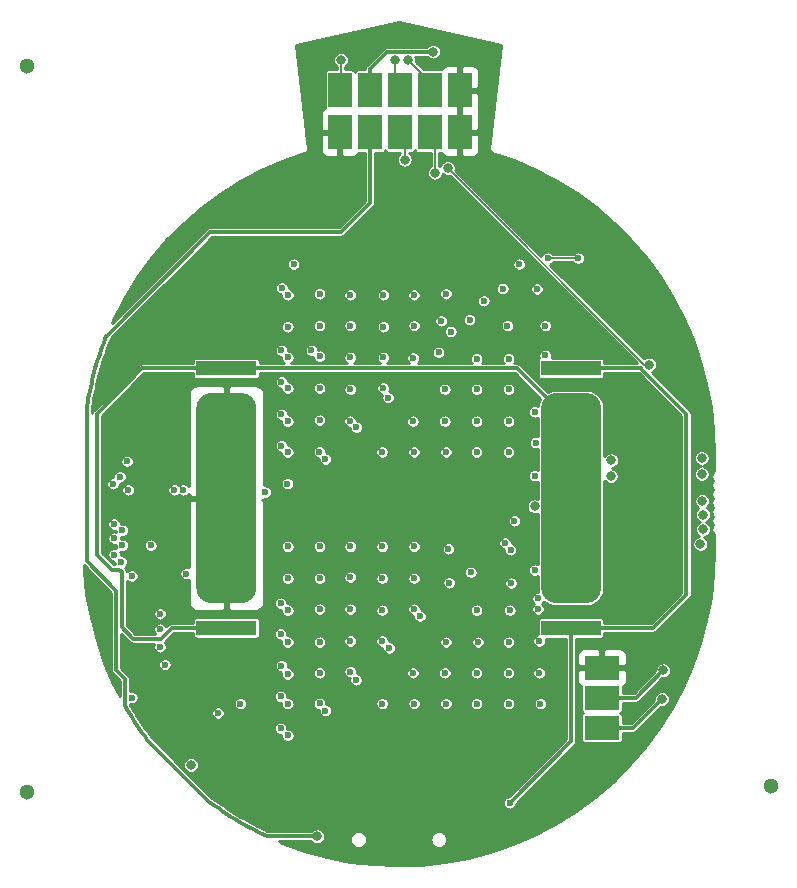
<source format=gbr>
G04 #@! TF.GenerationSoftware,KiCad,Pcbnew,(5.1.12-1-10_14)*
G04 #@! TF.CreationDate,2021-12-02T19:43:45-05:00*
G04 #@! TF.ProjectId,blinky,626c696e-6b79-42e6-9b69-6361645f7063,rev?*
G04 #@! TF.SameCoordinates,Original*
G04 #@! TF.FileFunction,Copper,L4,Bot*
G04 #@! TF.FilePolarity,Positive*
%FSLAX46Y46*%
G04 Gerber Fmt 4.6, Leading zero omitted, Abs format (unit mm)*
G04 Created by KiCad (PCBNEW (5.1.12-1-10_14)) date 2021-12-02 19:43:45*
%MOMM*%
%LPD*%
G01*
G04 APERTURE LIST*
G04 #@! TA.AperFunction,WasherPad*
%ADD10C,1.300000*%
G04 #@! TD*
G04 #@! TA.AperFunction,SMDPad,CuDef*
%ADD11R,3.000000X2.000000*%
G04 #@! TD*
G04 #@! TA.AperFunction,SMDPad,CuDef*
%ADD12R,5.080000X1.270000*%
G04 #@! TD*
G04 #@! TA.AperFunction,SMDPad,CuDef*
%ADD13R,2.000000X3.000000*%
G04 #@! TD*
G04 #@! TA.AperFunction,ViaPad*
%ADD14C,0.600000*%
G04 #@! TD*
G04 #@! TA.AperFunction,ViaPad*
%ADD15C,0.800000*%
G04 #@! TD*
G04 #@! TA.AperFunction,Conductor*
%ADD16C,0.300000*%
G04 #@! TD*
G04 #@! TA.AperFunction,Conductor*
%ADD17C,0.150000*%
G04 #@! TD*
G04 #@! TA.AperFunction,Conductor*
%ADD18C,0.254000*%
G04 #@! TD*
G04 #@! TA.AperFunction,Conductor*
%ADD19C,0.100000*%
G04 #@! TD*
G04 APERTURE END LIST*
D10*
G04 #@! TO.P,H9,*
G04 #@! TO.N,*
X221500000Y-106000000D03*
G04 #@! TD*
G04 #@! TO.P,H8,*
G04 #@! TO.N,*
X158500000Y-106500000D03*
G04 #@! TD*
G04 #@! TO.P,H7,*
G04 #@! TO.N,*
X158500000Y-45000000D03*
G04 #@! TD*
D11*
G04 #@! TO.P,J2,3*
G04 #@! TO.N,/NEOPWR*
X207200000Y-101040000D03*
G04 #@! TO.P,J2,2*
G04 #@! TO.N,/NEOPIX*
X207200000Y-98500000D03*
G04 #@! TO.P,J2,1*
G04 #@! TO.N,GND*
X207200000Y-95960000D03*
G04 #@! TD*
D12*
G04 #@! TO.P,BT2,1*
G04 #@! TO.N,Net-(BT1-Pad2)*
X175400000Y-70615000D03*
X175400000Y-92585000D03*
G04 #@! TO.P,BT2,2*
G04 #@! TO.N,GND*
G04 #@! TA.AperFunction,SMDPad,CuDef*
G36*
G01*
X174130000Y-72700000D02*
X176670000Y-72700000D01*
G75*
G02*
X177940000Y-73970000I0J-1270000D01*
G01*
X177940000Y-89230000D01*
G75*
G02*
X176670000Y-90500000I-1270000J0D01*
G01*
X174130000Y-90500000D01*
G75*
G02*
X172860000Y-89230000I0J1270000D01*
G01*
X172860000Y-73970000D01*
G75*
G02*
X174130000Y-72700000I1270000J0D01*
G01*
G37*
G04 #@! TD.AperFunction*
G04 #@! TD*
G04 #@! TO.P,BT1,1*
G04 #@! TO.N,Net-(BT1-Pad1)*
X204600000Y-92585000D03*
X204600000Y-70615000D03*
G04 #@! TO.P,BT1,2*
G04 #@! TO.N,Net-(BT1-Pad2)*
G04 #@! TA.AperFunction,SMDPad,CuDef*
G36*
G01*
X205870000Y-90500000D02*
X203330000Y-90500000D01*
G75*
G02*
X202060000Y-89230000I0J1270000D01*
G01*
X202060000Y-73970000D01*
G75*
G02*
X203330000Y-72700000I1270000J0D01*
G01*
X205870000Y-72700000D01*
G75*
G02*
X207140000Y-73970000I0J-1270000D01*
G01*
X207140000Y-89230000D01*
G75*
G02*
X205870000Y-90500000I-1270000J0D01*
G01*
G37*
G04 #@! TD.AperFunction*
G04 #@! TD*
D13*
G04 #@! TO.P,J1,10*
G04 #@! TO.N,GND*
X185020000Y-50616000D03*
G04 #@! TO.P,J1,1*
G04 #@! TO.N,/~RESET*
X185020000Y-47080000D03*
G04 #@! TO.P,J1,9*
G04 #@! TO.N,/USB5V*
X187560000Y-50616000D03*
G04 #@! TO.P,J1,2*
G04 #@! TO.N,+3V3*
X187560000Y-47080000D03*
G04 #@! TO.P,J1,8*
G04 #@! TO.N,/D-*
X190100000Y-50596000D03*
G04 #@! TO.P,J1,3*
G04 #@! TO.N,/SWDIO*
X190100000Y-47080000D03*
G04 #@! TO.P,J1,7*
G04 #@! TO.N,/D+*
X192640000Y-50616000D03*
G04 #@! TO.P,J1,4*
G04 #@! TO.N,/SWCLK*
X192640000Y-47080000D03*
G04 #@! TO.P,J1,6*
G04 #@! TO.N,GND*
X195180000Y-50616000D03*
G04 #@! TO.P,J1,5*
X195180000Y-47080000D03*
G04 #@! TD*
D14*
G04 #@! TO.N,Net-(BT1-Pad1)*
X199400000Y-107400000D03*
G04 #@! TO.N,GND*
X165100000Y-93000000D03*
D15*
X211000000Y-75250000D03*
D14*
X207300000Y-64400000D03*
X189500000Y-106500000D03*
X196700000Y-53500000D03*
X182300000Y-54500000D03*
X181400000Y-106100000D03*
X168900000Y-87000000D03*
X170100000Y-97800000D03*
D15*
G04 #@! TO.N,+3V3*
X192900000Y-43800000D03*
G04 #@! TO.N,/SWCLK*
X208000000Y-78400000D03*
X190800000Y-44500000D03*
G04 #@! TO.N,/D-*
X215650000Y-79550000D03*
X190504803Y-52945197D03*
G04 #@! TO.N,/SWDIO*
X207950000Y-79750000D03*
X189650000Y-44550000D03*
G04 #@! TO.N,/D+*
X215650000Y-78200000D03*
X193050000Y-54050000D03*
G04 #@! TO.N,/USB5V*
X183100000Y-110250000D03*
G04 #@! TO.N,/~RESET*
X211200000Y-70300000D03*
X194142582Y-53657418D03*
X185100000Y-44500000D03*
D14*
G04 #@! TO.N,Net-(R6-Pad2)*
X167400000Y-88200000D03*
X167400000Y-98500000D03*
D15*
G04 #@! TO.N,/A6*
X201500000Y-82300000D03*
X172400000Y-104200000D03*
G04 #@! TO.N,/SCL*
X215750000Y-83000000D03*
D14*
X171000000Y-80908331D03*
D15*
G04 #@! TO.N,/SDA*
X215750000Y-84250000D03*
D14*
X171750000Y-80908331D03*
G04 #@! TO.N,/A0*
X205200000Y-61300000D03*
X202600000Y-61300000D03*
G04 #@! TO.N,/CA8*
X180600000Y-64400000D03*
X180600000Y-67100000D03*
X180600000Y-69700000D03*
X180600000Y-72300000D03*
X180600000Y-75100000D03*
X180600000Y-77700000D03*
X180583331Y-80383331D03*
X183800000Y-78300000D03*
X188600000Y-77700000D03*
X191300000Y-77700000D03*
X194000000Y-77700000D03*
X196600000Y-77700000D03*
X199300000Y-77700000D03*
X201500000Y-79700000D03*
X165824990Y-80400000D03*
G04 #@! TO.N,/CA7*
X183300000Y-64300000D03*
X183300000Y-67000000D03*
X183300000Y-69600000D03*
X183300000Y-72300000D03*
X183300000Y-75000000D03*
X183284998Y-77684998D03*
X186416996Y-75616996D03*
X191200000Y-75100000D03*
X193900000Y-75100000D03*
X196600000Y-75100000D03*
X199300000Y-75100000D03*
X201600000Y-76900000D03*
X180069668Y-77169668D03*
X166400000Y-79800000D03*
G04 #@! TO.N,/CA6*
X185900000Y-64400000D03*
X185900000Y-67000000D03*
X185900000Y-69700000D03*
X185900000Y-72400000D03*
X185886665Y-75086665D03*
X189100000Y-73100000D03*
X193900000Y-72400000D03*
X196600000Y-72400000D03*
X199300000Y-72400000D03*
X201500000Y-74300000D03*
X180075000Y-74500000D03*
X167000000Y-78500000D03*
X167100000Y-80908331D03*
G04 #@! TO.N,/CA5*
X188700000Y-64400000D03*
X188700000Y-67100000D03*
X188700000Y-69700000D03*
X188683332Y-72283332D03*
X193371232Y-69271232D03*
X196600000Y-69800000D03*
X199300000Y-69800000D03*
X202400000Y-69529998D03*
X165900000Y-83800000D03*
X180069668Y-71769668D03*
G04 #@! TO.N,/CA4*
X191300000Y-64400000D03*
X191300000Y-67000000D03*
X194400000Y-67500000D03*
X191234999Y-69734999D03*
X166600000Y-84325000D03*
X180075000Y-69100000D03*
X199200000Y-67000000D03*
X202400000Y-67000000D03*
G04 #@! TO.N,/CA3*
X194000000Y-64300000D03*
X193600000Y-66600000D03*
X196000000Y-66500000D03*
X197200000Y-64900000D03*
X201700000Y-63900000D03*
X165900000Y-85000000D03*
X182600000Y-69100000D03*
G04 #@! TO.N,/CA2*
X200200000Y-61800000D03*
X198807577Y-63861668D03*
X166600000Y-85600000D03*
X180100000Y-63800000D03*
G04 #@! TO.N,/CA1*
X165900000Y-86400000D03*
X181100000Y-61800000D03*
G04 #@! TO.N,/CB9*
X172000000Y-88000000D03*
X169000000Y-85600000D03*
G04 #@! TO.N,/CB8*
X180600000Y-85700000D03*
X180600000Y-88400000D03*
X180600000Y-91100000D03*
X180600000Y-93800000D03*
X180600000Y-96500000D03*
X180600000Y-99000000D03*
X180600000Y-99000000D03*
X180599995Y-101699995D03*
X183800000Y-99600000D03*
X188600000Y-99000000D03*
X191300000Y-99000000D03*
X194000000Y-99000000D03*
X196600000Y-99000000D03*
X199300000Y-99000000D03*
X202000000Y-99000000D03*
X176600000Y-99000000D03*
G04 #@! TO.N,/CB7*
X183300000Y-85700000D03*
X183300000Y-88400000D03*
X183300000Y-91000000D03*
X183300000Y-93800000D03*
X183300000Y-96400000D03*
X183294350Y-98994350D03*
X186400000Y-97000000D03*
X191200000Y-96400000D03*
X193900000Y-96400000D03*
X196600000Y-96400000D03*
X199300000Y-96400000D03*
X201900000Y-96400000D03*
X174700000Y-99800000D03*
X180000000Y-101100000D03*
G04 #@! TO.N,/CB6*
X185900000Y-85700000D03*
X185900000Y-88300000D03*
X185900000Y-91000000D03*
X185900000Y-93700000D03*
X185900000Y-96300000D03*
X189200000Y-94300000D03*
X194000000Y-93800000D03*
X196700000Y-93800000D03*
X199300000Y-93800000D03*
X201900000Y-93700000D03*
X170200000Y-95700000D03*
X180000000Y-98400000D03*
G04 #@! TO.N,/CB5*
X188600000Y-85700000D03*
X188600000Y-88400000D03*
X188600000Y-91100000D03*
X188600000Y-93700000D03*
X191800000Y-91600000D03*
X196600000Y-91100000D03*
X199400000Y-91100000D03*
X201800000Y-91000000D03*
X169800000Y-94200000D03*
X180075000Y-95800000D03*
G04 #@! TO.N,/CB4*
X191300000Y-85700000D03*
X191300000Y-88400000D03*
X191300000Y-91000000D03*
X194274562Y-88774562D03*
X199520424Y-88800000D03*
X201800000Y-90100000D03*
X169800000Y-92700000D03*
X180000000Y-93100000D03*
G04 #@! TO.N,/CB3*
X199468522Y-85985653D03*
X201500000Y-87700000D03*
X196100000Y-87900000D03*
X194200000Y-85904994D03*
X169800000Y-91400000D03*
X180000000Y-90500000D03*
G04 #@! TO.N,/CB2*
X199000000Y-85400000D03*
X199789212Y-83533028D03*
G04 #@! TO.N,/CA9*
X166500000Y-87000000D03*
X178705424Y-81094576D03*
D15*
G04 #@! TO.N,/NEOPWR*
X215550000Y-85500000D03*
X212300000Y-98600000D03*
G04 #@! TO.N,/NEOPIX*
X215700000Y-81850000D03*
X212400000Y-96200000D03*
G04 #@! TD*
D16*
G04 #@! TO.N,Net-(BT1-Pad1)*
X204600000Y-102200000D02*
X204600000Y-92585000D01*
X199400000Y-107400000D02*
X204600000Y-102200000D01*
X214363998Y-74500000D02*
X214363998Y-89786002D01*
X214363998Y-89786002D02*
X211565000Y-92585000D01*
X211565000Y-92585000D02*
X204600000Y-92585000D01*
X204600000Y-70615000D02*
X210499999Y-70615000D01*
X210499999Y-70636001D02*
X214363998Y-74500000D01*
X210499999Y-70615000D02*
X210499999Y-70636001D01*
G04 #@! TO.N,Net-(BT1-Pad2)*
X175400000Y-70615000D02*
X200015000Y-70615000D01*
X204600000Y-75200000D02*
X204600000Y-81600000D01*
X200015000Y-70615000D02*
X204600000Y-75200000D01*
X170803002Y-92585000D02*
X175400000Y-92585000D01*
X166350000Y-87650000D02*
X166550010Y-87850010D01*
X166550010Y-87850010D02*
X166550010Y-92550010D01*
X164450000Y-86400000D02*
X165700000Y-87650000D01*
X167500000Y-93500000D02*
X169888002Y-93500000D01*
X165700000Y-87650000D02*
X166350000Y-87650000D01*
X169888002Y-93500000D02*
X170803002Y-92585000D01*
X166550010Y-92550010D02*
X167500000Y-93500000D01*
X164450000Y-74450000D02*
X164450000Y-86400000D01*
X168285000Y-70615000D02*
X164450000Y-74450000D01*
X175400000Y-70615000D02*
X168285000Y-70615000D01*
G04 #@! TO.N,+3V3*
X189040000Y-43800000D02*
X192900000Y-43800000D01*
X187560001Y-45279999D02*
X189040000Y-43800000D01*
X187560000Y-47080000D02*
X187560001Y-45279999D01*
D17*
G04 #@! TO.N,/SWCLK*
X192640000Y-47080000D02*
X192640000Y-46340000D01*
X192640000Y-46340000D02*
X190800000Y-44500000D01*
G04 #@! TO.N,/D-*
X190504803Y-51000803D02*
X190100000Y-50596000D01*
X190504803Y-52945197D02*
X190504803Y-51000803D01*
G04 #@! TO.N,/SWDIO*
X189650000Y-46630000D02*
X190100000Y-47080000D01*
X189650000Y-44550000D02*
X189650000Y-46630000D01*
G04 #@! TO.N,/D+*
X193050000Y-51026000D02*
X192640000Y-50616000D01*
X193050000Y-54050000D02*
X193050000Y-51026000D01*
D16*
G04 #@! TO.N,/USB5V*
X187560000Y-50660000D02*
X187550000Y-50670000D01*
X187560000Y-50616000D02*
X187560000Y-50660000D01*
X187550000Y-50670000D02*
X187550000Y-56600000D01*
X187550000Y-56600000D02*
X185100000Y-59050000D01*
X185100000Y-59050000D02*
X174050000Y-59050000D01*
X163733548Y-73156654D02*
X163678845Y-73476309D01*
X163628021Y-73796731D02*
X163600000Y-73988459D01*
X163854634Y-72519391D02*
X163792134Y-72837734D01*
X163991206Y-71885298D02*
X163920978Y-72201981D01*
X164399860Y-70316275D02*
X164310490Y-70628050D01*
X164493047Y-70005526D02*
X164399860Y-70316275D01*
X164589988Y-69696023D02*
X164493047Y-70005526D01*
X164795129Y-69080727D02*
X164690684Y-69387748D01*
X164690684Y-69387748D02*
X164589988Y-69696023D01*
X165130810Y-68167576D02*
X165015228Y-68470542D01*
X163678845Y-73476309D02*
X163628021Y-73796731D01*
X163792134Y-72837734D02*
X163733548Y-73156654D01*
X164065277Y-71569549D02*
X163991206Y-71885298D01*
X165015228Y-68470542D02*
X164903324Y-68774950D01*
X165250131Y-67865905D02*
X165130810Y-68167576D01*
X164143192Y-71254714D02*
X164065277Y-71569549D01*
X164903324Y-68774950D02*
X164795129Y-69080727D01*
X165261260Y-67838740D02*
X165250131Y-67865905D01*
X163920978Y-72201981D02*
X163854634Y-72519391D01*
X164224954Y-70940793D02*
X164143192Y-71254714D01*
X164310490Y-70628050D02*
X164224954Y-70940793D01*
X174050000Y-59050000D02*
X165261260Y-67838740D01*
X163600000Y-86950000D02*
X166100000Y-89450000D01*
X163600000Y-73988459D02*
X163600000Y-86950000D01*
X168496134Y-101784124D02*
X168689907Y-102044774D01*
X166898774Y-99337472D02*
X167062895Y-99617783D01*
X167753101Y-100718368D02*
X167933984Y-100988186D01*
X168118123Y-101255761D02*
X168305490Y-101521051D01*
X167933984Y-100988186D02*
X168118123Y-101255761D01*
X167575547Y-100446410D02*
X167753101Y-100718368D01*
X167401334Y-100172336D02*
X167575547Y-100446410D01*
X167230399Y-99896045D02*
X167401334Y-100172336D01*
X168689907Y-102044774D02*
X168834792Y-102234788D01*
X167062895Y-99617783D02*
X167230399Y-99896045D01*
X168305490Y-101521051D02*
X168496134Y-101784124D01*
X166799999Y-99163958D02*
X166898774Y-99337472D01*
X166100000Y-89450000D02*
X166100000Y-96200000D01*
X166799999Y-96899999D02*
X166799999Y-99163958D01*
X166100000Y-96200000D02*
X166799999Y-96899999D01*
X178677638Y-110152823D02*
X178888261Y-110250000D01*
X178384430Y-110013190D02*
X178677638Y-110152823D01*
X177515112Y-109572916D02*
X177803046Y-109723177D01*
X177229026Y-109419160D02*
X177515112Y-109572916D01*
X177803046Y-109723177D02*
X178092809Y-109869931D01*
X176944853Y-109261942D02*
X177229026Y-109419160D01*
X176382286Y-108937145D02*
X176662562Y-109101244D01*
X176662562Y-109101244D02*
X176944853Y-109261942D01*
X174478949Y-107694509D02*
X174744252Y-107881886D01*
X175011809Y-108066013D02*
X175281613Y-108246885D01*
X176103952Y-108769598D02*
X176382286Y-108937145D01*
X175827658Y-108598661D02*
X176103952Y-108769598D01*
X178888261Y-110250000D02*
X183100000Y-110250000D01*
X175553594Y-108424455D02*
X175827658Y-108598661D01*
X174215886Y-107503873D02*
X174478949Y-107694509D01*
X175281613Y-108246885D02*
X175553594Y-108424455D01*
X173955226Y-107310092D02*
X174215886Y-107503873D01*
X174744252Y-107881886D02*
X175011809Y-108066013D01*
X173765208Y-107165204D02*
X173955226Y-107310092D01*
X178092809Y-109869931D02*
X178384430Y-110013190D01*
X168834792Y-102234788D02*
X173765208Y-107165204D01*
D17*
G04 #@! TO.N,/~RESET*
X210785164Y-70300000D02*
X194142582Y-53657418D01*
X211200000Y-70300000D02*
X210785164Y-70300000D01*
X185100000Y-47000000D02*
X185020000Y-47080000D01*
X185100000Y-44500000D02*
X185100000Y-47000000D01*
G04 #@! TO.N,/A0*
X202600000Y-61300000D02*
X203500000Y-61300000D01*
X203500000Y-61300000D02*
X203300000Y-61300000D01*
X205200000Y-61300000D02*
X203500000Y-61300000D01*
D16*
G04 #@! TO.N,/NEOPWR*
X209860000Y-101040000D02*
X212300000Y-98600000D01*
X207200000Y-101040000D02*
X209860000Y-101040000D01*
G04 #@! TO.N,/NEOPIX*
X210100000Y-98500000D02*
X212400000Y-96200000D01*
X207200000Y-98500000D02*
X210100000Y-98500000D01*
G04 #@! TD*
D18*
G04 #@! TO.N,GND*
X198669595Y-43235944D02*
X197680886Y-52037403D01*
X197680276Y-52081981D01*
X197691082Y-52140480D01*
X197713092Y-52195748D01*
X197745463Y-52245658D01*
X197786947Y-52288296D01*
X197835954Y-52322019D01*
X197890597Y-52345535D01*
X197901051Y-52347764D01*
X199780744Y-53004283D01*
X201612982Y-53802969D01*
X203380187Y-54736789D01*
X205072392Y-55800478D01*
X206680085Y-56988058D01*
X208194192Y-58292822D01*
X209606231Y-59707463D01*
X210908216Y-61223980D01*
X212092837Y-62833861D01*
X213153404Y-64528012D01*
X214083971Y-66296931D01*
X214879283Y-68130637D01*
X215534867Y-70018814D01*
X216047036Y-71950840D01*
X216412898Y-73915802D01*
X216630401Y-75902692D01*
X216698502Y-77905681D01*
X216698079Y-77984363D01*
X216698000Y-77985168D01*
X216698001Y-79317972D01*
X216664057Y-79340652D01*
X216590652Y-79414057D01*
X216532979Y-79500372D01*
X216493252Y-79596280D01*
X216473000Y-79698095D01*
X216473000Y-79801905D01*
X216493252Y-79903720D01*
X216532979Y-79999628D01*
X216590652Y-80085943D01*
X216629709Y-80125000D01*
X216590652Y-80164057D01*
X216532979Y-80250372D01*
X216493252Y-80346280D01*
X216473000Y-80448095D01*
X216473000Y-80551905D01*
X216493252Y-80653720D01*
X216532979Y-80749628D01*
X216590652Y-80835943D01*
X216629709Y-80875000D01*
X216590652Y-80914057D01*
X216532979Y-81000372D01*
X216493252Y-81096280D01*
X216473000Y-81198095D01*
X216473000Y-81301905D01*
X216493252Y-81403720D01*
X216532979Y-81499628D01*
X216590652Y-81585943D01*
X216629709Y-81625000D01*
X216590652Y-81664057D01*
X216532979Y-81750372D01*
X216493252Y-81846280D01*
X216473000Y-81948095D01*
X216473000Y-82051905D01*
X216493252Y-82153720D01*
X216532979Y-82249628D01*
X216590652Y-82335943D01*
X216629709Y-82375000D01*
X216590652Y-82414057D01*
X216532979Y-82500372D01*
X216493252Y-82596280D01*
X216473000Y-82698095D01*
X216473000Y-82801905D01*
X216493252Y-82903720D01*
X216532979Y-82999628D01*
X216590652Y-83085943D01*
X216629709Y-83125000D01*
X216590652Y-83164057D01*
X216532979Y-83250372D01*
X216493252Y-83346280D01*
X216473000Y-83448095D01*
X216473000Y-83551905D01*
X216493252Y-83653720D01*
X216532979Y-83749628D01*
X216590652Y-83835943D01*
X216629709Y-83875000D01*
X216590652Y-83914057D01*
X216532979Y-84000372D01*
X216493252Y-84096280D01*
X216473000Y-84198095D01*
X216473000Y-84301905D01*
X216493252Y-84403720D01*
X216532979Y-84499628D01*
X216590652Y-84585943D01*
X216664057Y-84659348D01*
X216698001Y-84682028D01*
X216698000Y-85994343D01*
X216622637Y-88001768D01*
X216397608Y-89992259D01*
X216023966Y-91960290D01*
X215503821Y-93894743D01*
X214840089Y-95784774D01*
X214036520Y-97619705D01*
X213097628Y-99389226D01*
X212028700Y-101083374D01*
X210835767Y-102692593D01*
X209525530Y-104207843D01*
X208105363Y-105620593D01*
X206583266Y-106922885D01*
X204967819Y-108107380D01*
X203268104Y-109167418D01*
X201493693Y-110097031D01*
X199654580Y-110890981D01*
X197761103Y-111544806D01*
X195823939Y-112054819D01*
X193853990Y-112418149D01*
X191862348Y-112632752D01*
X189860207Y-112697421D01*
X187858869Y-112611791D01*
X185869572Y-112376341D01*
X183903539Y-111992402D01*
X181971819Y-111462132D01*
X180085295Y-110788515D01*
X179834240Y-110677000D01*
X182571091Y-110677000D01*
X182574140Y-110681563D01*
X182668437Y-110775860D01*
X182779320Y-110849950D01*
X182902526Y-110900984D01*
X183033321Y-110927000D01*
X183166679Y-110927000D01*
X183297474Y-110900984D01*
X183420680Y-110849950D01*
X183531563Y-110775860D01*
X183625860Y-110681563D01*
X183699950Y-110570680D01*
X183750984Y-110447474D01*
X183754778Y-110428397D01*
X185873000Y-110428397D01*
X185873000Y-110571603D01*
X185900938Y-110712058D01*
X185955741Y-110844364D01*
X186035302Y-110963436D01*
X186136564Y-111064698D01*
X186255636Y-111144259D01*
X186387942Y-111199062D01*
X186528397Y-111227000D01*
X186671603Y-111227000D01*
X186812058Y-111199062D01*
X186944364Y-111144259D01*
X187063436Y-111064698D01*
X187164698Y-110963436D01*
X187244259Y-110844364D01*
X187299062Y-110712058D01*
X187327000Y-110571603D01*
X187327000Y-110428397D01*
X192673000Y-110428397D01*
X192673000Y-110571603D01*
X192700938Y-110712058D01*
X192755741Y-110844364D01*
X192835302Y-110963436D01*
X192936564Y-111064698D01*
X193055636Y-111144259D01*
X193187942Y-111199062D01*
X193328397Y-111227000D01*
X193471603Y-111227000D01*
X193612058Y-111199062D01*
X193744364Y-111144259D01*
X193863436Y-111064698D01*
X193964698Y-110963436D01*
X194044259Y-110844364D01*
X194099062Y-110712058D01*
X194127000Y-110571603D01*
X194127000Y-110428397D01*
X194099062Y-110287942D01*
X194044259Y-110155636D01*
X193964698Y-110036564D01*
X193863436Y-109935302D01*
X193744364Y-109855741D01*
X193612058Y-109800938D01*
X193471603Y-109773000D01*
X193328397Y-109773000D01*
X193187942Y-109800938D01*
X193055636Y-109855741D01*
X192936564Y-109935302D01*
X192835302Y-110036564D01*
X192755741Y-110155636D01*
X192700938Y-110287942D01*
X192673000Y-110428397D01*
X187327000Y-110428397D01*
X187299062Y-110287942D01*
X187244259Y-110155636D01*
X187164698Y-110036564D01*
X187063436Y-109935302D01*
X186944364Y-109855741D01*
X186812058Y-109800938D01*
X186671603Y-109773000D01*
X186528397Y-109773000D01*
X186387942Y-109800938D01*
X186255636Y-109855741D01*
X186136564Y-109935302D01*
X186035302Y-110036564D01*
X185955741Y-110155636D01*
X185900938Y-110287942D01*
X185873000Y-110428397D01*
X183754778Y-110428397D01*
X183777000Y-110316679D01*
X183777000Y-110183321D01*
X183750984Y-110052526D01*
X183699950Y-109929320D01*
X183625860Y-109818437D01*
X183531563Y-109724140D01*
X183420680Y-109650050D01*
X183297474Y-109599016D01*
X183166679Y-109573000D01*
X183033321Y-109573000D01*
X182902526Y-109599016D01*
X182779320Y-109650050D01*
X182668437Y-109724140D01*
X182574140Y-109818437D01*
X182571091Y-109823000D01*
X178982015Y-109823000D01*
X178858890Y-109766193D01*
X178570384Y-109628799D01*
X178283432Y-109487834D01*
X177998313Y-109343432D01*
X177714971Y-109195568D01*
X177433480Y-109044281D01*
X177153826Y-108889563D01*
X176876066Y-108731445D01*
X176600290Y-108569981D01*
X176326417Y-108405120D01*
X176054546Y-108236919D01*
X175784866Y-108065501D01*
X175517196Y-107890745D01*
X175251752Y-107712796D01*
X174988444Y-107531593D01*
X174727421Y-107347239D01*
X174468572Y-107159656D01*
X174212047Y-106968949D01*
X174046898Y-106843024D01*
X171337194Y-104133321D01*
X171723000Y-104133321D01*
X171723000Y-104266679D01*
X171749016Y-104397474D01*
X171800050Y-104520680D01*
X171874140Y-104631563D01*
X171968437Y-104725860D01*
X172079320Y-104799950D01*
X172202526Y-104850984D01*
X172333321Y-104877000D01*
X172466679Y-104877000D01*
X172597474Y-104850984D01*
X172720680Y-104799950D01*
X172831563Y-104725860D01*
X172925860Y-104631563D01*
X172999950Y-104520680D01*
X173050984Y-104397474D01*
X173077000Y-104266679D01*
X173077000Y-104133321D01*
X173050984Y-104002526D01*
X172999950Y-103879320D01*
X172925860Y-103768437D01*
X172831563Y-103674140D01*
X172720680Y-103600050D01*
X172597474Y-103549016D01*
X172466679Y-103523000D01*
X172333321Y-103523000D01*
X172202526Y-103549016D01*
X172079320Y-103600050D01*
X171968437Y-103674140D01*
X171874140Y-103768437D01*
X171800050Y-103879320D01*
X171749016Y-104002526D01*
X171723000Y-104133321D01*
X171337194Y-104133321D01*
X169156979Y-101953107D01*
X169031051Y-101787955D01*
X168840377Y-101531474D01*
X168652796Y-101272628D01*
X168490737Y-101043170D01*
X179423000Y-101043170D01*
X179423000Y-101156830D01*
X179445174Y-101268305D01*
X179488669Y-101373312D01*
X179551815Y-101467816D01*
X179632184Y-101548185D01*
X179726688Y-101611331D01*
X179831695Y-101654826D01*
X179943170Y-101677000D01*
X180022995Y-101677000D01*
X180022995Y-101756825D01*
X180045169Y-101868300D01*
X180088664Y-101973307D01*
X180151810Y-102067811D01*
X180232179Y-102148180D01*
X180326683Y-102211326D01*
X180431690Y-102254821D01*
X180543165Y-102276995D01*
X180656825Y-102276995D01*
X180768300Y-102254821D01*
X180873307Y-102211326D01*
X180967811Y-102148180D01*
X181048180Y-102067811D01*
X181111326Y-101973307D01*
X181154821Y-101868300D01*
X181176995Y-101756825D01*
X181176995Y-101643165D01*
X181154821Y-101531690D01*
X181111326Y-101426683D01*
X181048180Y-101332179D01*
X180967811Y-101251810D01*
X180873307Y-101188664D01*
X180768300Y-101145169D01*
X180656825Y-101122995D01*
X180577000Y-101122995D01*
X180577000Y-101043170D01*
X180554826Y-100931695D01*
X180511331Y-100826688D01*
X180448185Y-100732184D01*
X180367816Y-100651815D01*
X180273312Y-100588669D01*
X180168305Y-100545174D01*
X180056830Y-100523000D01*
X179943170Y-100523000D01*
X179831695Y-100545174D01*
X179726688Y-100588669D01*
X179632184Y-100651815D01*
X179551815Y-100732184D01*
X179488669Y-100826688D01*
X179445174Y-100931695D01*
X179423000Y-101043170D01*
X168490737Y-101043170D01*
X168468432Y-101011590D01*
X168287232Y-100748288D01*
X168109250Y-100482798D01*
X167934510Y-100215151D01*
X167763129Y-99945533D01*
X167637932Y-99743170D01*
X174123000Y-99743170D01*
X174123000Y-99856830D01*
X174145174Y-99968305D01*
X174188669Y-100073312D01*
X174251815Y-100167816D01*
X174332184Y-100248185D01*
X174426688Y-100311331D01*
X174531695Y-100354826D01*
X174643170Y-100377000D01*
X174756830Y-100377000D01*
X174868305Y-100354826D01*
X174973312Y-100311331D01*
X175067816Y-100248185D01*
X175148185Y-100167816D01*
X175211331Y-100073312D01*
X175254826Y-99968305D01*
X175277000Y-99856830D01*
X175277000Y-99743170D01*
X175254826Y-99631695D01*
X175211331Y-99526688D01*
X175148185Y-99432184D01*
X175067816Y-99351815D01*
X174973312Y-99288669D01*
X174868305Y-99245174D01*
X174756830Y-99223000D01*
X174643170Y-99223000D01*
X174531695Y-99245174D01*
X174426688Y-99288669D01*
X174332184Y-99351815D01*
X174251815Y-99432184D01*
X174188669Y-99526688D01*
X174145174Y-99631695D01*
X174123000Y-99743170D01*
X167637932Y-99743170D01*
X167594880Y-99673584D01*
X167430093Y-99399836D01*
X167268566Y-99123956D01*
X167228447Y-99053481D01*
X167231695Y-99054826D01*
X167343170Y-99077000D01*
X167456830Y-99077000D01*
X167568305Y-99054826D01*
X167673312Y-99011331D01*
X167767816Y-98948185D01*
X167772831Y-98943170D01*
X176023000Y-98943170D01*
X176023000Y-99056830D01*
X176045174Y-99168305D01*
X176088669Y-99273312D01*
X176151815Y-99367816D01*
X176232184Y-99448185D01*
X176326688Y-99511331D01*
X176431695Y-99554826D01*
X176543170Y-99577000D01*
X176656830Y-99577000D01*
X176768305Y-99554826D01*
X176873312Y-99511331D01*
X176967816Y-99448185D01*
X177048185Y-99367816D01*
X177111331Y-99273312D01*
X177154826Y-99168305D01*
X177177000Y-99056830D01*
X177177000Y-98943170D01*
X177154826Y-98831695D01*
X177111331Y-98726688D01*
X177048185Y-98632184D01*
X176967816Y-98551815D01*
X176873312Y-98488669D01*
X176768305Y-98445174D01*
X176656830Y-98423000D01*
X176543170Y-98423000D01*
X176431695Y-98445174D01*
X176326688Y-98488669D01*
X176232184Y-98551815D01*
X176151815Y-98632184D01*
X176088669Y-98726688D01*
X176045174Y-98831695D01*
X176023000Y-98943170D01*
X167772831Y-98943170D01*
X167848185Y-98867816D01*
X167911331Y-98773312D01*
X167954826Y-98668305D01*
X167977000Y-98556830D01*
X167977000Y-98443170D01*
X167957109Y-98343170D01*
X179423000Y-98343170D01*
X179423000Y-98456830D01*
X179445174Y-98568305D01*
X179488669Y-98673312D01*
X179551815Y-98767816D01*
X179632184Y-98848185D01*
X179726688Y-98911331D01*
X179831695Y-98954826D01*
X179943170Y-98977000D01*
X180023000Y-98977000D01*
X180023000Y-99056830D01*
X180045174Y-99168305D01*
X180088669Y-99273312D01*
X180151815Y-99367816D01*
X180232184Y-99448185D01*
X180326688Y-99511331D01*
X180431695Y-99554826D01*
X180543170Y-99577000D01*
X180656830Y-99577000D01*
X180768305Y-99554826D01*
X180873312Y-99511331D01*
X180967816Y-99448185D01*
X181048185Y-99367816D01*
X181111331Y-99273312D01*
X181154826Y-99168305D01*
X181177000Y-99056830D01*
X181177000Y-98943170D01*
X181175877Y-98937520D01*
X182717350Y-98937520D01*
X182717350Y-99051180D01*
X182739524Y-99162655D01*
X182783019Y-99267662D01*
X182846165Y-99362166D01*
X182926534Y-99442535D01*
X183021038Y-99505681D01*
X183126045Y-99549176D01*
X183223000Y-99568462D01*
X183223000Y-99656830D01*
X183245174Y-99768305D01*
X183288669Y-99873312D01*
X183351815Y-99967816D01*
X183432184Y-100048185D01*
X183526688Y-100111331D01*
X183631695Y-100154826D01*
X183743170Y-100177000D01*
X183856830Y-100177000D01*
X183968305Y-100154826D01*
X184073312Y-100111331D01*
X184167816Y-100048185D01*
X184248185Y-99967816D01*
X184311331Y-99873312D01*
X184354826Y-99768305D01*
X184377000Y-99656830D01*
X184377000Y-99543170D01*
X184354826Y-99431695D01*
X184311331Y-99326688D01*
X184248185Y-99232184D01*
X184167816Y-99151815D01*
X184073312Y-99088669D01*
X183968305Y-99045174D01*
X183871350Y-99025888D01*
X183871350Y-98943170D01*
X188023000Y-98943170D01*
X188023000Y-99056830D01*
X188045174Y-99168305D01*
X188088669Y-99273312D01*
X188151815Y-99367816D01*
X188232184Y-99448185D01*
X188326688Y-99511331D01*
X188431695Y-99554826D01*
X188543170Y-99577000D01*
X188656830Y-99577000D01*
X188768305Y-99554826D01*
X188873312Y-99511331D01*
X188967816Y-99448185D01*
X189048185Y-99367816D01*
X189111331Y-99273312D01*
X189154826Y-99168305D01*
X189177000Y-99056830D01*
X189177000Y-98943170D01*
X190723000Y-98943170D01*
X190723000Y-99056830D01*
X190745174Y-99168305D01*
X190788669Y-99273312D01*
X190851815Y-99367816D01*
X190932184Y-99448185D01*
X191026688Y-99511331D01*
X191131695Y-99554826D01*
X191243170Y-99577000D01*
X191356830Y-99577000D01*
X191468305Y-99554826D01*
X191573312Y-99511331D01*
X191667816Y-99448185D01*
X191748185Y-99367816D01*
X191811331Y-99273312D01*
X191854826Y-99168305D01*
X191877000Y-99056830D01*
X191877000Y-98943170D01*
X193423000Y-98943170D01*
X193423000Y-99056830D01*
X193445174Y-99168305D01*
X193488669Y-99273312D01*
X193551815Y-99367816D01*
X193632184Y-99448185D01*
X193726688Y-99511331D01*
X193831695Y-99554826D01*
X193943170Y-99577000D01*
X194056830Y-99577000D01*
X194168305Y-99554826D01*
X194273312Y-99511331D01*
X194367816Y-99448185D01*
X194448185Y-99367816D01*
X194511331Y-99273312D01*
X194554826Y-99168305D01*
X194577000Y-99056830D01*
X194577000Y-98943170D01*
X196023000Y-98943170D01*
X196023000Y-99056830D01*
X196045174Y-99168305D01*
X196088669Y-99273312D01*
X196151815Y-99367816D01*
X196232184Y-99448185D01*
X196326688Y-99511331D01*
X196431695Y-99554826D01*
X196543170Y-99577000D01*
X196656830Y-99577000D01*
X196768305Y-99554826D01*
X196873312Y-99511331D01*
X196967816Y-99448185D01*
X197048185Y-99367816D01*
X197111331Y-99273312D01*
X197154826Y-99168305D01*
X197177000Y-99056830D01*
X197177000Y-98943170D01*
X198723000Y-98943170D01*
X198723000Y-99056830D01*
X198745174Y-99168305D01*
X198788669Y-99273312D01*
X198851815Y-99367816D01*
X198932184Y-99448185D01*
X199026688Y-99511331D01*
X199131695Y-99554826D01*
X199243170Y-99577000D01*
X199356830Y-99577000D01*
X199468305Y-99554826D01*
X199573312Y-99511331D01*
X199667816Y-99448185D01*
X199748185Y-99367816D01*
X199811331Y-99273312D01*
X199854826Y-99168305D01*
X199877000Y-99056830D01*
X199877000Y-98943170D01*
X201423000Y-98943170D01*
X201423000Y-99056830D01*
X201445174Y-99168305D01*
X201488669Y-99273312D01*
X201551815Y-99367816D01*
X201632184Y-99448185D01*
X201726688Y-99511331D01*
X201831695Y-99554826D01*
X201943170Y-99577000D01*
X202056830Y-99577000D01*
X202168305Y-99554826D01*
X202273312Y-99511331D01*
X202367816Y-99448185D01*
X202448185Y-99367816D01*
X202511331Y-99273312D01*
X202554826Y-99168305D01*
X202577000Y-99056830D01*
X202577000Y-98943170D01*
X202554826Y-98831695D01*
X202511331Y-98726688D01*
X202448185Y-98632184D01*
X202367816Y-98551815D01*
X202273312Y-98488669D01*
X202168305Y-98445174D01*
X202056830Y-98423000D01*
X201943170Y-98423000D01*
X201831695Y-98445174D01*
X201726688Y-98488669D01*
X201632184Y-98551815D01*
X201551815Y-98632184D01*
X201488669Y-98726688D01*
X201445174Y-98831695D01*
X201423000Y-98943170D01*
X199877000Y-98943170D01*
X199854826Y-98831695D01*
X199811331Y-98726688D01*
X199748185Y-98632184D01*
X199667816Y-98551815D01*
X199573312Y-98488669D01*
X199468305Y-98445174D01*
X199356830Y-98423000D01*
X199243170Y-98423000D01*
X199131695Y-98445174D01*
X199026688Y-98488669D01*
X198932184Y-98551815D01*
X198851815Y-98632184D01*
X198788669Y-98726688D01*
X198745174Y-98831695D01*
X198723000Y-98943170D01*
X197177000Y-98943170D01*
X197154826Y-98831695D01*
X197111331Y-98726688D01*
X197048185Y-98632184D01*
X196967816Y-98551815D01*
X196873312Y-98488669D01*
X196768305Y-98445174D01*
X196656830Y-98423000D01*
X196543170Y-98423000D01*
X196431695Y-98445174D01*
X196326688Y-98488669D01*
X196232184Y-98551815D01*
X196151815Y-98632184D01*
X196088669Y-98726688D01*
X196045174Y-98831695D01*
X196023000Y-98943170D01*
X194577000Y-98943170D01*
X194554826Y-98831695D01*
X194511331Y-98726688D01*
X194448185Y-98632184D01*
X194367816Y-98551815D01*
X194273312Y-98488669D01*
X194168305Y-98445174D01*
X194056830Y-98423000D01*
X193943170Y-98423000D01*
X193831695Y-98445174D01*
X193726688Y-98488669D01*
X193632184Y-98551815D01*
X193551815Y-98632184D01*
X193488669Y-98726688D01*
X193445174Y-98831695D01*
X193423000Y-98943170D01*
X191877000Y-98943170D01*
X191854826Y-98831695D01*
X191811331Y-98726688D01*
X191748185Y-98632184D01*
X191667816Y-98551815D01*
X191573312Y-98488669D01*
X191468305Y-98445174D01*
X191356830Y-98423000D01*
X191243170Y-98423000D01*
X191131695Y-98445174D01*
X191026688Y-98488669D01*
X190932184Y-98551815D01*
X190851815Y-98632184D01*
X190788669Y-98726688D01*
X190745174Y-98831695D01*
X190723000Y-98943170D01*
X189177000Y-98943170D01*
X189154826Y-98831695D01*
X189111331Y-98726688D01*
X189048185Y-98632184D01*
X188967816Y-98551815D01*
X188873312Y-98488669D01*
X188768305Y-98445174D01*
X188656830Y-98423000D01*
X188543170Y-98423000D01*
X188431695Y-98445174D01*
X188326688Y-98488669D01*
X188232184Y-98551815D01*
X188151815Y-98632184D01*
X188088669Y-98726688D01*
X188045174Y-98831695D01*
X188023000Y-98943170D01*
X183871350Y-98943170D01*
X183871350Y-98937520D01*
X183849176Y-98826045D01*
X183805681Y-98721038D01*
X183742535Y-98626534D01*
X183662166Y-98546165D01*
X183567662Y-98483019D01*
X183462655Y-98439524D01*
X183351180Y-98417350D01*
X183237520Y-98417350D01*
X183126045Y-98439524D01*
X183021038Y-98483019D01*
X182926534Y-98546165D01*
X182846165Y-98626534D01*
X182783019Y-98721038D01*
X182739524Y-98826045D01*
X182717350Y-98937520D01*
X181175877Y-98937520D01*
X181154826Y-98831695D01*
X181111331Y-98726688D01*
X181048185Y-98632184D01*
X180967816Y-98551815D01*
X180873312Y-98488669D01*
X180768305Y-98445174D01*
X180656830Y-98423000D01*
X180577000Y-98423000D01*
X180577000Y-98343170D01*
X180554826Y-98231695D01*
X180511331Y-98126688D01*
X180448185Y-98032184D01*
X180367816Y-97951815D01*
X180273312Y-97888669D01*
X180168305Y-97845174D01*
X180056830Y-97823000D01*
X179943170Y-97823000D01*
X179831695Y-97845174D01*
X179726688Y-97888669D01*
X179632184Y-97951815D01*
X179551815Y-98032184D01*
X179488669Y-98126688D01*
X179445174Y-98231695D01*
X179423000Y-98343170D01*
X167957109Y-98343170D01*
X167954826Y-98331695D01*
X167911331Y-98226688D01*
X167848185Y-98132184D01*
X167767816Y-98051815D01*
X167673312Y-97988669D01*
X167568305Y-97945174D01*
X167456830Y-97923000D01*
X167343170Y-97923000D01*
X167231695Y-97945174D01*
X167226999Y-97947119D01*
X167226999Y-96920965D01*
X167229064Y-96899998D01*
X167226999Y-96879031D01*
X167226999Y-96879021D01*
X167220821Y-96816292D01*
X167196404Y-96735803D01*
X167160326Y-96668305D01*
X167156754Y-96661622D01*
X167116767Y-96612898D01*
X167116763Y-96612894D01*
X167103394Y-96596604D01*
X167087105Y-96583236D01*
X166527000Y-96023132D01*
X166527000Y-95643170D01*
X169623000Y-95643170D01*
X169623000Y-95756830D01*
X169645174Y-95868305D01*
X169688669Y-95973312D01*
X169751815Y-96067816D01*
X169832184Y-96148185D01*
X169926688Y-96211331D01*
X170031695Y-96254826D01*
X170143170Y-96277000D01*
X170256830Y-96277000D01*
X170368305Y-96254826D01*
X170473312Y-96211331D01*
X170567816Y-96148185D01*
X170648185Y-96067816D01*
X170711331Y-95973312D01*
X170754826Y-95868305D01*
X170777000Y-95756830D01*
X170777000Y-95743170D01*
X179498000Y-95743170D01*
X179498000Y-95856830D01*
X179520174Y-95968305D01*
X179563669Y-96073312D01*
X179626815Y-96167816D01*
X179707184Y-96248185D01*
X179801688Y-96311331D01*
X179906695Y-96354826D01*
X180018170Y-96377000D01*
X180036162Y-96377000D01*
X180023000Y-96443170D01*
X180023000Y-96556830D01*
X180045174Y-96668305D01*
X180088669Y-96773312D01*
X180151815Y-96867816D01*
X180232184Y-96948185D01*
X180326688Y-97011331D01*
X180431695Y-97054826D01*
X180543170Y-97077000D01*
X180656830Y-97077000D01*
X180768305Y-97054826D01*
X180873312Y-97011331D01*
X180967816Y-96948185D01*
X181048185Y-96867816D01*
X181111331Y-96773312D01*
X181154826Y-96668305D01*
X181177000Y-96556830D01*
X181177000Y-96443170D01*
X181157109Y-96343170D01*
X182723000Y-96343170D01*
X182723000Y-96456830D01*
X182745174Y-96568305D01*
X182788669Y-96673312D01*
X182851815Y-96767816D01*
X182932184Y-96848185D01*
X183026688Y-96911331D01*
X183131695Y-96954826D01*
X183243170Y-96977000D01*
X183356830Y-96977000D01*
X183468305Y-96954826D01*
X183573312Y-96911331D01*
X183667816Y-96848185D01*
X183748185Y-96767816D01*
X183811331Y-96673312D01*
X183854826Y-96568305D01*
X183877000Y-96456830D01*
X183877000Y-96343170D01*
X183857109Y-96243170D01*
X185323000Y-96243170D01*
X185323000Y-96356830D01*
X185345174Y-96468305D01*
X185388669Y-96573312D01*
X185451815Y-96667816D01*
X185532184Y-96748185D01*
X185626688Y-96811331D01*
X185731695Y-96854826D01*
X185836429Y-96875659D01*
X185823000Y-96943170D01*
X185823000Y-97056830D01*
X185845174Y-97168305D01*
X185888669Y-97273312D01*
X185951815Y-97367816D01*
X186032184Y-97448185D01*
X186126688Y-97511331D01*
X186231695Y-97554826D01*
X186343170Y-97577000D01*
X186456830Y-97577000D01*
X186568305Y-97554826D01*
X186673312Y-97511331D01*
X186767816Y-97448185D01*
X186848185Y-97367816D01*
X186911331Y-97273312D01*
X186954826Y-97168305D01*
X186977000Y-97056830D01*
X186977000Y-96943170D01*
X186954826Y-96831695D01*
X186911331Y-96726688D01*
X186848185Y-96632184D01*
X186767816Y-96551815D01*
X186673312Y-96488669D01*
X186568305Y-96445174D01*
X186463571Y-96424341D01*
X186477000Y-96356830D01*
X186477000Y-96343170D01*
X190623000Y-96343170D01*
X190623000Y-96456830D01*
X190645174Y-96568305D01*
X190688669Y-96673312D01*
X190751815Y-96767816D01*
X190832184Y-96848185D01*
X190926688Y-96911331D01*
X191031695Y-96954826D01*
X191143170Y-96977000D01*
X191256830Y-96977000D01*
X191368305Y-96954826D01*
X191473312Y-96911331D01*
X191567816Y-96848185D01*
X191648185Y-96767816D01*
X191711331Y-96673312D01*
X191754826Y-96568305D01*
X191777000Y-96456830D01*
X191777000Y-96343170D01*
X193323000Y-96343170D01*
X193323000Y-96456830D01*
X193345174Y-96568305D01*
X193388669Y-96673312D01*
X193451815Y-96767816D01*
X193532184Y-96848185D01*
X193626688Y-96911331D01*
X193731695Y-96954826D01*
X193843170Y-96977000D01*
X193956830Y-96977000D01*
X194068305Y-96954826D01*
X194173312Y-96911331D01*
X194267816Y-96848185D01*
X194348185Y-96767816D01*
X194411331Y-96673312D01*
X194454826Y-96568305D01*
X194477000Y-96456830D01*
X194477000Y-96343170D01*
X196023000Y-96343170D01*
X196023000Y-96456830D01*
X196045174Y-96568305D01*
X196088669Y-96673312D01*
X196151815Y-96767816D01*
X196232184Y-96848185D01*
X196326688Y-96911331D01*
X196431695Y-96954826D01*
X196543170Y-96977000D01*
X196656830Y-96977000D01*
X196768305Y-96954826D01*
X196873312Y-96911331D01*
X196967816Y-96848185D01*
X197048185Y-96767816D01*
X197111331Y-96673312D01*
X197154826Y-96568305D01*
X197177000Y-96456830D01*
X197177000Y-96343170D01*
X198723000Y-96343170D01*
X198723000Y-96456830D01*
X198745174Y-96568305D01*
X198788669Y-96673312D01*
X198851815Y-96767816D01*
X198932184Y-96848185D01*
X199026688Y-96911331D01*
X199131695Y-96954826D01*
X199243170Y-96977000D01*
X199356830Y-96977000D01*
X199468305Y-96954826D01*
X199573312Y-96911331D01*
X199667816Y-96848185D01*
X199748185Y-96767816D01*
X199811331Y-96673312D01*
X199854826Y-96568305D01*
X199877000Y-96456830D01*
X199877000Y-96343170D01*
X201323000Y-96343170D01*
X201323000Y-96456830D01*
X201345174Y-96568305D01*
X201388669Y-96673312D01*
X201451815Y-96767816D01*
X201532184Y-96848185D01*
X201626688Y-96911331D01*
X201731695Y-96954826D01*
X201843170Y-96977000D01*
X201956830Y-96977000D01*
X202068305Y-96954826D01*
X202173312Y-96911331D01*
X202267816Y-96848185D01*
X202348185Y-96767816D01*
X202411331Y-96673312D01*
X202454826Y-96568305D01*
X202477000Y-96456830D01*
X202477000Y-96343170D01*
X202454826Y-96231695D01*
X202411331Y-96126688D01*
X202348185Y-96032184D01*
X202267816Y-95951815D01*
X202173312Y-95888669D01*
X202068305Y-95845174D01*
X201956830Y-95823000D01*
X201843170Y-95823000D01*
X201731695Y-95845174D01*
X201626688Y-95888669D01*
X201532184Y-95951815D01*
X201451815Y-96032184D01*
X201388669Y-96126688D01*
X201345174Y-96231695D01*
X201323000Y-96343170D01*
X199877000Y-96343170D01*
X199854826Y-96231695D01*
X199811331Y-96126688D01*
X199748185Y-96032184D01*
X199667816Y-95951815D01*
X199573312Y-95888669D01*
X199468305Y-95845174D01*
X199356830Y-95823000D01*
X199243170Y-95823000D01*
X199131695Y-95845174D01*
X199026688Y-95888669D01*
X198932184Y-95951815D01*
X198851815Y-96032184D01*
X198788669Y-96126688D01*
X198745174Y-96231695D01*
X198723000Y-96343170D01*
X197177000Y-96343170D01*
X197154826Y-96231695D01*
X197111331Y-96126688D01*
X197048185Y-96032184D01*
X196967816Y-95951815D01*
X196873312Y-95888669D01*
X196768305Y-95845174D01*
X196656830Y-95823000D01*
X196543170Y-95823000D01*
X196431695Y-95845174D01*
X196326688Y-95888669D01*
X196232184Y-95951815D01*
X196151815Y-96032184D01*
X196088669Y-96126688D01*
X196045174Y-96231695D01*
X196023000Y-96343170D01*
X194477000Y-96343170D01*
X194454826Y-96231695D01*
X194411331Y-96126688D01*
X194348185Y-96032184D01*
X194267816Y-95951815D01*
X194173312Y-95888669D01*
X194068305Y-95845174D01*
X193956830Y-95823000D01*
X193843170Y-95823000D01*
X193731695Y-95845174D01*
X193626688Y-95888669D01*
X193532184Y-95951815D01*
X193451815Y-96032184D01*
X193388669Y-96126688D01*
X193345174Y-96231695D01*
X193323000Y-96343170D01*
X191777000Y-96343170D01*
X191754826Y-96231695D01*
X191711331Y-96126688D01*
X191648185Y-96032184D01*
X191567816Y-95951815D01*
X191473312Y-95888669D01*
X191368305Y-95845174D01*
X191256830Y-95823000D01*
X191143170Y-95823000D01*
X191031695Y-95845174D01*
X190926688Y-95888669D01*
X190832184Y-95951815D01*
X190751815Y-96032184D01*
X190688669Y-96126688D01*
X190645174Y-96231695D01*
X190623000Y-96343170D01*
X186477000Y-96343170D01*
X186477000Y-96243170D01*
X186454826Y-96131695D01*
X186411331Y-96026688D01*
X186348185Y-95932184D01*
X186267816Y-95851815D01*
X186173312Y-95788669D01*
X186068305Y-95745174D01*
X185956830Y-95723000D01*
X185843170Y-95723000D01*
X185731695Y-95745174D01*
X185626688Y-95788669D01*
X185532184Y-95851815D01*
X185451815Y-95932184D01*
X185388669Y-96026688D01*
X185345174Y-96131695D01*
X185323000Y-96243170D01*
X183857109Y-96243170D01*
X183854826Y-96231695D01*
X183811331Y-96126688D01*
X183748185Y-96032184D01*
X183667816Y-95951815D01*
X183573312Y-95888669D01*
X183468305Y-95845174D01*
X183356830Y-95823000D01*
X183243170Y-95823000D01*
X183131695Y-95845174D01*
X183026688Y-95888669D01*
X182932184Y-95951815D01*
X182851815Y-96032184D01*
X182788669Y-96126688D01*
X182745174Y-96231695D01*
X182723000Y-96343170D01*
X181157109Y-96343170D01*
X181154826Y-96331695D01*
X181111331Y-96226688D01*
X181048185Y-96132184D01*
X180967816Y-96051815D01*
X180873312Y-95988669D01*
X180768305Y-95945174D01*
X180656830Y-95923000D01*
X180638838Y-95923000D01*
X180652000Y-95856830D01*
X180652000Y-95743170D01*
X180629826Y-95631695D01*
X180586331Y-95526688D01*
X180523185Y-95432184D01*
X180442816Y-95351815D01*
X180348312Y-95288669D01*
X180243305Y-95245174D01*
X180131830Y-95223000D01*
X180018170Y-95223000D01*
X179906695Y-95245174D01*
X179801688Y-95288669D01*
X179707184Y-95351815D01*
X179626815Y-95432184D01*
X179563669Y-95526688D01*
X179520174Y-95631695D01*
X179498000Y-95743170D01*
X170777000Y-95743170D01*
X170777000Y-95643170D01*
X170754826Y-95531695D01*
X170711331Y-95426688D01*
X170648185Y-95332184D01*
X170567816Y-95251815D01*
X170473312Y-95188669D01*
X170368305Y-95145174D01*
X170256830Y-95123000D01*
X170143170Y-95123000D01*
X170031695Y-95145174D01*
X169926688Y-95188669D01*
X169832184Y-95251815D01*
X169751815Y-95332184D01*
X169688669Y-95426688D01*
X169645174Y-95531695D01*
X169623000Y-95643170D01*
X166527000Y-95643170D01*
X166527000Y-93130868D01*
X167183236Y-93787105D01*
X167196605Y-93803395D01*
X167212895Y-93816764D01*
X167212899Y-93816768D01*
X167261623Y-93856756D01*
X167312695Y-93884053D01*
X167335804Y-93896405D01*
X167416293Y-93920822D01*
X167479022Y-93927000D01*
X167479033Y-93927000D01*
X167500000Y-93929065D01*
X167520967Y-93927000D01*
X169288540Y-93927000D01*
X169245174Y-94031695D01*
X169223000Y-94143170D01*
X169223000Y-94256830D01*
X169245174Y-94368305D01*
X169288669Y-94473312D01*
X169351815Y-94567816D01*
X169432184Y-94648185D01*
X169526688Y-94711331D01*
X169631695Y-94754826D01*
X169743170Y-94777000D01*
X169856830Y-94777000D01*
X169968305Y-94754826D01*
X170073312Y-94711331D01*
X170167816Y-94648185D01*
X170248185Y-94567816D01*
X170311331Y-94473312D01*
X170354826Y-94368305D01*
X170377000Y-94256830D01*
X170377000Y-94143170D01*
X170354826Y-94031695D01*
X170311331Y-93926688D01*
X170248185Y-93832184D01*
X170204018Y-93788017D01*
X170204770Y-93787100D01*
X170979871Y-93012000D01*
X172581660Y-93012000D01*
X172581660Y-93220000D01*
X172587008Y-93274301D01*
X172602847Y-93326516D01*
X172628569Y-93374637D01*
X172663184Y-93416816D01*
X172705363Y-93451431D01*
X172753484Y-93477153D01*
X172805699Y-93492992D01*
X172860000Y-93498340D01*
X177940000Y-93498340D01*
X177994301Y-93492992D01*
X178046516Y-93477153D01*
X178094637Y-93451431D01*
X178136816Y-93416816D01*
X178171431Y-93374637D01*
X178197153Y-93326516D01*
X178212992Y-93274301D01*
X178218340Y-93220000D01*
X178218340Y-93043170D01*
X179423000Y-93043170D01*
X179423000Y-93156830D01*
X179445174Y-93268305D01*
X179488669Y-93373312D01*
X179551815Y-93467816D01*
X179632184Y-93548185D01*
X179726688Y-93611331D01*
X179831695Y-93654826D01*
X179943170Y-93677000D01*
X180036162Y-93677000D01*
X180023000Y-93743170D01*
X180023000Y-93856830D01*
X180045174Y-93968305D01*
X180088669Y-94073312D01*
X180151815Y-94167816D01*
X180232184Y-94248185D01*
X180326688Y-94311331D01*
X180431695Y-94354826D01*
X180543170Y-94377000D01*
X180656830Y-94377000D01*
X180768305Y-94354826D01*
X180873312Y-94311331D01*
X180967816Y-94248185D01*
X181048185Y-94167816D01*
X181111331Y-94073312D01*
X181154826Y-93968305D01*
X181177000Y-93856830D01*
X181177000Y-93743170D01*
X182723000Y-93743170D01*
X182723000Y-93856830D01*
X182745174Y-93968305D01*
X182788669Y-94073312D01*
X182851815Y-94167816D01*
X182932184Y-94248185D01*
X183026688Y-94311331D01*
X183131695Y-94354826D01*
X183243170Y-94377000D01*
X183356830Y-94377000D01*
X183468305Y-94354826D01*
X183573312Y-94311331D01*
X183667816Y-94248185D01*
X183748185Y-94167816D01*
X183811331Y-94073312D01*
X183854826Y-93968305D01*
X183877000Y-93856830D01*
X183877000Y-93743170D01*
X183857109Y-93643170D01*
X185323000Y-93643170D01*
X185323000Y-93756830D01*
X185345174Y-93868305D01*
X185388669Y-93973312D01*
X185451815Y-94067816D01*
X185532184Y-94148185D01*
X185626688Y-94211331D01*
X185731695Y-94254826D01*
X185843170Y-94277000D01*
X185956830Y-94277000D01*
X186068305Y-94254826D01*
X186173312Y-94211331D01*
X186267816Y-94148185D01*
X186348185Y-94067816D01*
X186411331Y-93973312D01*
X186454826Y-93868305D01*
X186477000Y-93756830D01*
X186477000Y-93643170D01*
X188023000Y-93643170D01*
X188023000Y-93756830D01*
X188045174Y-93868305D01*
X188088669Y-93973312D01*
X188151815Y-94067816D01*
X188232184Y-94148185D01*
X188326688Y-94211331D01*
X188431695Y-94254826D01*
X188543170Y-94277000D01*
X188623000Y-94277000D01*
X188623000Y-94356830D01*
X188645174Y-94468305D01*
X188688669Y-94573312D01*
X188751815Y-94667816D01*
X188832184Y-94748185D01*
X188926688Y-94811331D01*
X189031695Y-94854826D01*
X189143170Y-94877000D01*
X189256830Y-94877000D01*
X189368305Y-94854826D01*
X189473312Y-94811331D01*
X189567816Y-94748185D01*
X189648185Y-94667816D01*
X189711331Y-94573312D01*
X189754826Y-94468305D01*
X189777000Y-94356830D01*
X189777000Y-94243170D01*
X189754826Y-94131695D01*
X189711331Y-94026688D01*
X189648185Y-93932184D01*
X189567816Y-93851815D01*
X189473312Y-93788669D01*
X189368305Y-93745174D01*
X189358231Y-93743170D01*
X193423000Y-93743170D01*
X193423000Y-93856830D01*
X193445174Y-93968305D01*
X193488669Y-94073312D01*
X193551815Y-94167816D01*
X193632184Y-94248185D01*
X193726688Y-94311331D01*
X193831695Y-94354826D01*
X193943170Y-94377000D01*
X194056830Y-94377000D01*
X194168305Y-94354826D01*
X194273312Y-94311331D01*
X194367816Y-94248185D01*
X194448185Y-94167816D01*
X194511331Y-94073312D01*
X194554826Y-93968305D01*
X194577000Y-93856830D01*
X194577000Y-93743170D01*
X196123000Y-93743170D01*
X196123000Y-93856830D01*
X196145174Y-93968305D01*
X196188669Y-94073312D01*
X196251815Y-94167816D01*
X196332184Y-94248185D01*
X196426688Y-94311331D01*
X196531695Y-94354826D01*
X196643170Y-94377000D01*
X196756830Y-94377000D01*
X196868305Y-94354826D01*
X196973312Y-94311331D01*
X197067816Y-94248185D01*
X197148185Y-94167816D01*
X197211331Y-94073312D01*
X197254826Y-93968305D01*
X197277000Y-93856830D01*
X197277000Y-93743170D01*
X198723000Y-93743170D01*
X198723000Y-93856830D01*
X198745174Y-93968305D01*
X198788669Y-94073312D01*
X198851815Y-94167816D01*
X198932184Y-94248185D01*
X199026688Y-94311331D01*
X199131695Y-94354826D01*
X199243170Y-94377000D01*
X199356830Y-94377000D01*
X199468305Y-94354826D01*
X199573312Y-94311331D01*
X199667816Y-94248185D01*
X199748185Y-94167816D01*
X199811331Y-94073312D01*
X199854826Y-93968305D01*
X199877000Y-93856830D01*
X199877000Y-93743170D01*
X199854826Y-93631695D01*
X199811331Y-93526688D01*
X199748185Y-93432184D01*
X199667816Y-93351815D01*
X199573312Y-93288669D01*
X199468305Y-93245174D01*
X199356830Y-93223000D01*
X199243170Y-93223000D01*
X199131695Y-93245174D01*
X199026688Y-93288669D01*
X198932184Y-93351815D01*
X198851815Y-93432184D01*
X198788669Y-93526688D01*
X198745174Y-93631695D01*
X198723000Y-93743170D01*
X197277000Y-93743170D01*
X197254826Y-93631695D01*
X197211331Y-93526688D01*
X197148185Y-93432184D01*
X197067816Y-93351815D01*
X196973312Y-93288669D01*
X196868305Y-93245174D01*
X196756830Y-93223000D01*
X196643170Y-93223000D01*
X196531695Y-93245174D01*
X196426688Y-93288669D01*
X196332184Y-93351815D01*
X196251815Y-93432184D01*
X196188669Y-93526688D01*
X196145174Y-93631695D01*
X196123000Y-93743170D01*
X194577000Y-93743170D01*
X194554826Y-93631695D01*
X194511331Y-93526688D01*
X194448185Y-93432184D01*
X194367816Y-93351815D01*
X194273312Y-93288669D01*
X194168305Y-93245174D01*
X194056830Y-93223000D01*
X193943170Y-93223000D01*
X193831695Y-93245174D01*
X193726688Y-93288669D01*
X193632184Y-93351815D01*
X193551815Y-93432184D01*
X193488669Y-93526688D01*
X193445174Y-93631695D01*
X193423000Y-93743170D01*
X189358231Y-93743170D01*
X189256830Y-93723000D01*
X189177000Y-93723000D01*
X189177000Y-93643170D01*
X189154826Y-93531695D01*
X189111331Y-93426688D01*
X189048185Y-93332184D01*
X188967816Y-93251815D01*
X188873312Y-93188669D01*
X188768305Y-93145174D01*
X188656830Y-93123000D01*
X188543170Y-93123000D01*
X188431695Y-93145174D01*
X188326688Y-93188669D01*
X188232184Y-93251815D01*
X188151815Y-93332184D01*
X188088669Y-93426688D01*
X188045174Y-93531695D01*
X188023000Y-93643170D01*
X186477000Y-93643170D01*
X186454826Y-93531695D01*
X186411331Y-93426688D01*
X186348185Y-93332184D01*
X186267816Y-93251815D01*
X186173312Y-93188669D01*
X186068305Y-93145174D01*
X185956830Y-93123000D01*
X185843170Y-93123000D01*
X185731695Y-93145174D01*
X185626688Y-93188669D01*
X185532184Y-93251815D01*
X185451815Y-93332184D01*
X185388669Y-93426688D01*
X185345174Y-93531695D01*
X185323000Y-93643170D01*
X183857109Y-93643170D01*
X183854826Y-93631695D01*
X183811331Y-93526688D01*
X183748185Y-93432184D01*
X183667816Y-93351815D01*
X183573312Y-93288669D01*
X183468305Y-93245174D01*
X183356830Y-93223000D01*
X183243170Y-93223000D01*
X183131695Y-93245174D01*
X183026688Y-93288669D01*
X182932184Y-93351815D01*
X182851815Y-93432184D01*
X182788669Y-93526688D01*
X182745174Y-93631695D01*
X182723000Y-93743170D01*
X181177000Y-93743170D01*
X181154826Y-93631695D01*
X181111331Y-93526688D01*
X181048185Y-93432184D01*
X180967816Y-93351815D01*
X180873312Y-93288669D01*
X180768305Y-93245174D01*
X180656830Y-93223000D01*
X180563838Y-93223000D01*
X180577000Y-93156830D01*
X180577000Y-93043170D01*
X180554826Y-92931695D01*
X180511331Y-92826688D01*
X180448185Y-92732184D01*
X180367816Y-92651815D01*
X180273312Y-92588669D01*
X180168305Y-92545174D01*
X180056830Y-92523000D01*
X179943170Y-92523000D01*
X179831695Y-92545174D01*
X179726688Y-92588669D01*
X179632184Y-92651815D01*
X179551815Y-92732184D01*
X179488669Y-92826688D01*
X179445174Y-92931695D01*
X179423000Y-93043170D01*
X178218340Y-93043170D01*
X178218340Y-91950000D01*
X178212992Y-91895699D01*
X178197153Y-91843484D01*
X178171431Y-91795363D01*
X178136816Y-91753184D01*
X178094637Y-91718569D01*
X178046516Y-91692847D01*
X177994301Y-91677008D01*
X177940000Y-91671660D01*
X172860000Y-91671660D01*
X172805699Y-91677008D01*
X172753484Y-91692847D01*
X172705363Y-91718569D01*
X172663184Y-91753184D01*
X172628569Y-91795363D01*
X172602847Y-91843484D01*
X172587008Y-91895699D01*
X172581660Y-91950000D01*
X172581660Y-92158000D01*
X170823966Y-92158000D01*
X170803001Y-92155935D01*
X170782036Y-92158000D01*
X170782024Y-92158000D01*
X170719295Y-92164178D01*
X170638806Y-92188595D01*
X170630088Y-92193255D01*
X170564625Y-92228245D01*
X170515900Y-92268233D01*
X170515897Y-92268236D01*
X170499607Y-92281605D01*
X170486238Y-92297895D01*
X170324837Y-92459296D01*
X170311331Y-92426688D01*
X170248185Y-92332184D01*
X170167816Y-92251815D01*
X170073312Y-92188669D01*
X169968305Y-92145174D01*
X169856830Y-92123000D01*
X169743170Y-92123000D01*
X169631695Y-92145174D01*
X169526688Y-92188669D01*
X169432184Y-92251815D01*
X169351815Y-92332184D01*
X169288669Y-92426688D01*
X169245174Y-92531695D01*
X169223000Y-92643170D01*
X169223000Y-92756830D01*
X169245174Y-92868305D01*
X169288669Y-92973312D01*
X169351815Y-93067816D01*
X169356999Y-93073000D01*
X167676869Y-93073000D01*
X166977010Y-92373142D01*
X166977010Y-91343170D01*
X169223000Y-91343170D01*
X169223000Y-91456830D01*
X169245174Y-91568305D01*
X169288669Y-91673312D01*
X169351815Y-91767816D01*
X169432184Y-91848185D01*
X169526688Y-91911331D01*
X169631695Y-91954826D01*
X169743170Y-91977000D01*
X169856830Y-91977000D01*
X169968305Y-91954826D01*
X170073312Y-91911331D01*
X170167816Y-91848185D01*
X170248185Y-91767816D01*
X170311331Y-91673312D01*
X170354826Y-91568305D01*
X170377000Y-91456830D01*
X170377000Y-91343170D01*
X170354826Y-91231695D01*
X170311331Y-91126688D01*
X170248185Y-91032184D01*
X170167816Y-90951815D01*
X170073312Y-90888669D01*
X169968305Y-90845174D01*
X169856830Y-90823000D01*
X169743170Y-90823000D01*
X169631695Y-90845174D01*
X169526688Y-90888669D01*
X169432184Y-90951815D01*
X169351815Y-91032184D01*
X169288669Y-91126688D01*
X169245174Y-91231695D01*
X169223000Y-91343170D01*
X166977010Y-91343170D01*
X166977010Y-88593011D01*
X167032184Y-88648185D01*
X167126688Y-88711331D01*
X167231695Y-88754826D01*
X167343170Y-88777000D01*
X167456830Y-88777000D01*
X167568305Y-88754826D01*
X167673312Y-88711331D01*
X167767816Y-88648185D01*
X167848185Y-88567816D01*
X167911331Y-88473312D01*
X167954826Y-88368305D01*
X167977000Y-88256830D01*
X167977000Y-88143170D01*
X167954826Y-88031695D01*
X167918159Y-87943170D01*
X171423000Y-87943170D01*
X171423000Y-88056830D01*
X171445174Y-88168305D01*
X171488669Y-88273312D01*
X171551815Y-88367816D01*
X171632184Y-88448185D01*
X171726688Y-88511331D01*
X171831695Y-88554826D01*
X171943170Y-88577000D01*
X172056830Y-88577000D01*
X172168305Y-88554826D01*
X172222630Y-88532324D01*
X172221928Y-90500000D01*
X172234188Y-90624482D01*
X172270498Y-90744180D01*
X172329463Y-90854494D01*
X172408815Y-90951185D01*
X172505506Y-91030537D01*
X172615820Y-91089502D01*
X172735518Y-91125812D01*
X172860000Y-91138072D01*
X175114250Y-91135000D01*
X175273000Y-90976250D01*
X175273000Y-81727000D01*
X172383750Y-81727000D01*
X172225000Y-81885750D01*
X172223009Y-87467833D01*
X172168305Y-87445174D01*
X172056830Y-87423000D01*
X171943170Y-87423000D01*
X171831695Y-87445174D01*
X171726688Y-87488669D01*
X171632184Y-87551815D01*
X171551815Y-87632184D01*
X171488669Y-87726688D01*
X171445174Y-87831695D01*
X171423000Y-87943170D01*
X167918159Y-87943170D01*
X167911331Y-87926688D01*
X167848185Y-87832184D01*
X167767816Y-87751815D01*
X167673312Y-87688669D01*
X167568305Y-87645174D01*
X167456830Y-87623000D01*
X167343170Y-87623000D01*
X167231695Y-87645174D01*
X167126688Y-87688669D01*
X167032184Y-87751815D01*
X166975034Y-87808965D01*
X166970832Y-87766303D01*
X166946415Y-87685814D01*
X166906765Y-87611634D01*
X166853405Y-87546615D01*
X166837111Y-87533243D01*
X166798421Y-87494553D01*
X166867816Y-87448185D01*
X166948185Y-87367816D01*
X167011331Y-87273312D01*
X167054826Y-87168305D01*
X167077000Y-87056830D01*
X167077000Y-86943170D01*
X167054826Y-86831695D01*
X167011331Y-86726688D01*
X166948185Y-86632184D01*
X166867816Y-86551815D01*
X166773312Y-86488669D01*
X166668305Y-86445174D01*
X166556830Y-86423000D01*
X166477000Y-86423000D01*
X166477000Y-86343170D01*
X166454826Y-86231695D01*
X166421182Y-86150472D01*
X166431695Y-86154826D01*
X166543170Y-86177000D01*
X166656830Y-86177000D01*
X166768305Y-86154826D01*
X166873312Y-86111331D01*
X166967816Y-86048185D01*
X167048185Y-85967816D01*
X167111331Y-85873312D01*
X167154826Y-85768305D01*
X167177000Y-85656830D01*
X167177000Y-85543170D01*
X168423000Y-85543170D01*
X168423000Y-85656830D01*
X168445174Y-85768305D01*
X168488669Y-85873312D01*
X168551815Y-85967816D01*
X168632184Y-86048185D01*
X168726688Y-86111331D01*
X168831695Y-86154826D01*
X168943170Y-86177000D01*
X169056830Y-86177000D01*
X169168305Y-86154826D01*
X169273312Y-86111331D01*
X169367816Y-86048185D01*
X169448185Y-85967816D01*
X169511331Y-85873312D01*
X169554826Y-85768305D01*
X169577000Y-85656830D01*
X169577000Y-85543170D01*
X169554826Y-85431695D01*
X169511331Y-85326688D01*
X169448185Y-85232184D01*
X169367816Y-85151815D01*
X169273312Y-85088669D01*
X169168305Y-85045174D01*
X169056830Y-85023000D01*
X168943170Y-85023000D01*
X168831695Y-85045174D01*
X168726688Y-85088669D01*
X168632184Y-85151815D01*
X168551815Y-85232184D01*
X168488669Y-85326688D01*
X168445174Y-85431695D01*
X168423000Y-85543170D01*
X167177000Y-85543170D01*
X167154826Y-85431695D01*
X167111331Y-85326688D01*
X167048185Y-85232184D01*
X166967816Y-85151815D01*
X166873312Y-85088669D01*
X166768305Y-85045174D01*
X166656830Y-85023000D01*
X166543170Y-85023000D01*
X166477000Y-85036162D01*
X166477000Y-84943170D01*
X166465747Y-84886599D01*
X166543170Y-84902000D01*
X166656830Y-84902000D01*
X166768305Y-84879826D01*
X166873312Y-84836331D01*
X166967816Y-84773185D01*
X167048185Y-84692816D01*
X167111331Y-84598312D01*
X167154826Y-84493305D01*
X167177000Y-84381830D01*
X167177000Y-84268170D01*
X167154826Y-84156695D01*
X167111331Y-84051688D01*
X167048185Y-83957184D01*
X166967816Y-83876815D01*
X166873312Y-83813669D01*
X166768305Y-83770174D01*
X166656830Y-83748000D01*
X166543170Y-83748000D01*
X166477000Y-83761162D01*
X166477000Y-83743170D01*
X166454826Y-83631695D01*
X166411331Y-83526688D01*
X166348185Y-83432184D01*
X166267816Y-83351815D01*
X166173312Y-83288669D01*
X166068305Y-83245174D01*
X165956830Y-83223000D01*
X165843170Y-83223000D01*
X165731695Y-83245174D01*
X165626688Y-83288669D01*
X165532184Y-83351815D01*
X165451815Y-83432184D01*
X165388669Y-83526688D01*
X165345174Y-83631695D01*
X165323000Y-83743170D01*
X165323000Y-83856830D01*
X165345174Y-83968305D01*
X165388669Y-84073312D01*
X165451815Y-84167816D01*
X165532184Y-84248185D01*
X165626688Y-84311331D01*
X165731695Y-84354826D01*
X165843170Y-84377000D01*
X165956830Y-84377000D01*
X166023000Y-84363838D01*
X166023000Y-84381830D01*
X166034253Y-84438401D01*
X165956830Y-84423000D01*
X165843170Y-84423000D01*
X165731695Y-84445174D01*
X165626688Y-84488669D01*
X165532184Y-84551815D01*
X165451815Y-84632184D01*
X165388669Y-84726688D01*
X165345174Y-84831695D01*
X165323000Y-84943170D01*
X165323000Y-85056830D01*
X165345174Y-85168305D01*
X165388669Y-85273312D01*
X165451815Y-85367816D01*
X165532184Y-85448185D01*
X165626688Y-85511331D01*
X165731695Y-85554826D01*
X165843170Y-85577000D01*
X165956830Y-85577000D01*
X166023000Y-85563838D01*
X166023000Y-85656830D01*
X166045174Y-85768305D01*
X166078818Y-85849528D01*
X166068305Y-85845174D01*
X165956830Y-85823000D01*
X165843170Y-85823000D01*
X165731695Y-85845174D01*
X165626688Y-85888669D01*
X165532184Y-85951815D01*
X165451815Y-86032184D01*
X165388669Y-86126688D01*
X165345174Y-86231695D01*
X165323000Y-86343170D01*
X165323000Y-86456830D01*
X165345174Y-86568305D01*
X165388669Y-86673312D01*
X165451815Y-86767816D01*
X165532184Y-86848185D01*
X165626688Y-86911331D01*
X165731695Y-86954826D01*
X165843170Y-86977000D01*
X165923000Y-86977000D01*
X165923000Y-87056830D01*
X165945174Y-87168305D01*
X165967829Y-87223000D01*
X165876869Y-87223000D01*
X164877000Y-86223132D01*
X164877000Y-80343170D01*
X165247990Y-80343170D01*
X165247990Y-80456830D01*
X165270164Y-80568305D01*
X165313659Y-80673312D01*
X165376805Y-80767816D01*
X165457174Y-80848185D01*
X165551678Y-80911331D01*
X165656685Y-80954826D01*
X165768160Y-80977000D01*
X165881820Y-80977000D01*
X165993295Y-80954826D01*
X166098302Y-80911331D01*
X166187843Y-80851501D01*
X166523000Y-80851501D01*
X166523000Y-80965161D01*
X166545174Y-81076636D01*
X166588669Y-81181643D01*
X166651815Y-81276147D01*
X166732184Y-81356516D01*
X166826688Y-81419662D01*
X166931695Y-81463157D01*
X167043170Y-81485331D01*
X167156830Y-81485331D01*
X167268305Y-81463157D01*
X167373312Y-81419662D01*
X167467816Y-81356516D01*
X167548185Y-81276147D01*
X167611331Y-81181643D01*
X167654826Y-81076636D01*
X167677000Y-80965161D01*
X167677000Y-80851501D01*
X170423000Y-80851501D01*
X170423000Y-80965161D01*
X170445174Y-81076636D01*
X170488669Y-81181643D01*
X170551815Y-81276147D01*
X170632184Y-81356516D01*
X170726688Y-81419662D01*
X170831695Y-81463157D01*
X170943170Y-81485331D01*
X171056830Y-81485331D01*
X171168305Y-81463157D01*
X171273312Y-81419662D01*
X171367816Y-81356516D01*
X171375000Y-81349332D01*
X171382184Y-81356516D01*
X171476688Y-81419662D01*
X171581695Y-81463157D01*
X171693170Y-81485331D01*
X171806830Y-81485331D01*
X171918305Y-81463157D01*
X172023312Y-81419662D01*
X172117816Y-81356516D01*
X172198185Y-81276147D01*
X172224972Y-81236058D01*
X172225000Y-81314250D01*
X172383750Y-81473000D01*
X175273000Y-81473000D01*
X175273000Y-72223750D01*
X175527000Y-72223750D01*
X175527000Y-81473000D01*
X175547000Y-81473000D01*
X175547000Y-81727000D01*
X175527000Y-81727000D01*
X175527000Y-90976250D01*
X175685750Y-91135000D01*
X177940000Y-91138072D01*
X178064482Y-91125812D01*
X178184180Y-91089502D01*
X178294494Y-91030537D01*
X178391185Y-90951185D01*
X178470537Y-90854494D01*
X178529502Y-90744180D01*
X178565812Y-90624482D01*
X178578072Y-90500000D01*
X178578052Y-90443170D01*
X179423000Y-90443170D01*
X179423000Y-90556830D01*
X179445174Y-90668305D01*
X179488669Y-90773312D01*
X179551815Y-90867816D01*
X179632184Y-90948185D01*
X179726688Y-91011331D01*
X179831695Y-91054826D01*
X179943170Y-91077000D01*
X180023000Y-91077000D01*
X180023000Y-91156830D01*
X180045174Y-91268305D01*
X180088669Y-91373312D01*
X180151815Y-91467816D01*
X180232184Y-91548185D01*
X180326688Y-91611331D01*
X180431695Y-91654826D01*
X180543170Y-91677000D01*
X180656830Y-91677000D01*
X180768305Y-91654826D01*
X180873312Y-91611331D01*
X180967816Y-91548185D01*
X181048185Y-91467816D01*
X181111331Y-91373312D01*
X181154826Y-91268305D01*
X181177000Y-91156830D01*
X181177000Y-91043170D01*
X181157109Y-90943170D01*
X182723000Y-90943170D01*
X182723000Y-91056830D01*
X182745174Y-91168305D01*
X182788669Y-91273312D01*
X182851815Y-91367816D01*
X182932184Y-91448185D01*
X183026688Y-91511331D01*
X183131695Y-91554826D01*
X183243170Y-91577000D01*
X183356830Y-91577000D01*
X183468305Y-91554826D01*
X183573312Y-91511331D01*
X183667816Y-91448185D01*
X183748185Y-91367816D01*
X183811331Y-91273312D01*
X183854826Y-91168305D01*
X183877000Y-91056830D01*
X183877000Y-90943170D01*
X185323000Y-90943170D01*
X185323000Y-91056830D01*
X185345174Y-91168305D01*
X185388669Y-91273312D01*
X185451815Y-91367816D01*
X185532184Y-91448185D01*
X185626688Y-91511331D01*
X185731695Y-91554826D01*
X185843170Y-91577000D01*
X185956830Y-91577000D01*
X186068305Y-91554826D01*
X186173312Y-91511331D01*
X186267816Y-91448185D01*
X186348185Y-91367816D01*
X186411331Y-91273312D01*
X186454826Y-91168305D01*
X186477000Y-91056830D01*
X186477000Y-91043170D01*
X188023000Y-91043170D01*
X188023000Y-91156830D01*
X188045174Y-91268305D01*
X188088669Y-91373312D01*
X188151815Y-91467816D01*
X188232184Y-91548185D01*
X188326688Y-91611331D01*
X188431695Y-91654826D01*
X188543170Y-91677000D01*
X188656830Y-91677000D01*
X188768305Y-91654826D01*
X188873312Y-91611331D01*
X188967816Y-91548185D01*
X189048185Y-91467816D01*
X189111331Y-91373312D01*
X189154826Y-91268305D01*
X189177000Y-91156830D01*
X189177000Y-91043170D01*
X189157109Y-90943170D01*
X190723000Y-90943170D01*
X190723000Y-91056830D01*
X190745174Y-91168305D01*
X190788669Y-91273312D01*
X190851815Y-91367816D01*
X190932184Y-91448185D01*
X191026688Y-91511331D01*
X191131695Y-91554826D01*
X191223000Y-91572988D01*
X191223000Y-91656830D01*
X191245174Y-91768305D01*
X191288669Y-91873312D01*
X191351815Y-91967816D01*
X191432184Y-92048185D01*
X191526688Y-92111331D01*
X191631695Y-92154826D01*
X191743170Y-92177000D01*
X191856830Y-92177000D01*
X191968305Y-92154826D01*
X192073312Y-92111331D01*
X192167816Y-92048185D01*
X192248185Y-91967816D01*
X192311331Y-91873312D01*
X192354826Y-91768305D01*
X192377000Y-91656830D01*
X192377000Y-91543170D01*
X192354826Y-91431695D01*
X192311331Y-91326688D01*
X192248185Y-91232184D01*
X192167816Y-91151815D01*
X192073312Y-91088669D01*
X191968305Y-91045174D01*
X191958231Y-91043170D01*
X196023000Y-91043170D01*
X196023000Y-91156830D01*
X196045174Y-91268305D01*
X196088669Y-91373312D01*
X196151815Y-91467816D01*
X196232184Y-91548185D01*
X196326688Y-91611331D01*
X196431695Y-91654826D01*
X196543170Y-91677000D01*
X196656830Y-91677000D01*
X196768305Y-91654826D01*
X196873312Y-91611331D01*
X196967816Y-91548185D01*
X197048185Y-91467816D01*
X197111331Y-91373312D01*
X197154826Y-91268305D01*
X197177000Y-91156830D01*
X197177000Y-91043170D01*
X198823000Y-91043170D01*
X198823000Y-91156830D01*
X198845174Y-91268305D01*
X198888669Y-91373312D01*
X198951815Y-91467816D01*
X199032184Y-91548185D01*
X199126688Y-91611331D01*
X199231695Y-91654826D01*
X199343170Y-91677000D01*
X199456830Y-91677000D01*
X199568305Y-91654826D01*
X199673312Y-91611331D01*
X199767816Y-91548185D01*
X199848185Y-91467816D01*
X199911331Y-91373312D01*
X199954826Y-91268305D01*
X199977000Y-91156830D01*
X199977000Y-91043170D01*
X199954826Y-90931695D01*
X199911331Y-90826688D01*
X199848185Y-90732184D01*
X199767816Y-90651815D01*
X199673312Y-90588669D01*
X199568305Y-90545174D01*
X199456830Y-90523000D01*
X199343170Y-90523000D01*
X199231695Y-90545174D01*
X199126688Y-90588669D01*
X199032184Y-90651815D01*
X198951815Y-90732184D01*
X198888669Y-90826688D01*
X198845174Y-90931695D01*
X198823000Y-91043170D01*
X197177000Y-91043170D01*
X197154826Y-90931695D01*
X197111331Y-90826688D01*
X197048185Y-90732184D01*
X196967816Y-90651815D01*
X196873312Y-90588669D01*
X196768305Y-90545174D01*
X196656830Y-90523000D01*
X196543170Y-90523000D01*
X196431695Y-90545174D01*
X196326688Y-90588669D01*
X196232184Y-90651815D01*
X196151815Y-90732184D01*
X196088669Y-90826688D01*
X196045174Y-90931695D01*
X196023000Y-91043170D01*
X191958231Y-91043170D01*
X191877000Y-91027012D01*
X191877000Y-90943170D01*
X191854826Y-90831695D01*
X191811331Y-90726688D01*
X191748185Y-90632184D01*
X191667816Y-90551815D01*
X191573312Y-90488669D01*
X191468305Y-90445174D01*
X191356830Y-90423000D01*
X191243170Y-90423000D01*
X191131695Y-90445174D01*
X191026688Y-90488669D01*
X190932184Y-90551815D01*
X190851815Y-90632184D01*
X190788669Y-90726688D01*
X190745174Y-90831695D01*
X190723000Y-90943170D01*
X189157109Y-90943170D01*
X189154826Y-90931695D01*
X189111331Y-90826688D01*
X189048185Y-90732184D01*
X188967816Y-90651815D01*
X188873312Y-90588669D01*
X188768305Y-90545174D01*
X188656830Y-90523000D01*
X188543170Y-90523000D01*
X188431695Y-90545174D01*
X188326688Y-90588669D01*
X188232184Y-90651815D01*
X188151815Y-90732184D01*
X188088669Y-90826688D01*
X188045174Y-90931695D01*
X188023000Y-91043170D01*
X186477000Y-91043170D01*
X186477000Y-90943170D01*
X186454826Y-90831695D01*
X186411331Y-90726688D01*
X186348185Y-90632184D01*
X186267816Y-90551815D01*
X186173312Y-90488669D01*
X186068305Y-90445174D01*
X185956830Y-90423000D01*
X185843170Y-90423000D01*
X185731695Y-90445174D01*
X185626688Y-90488669D01*
X185532184Y-90551815D01*
X185451815Y-90632184D01*
X185388669Y-90726688D01*
X185345174Y-90831695D01*
X185323000Y-90943170D01*
X183877000Y-90943170D01*
X183854826Y-90831695D01*
X183811331Y-90726688D01*
X183748185Y-90632184D01*
X183667816Y-90551815D01*
X183573312Y-90488669D01*
X183468305Y-90445174D01*
X183356830Y-90423000D01*
X183243170Y-90423000D01*
X183131695Y-90445174D01*
X183026688Y-90488669D01*
X182932184Y-90551815D01*
X182851815Y-90632184D01*
X182788669Y-90726688D01*
X182745174Y-90831695D01*
X182723000Y-90943170D01*
X181157109Y-90943170D01*
X181154826Y-90931695D01*
X181111331Y-90826688D01*
X181048185Y-90732184D01*
X180967816Y-90651815D01*
X180873312Y-90588669D01*
X180768305Y-90545174D01*
X180656830Y-90523000D01*
X180577000Y-90523000D01*
X180577000Y-90443170D01*
X180554826Y-90331695D01*
X180511331Y-90226688D01*
X180448185Y-90132184D01*
X180367816Y-90051815D01*
X180273312Y-89988669D01*
X180168305Y-89945174D01*
X180056830Y-89923000D01*
X179943170Y-89923000D01*
X179831695Y-89945174D01*
X179726688Y-89988669D01*
X179632184Y-90051815D01*
X179551815Y-90132184D01*
X179488669Y-90226688D01*
X179445174Y-90331695D01*
X179423000Y-90443170D01*
X178578052Y-90443170D01*
X178577304Y-88343170D01*
X180023000Y-88343170D01*
X180023000Y-88456830D01*
X180045174Y-88568305D01*
X180088669Y-88673312D01*
X180151815Y-88767816D01*
X180232184Y-88848185D01*
X180326688Y-88911331D01*
X180431695Y-88954826D01*
X180543170Y-88977000D01*
X180656830Y-88977000D01*
X180768305Y-88954826D01*
X180873312Y-88911331D01*
X180967816Y-88848185D01*
X181048185Y-88767816D01*
X181111331Y-88673312D01*
X181154826Y-88568305D01*
X181177000Y-88456830D01*
X181177000Y-88343170D01*
X182723000Y-88343170D01*
X182723000Y-88456830D01*
X182745174Y-88568305D01*
X182788669Y-88673312D01*
X182851815Y-88767816D01*
X182932184Y-88848185D01*
X183026688Y-88911331D01*
X183131695Y-88954826D01*
X183243170Y-88977000D01*
X183356830Y-88977000D01*
X183468305Y-88954826D01*
X183573312Y-88911331D01*
X183667816Y-88848185D01*
X183748185Y-88767816D01*
X183811331Y-88673312D01*
X183854826Y-88568305D01*
X183877000Y-88456830D01*
X183877000Y-88343170D01*
X183857109Y-88243170D01*
X185323000Y-88243170D01*
X185323000Y-88356830D01*
X185345174Y-88468305D01*
X185388669Y-88573312D01*
X185451815Y-88667816D01*
X185532184Y-88748185D01*
X185626688Y-88811331D01*
X185731695Y-88854826D01*
X185843170Y-88877000D01*
X185956830Y-88877000D01*
X186068305Y-88854826D01*
X186173312Y-88811331D01*
X186267816Y-88748185D01*
X186348185Y-88667816D01*
X186411331Y-88573312D01*
X186454826Y-88468305D01*
X186477000Y-88356830D01*
X186477000Y-88343170D01*
X188023000Y-88343170D01*
X188023000Y-88456830D01*
X188045174Y-88568305D01*
X188088669Y-88673312D01*
X188151815Y-88767816D01*
X188232184Y-88848185D01*
X188326688Y-88911331D01*
X188431695Y-88954826D01*
X188543170Y-88977000D01*
X188656830Y-88977000D01*
X188768305Y-88954826D01*
X188873312Y-88911331D01*
X188967816Y-88848185D01*
X189048185Y-88767816D01*
X189111331Y-88673312D01*
X189154826Y-88568305D01*
X189177000Y-88456830D01*
X189177000Y-88343170D01*
X190723000Y-88343170D01*
X190723000Y-88456830D01*
X190745174Y-88568305D01*
X190788669Y-88673312D01*
X190851815Y-88767816D01*
X190932184Y-88848185D01*
X191026688Y-88911331D01*
X191131695Y-88954826D01*
X191243170Y-88977000D01*
X191356830Y-88977000D01*
X191468305Y-88954826D01*
X191573312Y-88911331D01*
X191667816Y-88848185D01*
X191748185Y-88767816D01*
X191781650Y-88717732D01*
X193697562Y-88717732D01*
X193697562Y-88831392D01*
X193719736Y-88942867D01*
X193763231Y-89047874D01*
X193826377Y-89142378D01*
X193906746Y-89222747D01*
X194001250Y-89285893D01*
X194106257Y-89329388D01*
X194217732Y-89351562D01*
X194331392Y-89351562D01*
X194442867Y-89329388D01*
X194547874Y-89285893D01*
X194642378Y-89222747D01*
X194722747Y-89142378D01*
X194785893Y-89047874D01*
X194829388Y-88942867D01*
X194851562Y-88831392D01*
X194851562Y-88743170D01*
X198943424Y-88743170D01*
X198943424Y-88856830D01*
X198965598Y-88968305D01*
X199009093Y-89073312D01*
X199072239Y-89167816D01*
X199152608Y-89248185D01*
X199247112Y-89311331D01*
X199352119Y-89354826D01*
X199463594Y-89377000D01*
X199577254Y-89377000D01*
X199688729Y-89354826D01*
X199793736Y-89311331D01*
X199888240Y-89248185D01*
X199968609Y-89167816D01*
X200031755Y-89073312D01*
X200075250Y-88968305D01*
X200097424Y-88856830D01*
X200097424Y-88743170D01*
X200075250Y-88631695D01*
X200031755Y-88526688D01*
X199968609Y-88432184D01*
X199888240Y-88351815D01*
X199793736Y-88288669D01*
X199688729Y-88245174D01*
X199577254Y-88223000D01*
X199463594Y-88223000D01*
X199352119Y-88245174D01*
X199247112Y-88288669D01*
X199152608Y-88351815D01*
X199072239Y-88432184D01*
X199009093Y-88526688D01*
X198965598Y-88631695D01*
X198943424Y-88743170D01*
X194851562Y-88743170D01*
X194851562Y-88717732D01*
X194829388Y-88606257D01*
X194785893Y-88501250D01*
X194722747Y-88406746D01*
X194642378Y-88326377D01*
X194547874Y-88263231D01*
X194442867Y-88219736D01*
X194331392Y-88197562D01*
X194217732Y-88197562D01*
X194106257Y-88219736D01*
X194001250Y-88263231D01*
X193906746Y-88326377D01*
X193826377Y-88406746D01*
X193763231Y-88501250D01*
X193719736Y-88606257D01*
X193697562Y-88717732D01*
X191781650Y-88717732D01*
X191811331Y-88673312D01*
X191854826Y-88568305D01*
X191877000Y-88456830D01*
X191877000Y-88343170D01*
X191854826Y-88231695D01*
X191811331Y-88126688D01*
X191748185Y-88032184D01*
X191667816Y-87951815D01*
X191573312Y-87888669D01*
X191468305Y-87845174D01*
X191458231Y-87843170D01*
X195523000Y-87843170D01*
X195523000Y-87956830D01*
X195545174Y-88068305D01*
X195588669Y-88173312D01*
X195651815Y-88267816D01*
X195732184Y-88348185D01*
X195826688Y-88411331D01*
X195931695Y-88454826D01*
X196043170Y-88477000D01*
X196156830Y-88477000D01*
X196268305Y-88454826D01*
X196373312Y-88411331D01*
X196467816Y-88348185D01*
X196548185Y-88267816D01*
X196611331Y-88173312D01*
X196654826Y-88068305D01*
X196677000Y-87956830D01*
X196677000Y-87843170D01*
X196654826Y-87731695D01*
X196611331Y-87626688D01*
X196548185Y-87532184D01*
X196467816Y-87451815D01*
X196373312Y-87388669D01*
X196268305Y-87345174D01*
X196156830Y-87323000D01*
X196043170Y-87323000D01*
X195931695Y-87345174D01*
X195826688Y-87388669D01*
X195732184Y-87451815D01*
X195651815Y-87532184D01*
X195588669Y-87626688D01*
X195545174Y-87731695D01*
X195523000Y-87843170D01*
X191458231Y-87843170D01*
X191356830Y-87823000D01*
X191243170Y-87823000D01*
X191131695Y-87845174D01*
X191026688Y-87888669D01*
X190932184Y-87951815D01*
X190851815Y-88032184D01*
X190788669Y-88126688D01*
X190745174Y-88231695D01*
X190723000Y-88343170D01*
X189177000Y-88343170D01*
X189154826Y-88231695D01*
X189111331Y-88126688D01*
X189048185Y-88032184D01*
X188967816Y-87951815D01*
X188873312Y-87888669D01*
X188768305Y-87845174D01*
X188656830Y-87823000D01*
X188543170Y-87823000D01*
X188431695Y-87845174D01*
X188326688Y-87888669D01*
X188232184Y-87951815D01*
X188151815Y-88032184D01*
X188088669Y-88126688D01*
X188045174Y-88231695D01*
X188023000Y-88343170D01*
X186477000Y-88343170D01*
X186477000Y-88243170D01*
X186454826Y-88131695D01*
X186411331Y-88026688D01*
X186348185Y-87932184D01*
X186267816Y-87851815D01*
X186173312Y-87788669D01*
X186068305Y-87745174D01*
X185956830Y-87723000D01*
X185843170Y-87723000D01*
X185731695Y-87745174D01*
X185626688Y-87788669D01*
X185532184Y-87851815D01*
X185451815Y-87932184D01*
X185388669Y-88026688D01*
X185345174Y-88131695D01*
X185323000Y-88243170D01*
X183857109Y-88243170D01*
X183854826Y-88231695D01*
X183811331Y-88126688D01*
X183748185Y-88032184D01*
X183667816Y-87951815D01*
X183573312Y-87888669D01*
X183468305Y-87845174D01*
X183356830Y-87823000D01*
X183243170Y-87823000D01*
X183131695Y-87845174D01*
X183026688Y-87888669D01*
X182932184Y-87951815D01*
X182851815Y-88032184D01*
X182788669Y-88126688D01*
X182745174Y-88231695D01*
X182723000Y-88343170D01*
X181177000Y-88343170D01*
X181154826Y-88231695D01*
X181111331Y-88126688D01*
X181048185Y-88032184D01*
X180967816Y-87951815D01*
X180873312Y-87888669D01*
X180768305Y-87845174D01*
X180656830Y-87823000D01*
X180543170Y-87823000D01*
X180431695Y-87845174D01*
X180326688Y-87888669D01*
X180232184Y-87951815D01*
X180151815Y-88032184D01*
X180088669Y-88126688D01*
X180045174Y-88231695D01*
X180023000Y-88343170D01*
X178577304Y-88343170D01*
X178576341Y-85643170D01*
X180023000Y-85643170D01*
X180023000Y-85756830D01*
X180045174Y-85868305D01*
X180088669Y-85973312D01*
X180151815Y-86067816D01*
X180232184Y-86148185D01*
X180326688Y-86211331D01*
X180431695Y-86254826D01*
X180543170Y-86277000D01*
X180656830Y-86277000D01*
X180768305Y-86254826D01*
X180873312Y-86211331D01*
X180967816Y-86148185D01*
X181048185Y-86067816D01*
X181111331Y-85973312D01*
X181154826Y-85868305D01*
X181177000Y-85756830D01*
X181177000Y-85643170D01*
X182723000Y-85643170D01*
X182723000Y-85756830D01*
X182745174Y-85868305D01*
X182788669Y-85973312D01*
X182851815Y-86067816D01*
X182932184Y-86148185D01*
X183026688Y-86211331D01*
X183131695Y-86254826D01*
X183243170Y-86277000D01*
X183356830Y-86277000D01*
X183468305Y-86254826D01*
X183573312Y-86211331D01*
X183667816Y-86148185D01*
X183748185Y-86067816D01*
X183811331Y-85973312D01*
X183854826Y-85868305D01*
X183877000Y-85756830D01*
X183877000Y-85643170D01*
X185323000Y-85643170D01*
X185323000Y-85756830D01*
X185345174Y-85868305D01*
X185388669Y-85973312D01*
X185451815Y-86067816D01*
X185532184Y-86148185D01*
X185626688Y-86211331D01*
X185731695Y-86254826D01*
X185843170Y-86277000D01*
X185956830Y-86277000D01*
X186068305Y-86254826D01*
X186173312Y-86211331D01*
X186267816Y-86148185D01*
X186348185Y-86067816D01*
X186411331Y-85973312D01*
X186454826Y-85868305D01*
X186477000Y-85756830D01*
X186477000Y-85643170D01*
X188023000Y-85643170D01*
X188023000Y-85756830D01*
X188045174Y-85868305D01*
X188088669Y-85973312D01*
X188151815Y-86067816D01*
X188232184Y-86148185D01*
X188326688Y-86211331D01*
X188431695Y-86254826D01*
X188543170Y-86277000D01*
X188656830Y-86277000D01*
X188768305Y-86254826D01*
X188873312Y-86211331D01*
X188967816Y-86148185D01*
X189048185Y-86067816D01*
X189111331Y-85973312D01*
X189154826Y-85868305D01*
X189177000Y-85756830D01*
X189177000Y-85643170D01*
X190723000Y-85643170D01*
X190723000Y-85756830D01*
X190745174Y-85868305D01*
X190788669Y-85973312D01*
X190851815Y-86067816D01*
X190932184Y-86148185D01*
X191026688Y-86211331D01*
X191131695Y-86254826D01*
X191243170Y-86277000D01*
X191356830Y-86277000D01*
X191468305Y-86254826D01*
X191573312Y-86211331D01*
X191667816Y-86148185D01*
X191748185Y-86067816D01*
X191811331Y-85973312D01*
X191854826Y-85868305D01*
X191858832Y-85848164D01*
X193623000Y-85848164D01*
X193623000Y-85961824D01*
X193645174Y-86073299D01*
X193688669Y-86178306D01*
X193751815Y-86272810D01*
X193832184Y-86353179D01*
X193926688Y-86416325D01*
X194031695Y-86459820D01*
X194143170Y-86481994D01*
X194256830Y-86481994D01*
X194368305Y-86459820D01*
X194473312Y-86416325D01*
X194567816Y-86353179D01*
X194648185Y-86272810D01*
X194711331Y-86178306D01*
X194754826Y-86073299D01*
X194777000Y-85961824D01*
X194777000Y-85848164D01*
X194754826Y-85736689D01*
X194711331Y-85631682D01*
X194648185Y-85537178D01*
X194567816Y-85456809D01*
X194473312Y-85393663D01*
X194368305Y-85350168D01*
X194333125Y-85343170D01*
X198423000Y-85343170D01*
X198423000Y-85456830D01*
X198445174Y-85568305D01*
X198488669Y-85673312D01*
X198551815Y-85767816D01*
X198632184Y-85848185D01*
X198726688Y-85911331D01*
X198831695Y-85954826D01*
X198891522Y-85966726D01*
X198891522Y-86042483D01*
X198913696Y-86153958D01*
X198957191Y-86258965D01*
X199020337Y-86353469D01*
X199100706Y-86433838D01*
X199195210Y-86496984D01*
X199300217Y-86540479D01*
X199411692Y-86562653D01*
X199525352Y-86562653D01*
X199636827Y-86540479D01*
X199741834Y-86496984D01*
X199836338Y-86433838D01*
X199916707Y-86353469D01*
X199979853Y-86258965D01*
X200023348Y-86153958D01*
X200045522Y-86042483D01*
X200045522Y-85928823D01*
X200023348Y-85817348D01*
X199979853Y-85712341D01*
X199916707Y-85617837D01*
X199836338Y-85537468D01*
X199741834Y-85474322D01*
X199636827Y-85430827D01*
X199577000Y-85418927D01*
X199577000Y-85343170D01*
X199554826Y-85231695D01*
X199511331Y-85126688D01*
X199448185Y-85032184D01*
X199367816Y-84951815D01*
X199273312Y-84888669D01*
X199168305Y-84845174D01*
X199056830Y-84823000D01*
X198943170Y-84823000D01*
X198831695Y-84845174D01*
X198726688Y-84888669D01*
X198632184Y-84951815D01*
X198551815Y-85032184D01*
X198488669Y-85126688D01*
X198445174Y-85231695D01*
X198423000Y-85343170D01*
X194333125Y-85343170D01*
X194256830Y-85327994D01*
X194143170Y-85327994D01*
X194031695Y-85350168D01*
X193926688Y-85393663D01*
X193832184Y-85456809D01*
X193751815Y-85537178D01*
X193688669Y-85631682D01*
X193645174Y-85736689D01*
X193623000Y-85848164D01*
X191858832Y-85848164D01*
X191877000Y-85756830D01*
X191877000Y-85643170D01*
X191854826Y-85531695D01*
X191811331Y-85426688D01*
X191748185Y-85332184D01*
X191667816Y-85251815D01*
X191573312Y-85188669D01*
X191468305Y-85145174D01*
X191356830Y-85123000D01*
X191243170Y-85123000D01*
X191131695Y-85145174D01*
X191026688Y-85188669D01*
X190932184Y-85251815D01*
X190851815Y-85332184D01*
X190788669Y-85426688D01*
X190745174Y-85531695D01*
X190723000Y-85643170D01*
X189177000Y-85643170D01*
X189154826Y-85531695D01*
X189111331Y-85426688D01*
X189048185Y-85332184D01*
X188967816Y-85251815D01*
X188873312Y-85188669D01*
X188768305Y-85145174D01*
X188656830Y-85123000D01*
X188543170Y-85123000D01*
X188431695Y-85145174D01*
X188326688Y-85188669D01*
X188232184Y-85251815D01*
X188151815Y-85332184D01*
X188088669Y-85426688D01*
X188045174Y-85531695D01*
X188023000Y-85643170D01*
X186477000Y-85643170D01*
X186454826Y-85531695D01*
X186411331Y-85426688D01*
X186348185Y-85332184D01*
X186267816Y-85251815D01*
X186173312Y-85188669D01*
X186068305Y-85145174D01*
X185956830Y-85123000D01*
X185843170Y-85123000D01*
X185731695Y-85145174D01*
X185626688Y-85188669D01*
X185532184Y-85251815D01*
X185451815Y-85332184D01*
X185388669Y-85426688D01*
X185345174Y-85531695D01*
X185323000Y-85643170D01*
X183877000Y-85643170D01*
X183854826Y-85531695D01*
X183811331Y-85426688D01*
X183748185Y-85332184D01*
X183667816Y-85251815D01*
X183573312Y-85188669D01*
X183468305Y-85145174D01*
X183356830Y-85123000D01*
X183243170Y-85123000D01*
X183131695Y-85145174D01*
X183026688Y-85188669D01*
X182932184Y-85251815D01*
X182851815Y-85332184D01*
X182788669Y-85426688D01*
X182745174Y-85531695D01*
X182723000Y-85643170D01*
X181177000Y-85643170D01*
X181154826Y-85531695D01*
X181111331Y-85426688D01*
X181048185Y-85332184D01*
X180967816Y-85251815D01*
X180873312Y-85188669D01*
X180768305Y-85145174D01*
X180656830Y-85123000D01*
X180543170Y-85123000D01*
X180431695Y-85145174D01*
X180326688Y-85188669D01*
X180232184Y-85251815D01*
X180151815Y-85332184D01*
X180088669Y-85426688D01*
X180045174Y-85531695D01*
X180023000Y-85643170D01*
X178576341Y-85643170D01*
X178575568Y-83476198D01*
X199212212Y-83476198D01*
X199212212Y-83589858D01*
X199234386Y-83701333D01*
X199277881Y-83806340D01*
X199341027Y-83900844D01*
X199421396Y-83981213D01*
X199515900Y-84044359D01*
X199620907Y-84087854D01*
X199732382Y-84110028D01*
X199846042Y-84110028D01*
X199957517Y-84087854D01*
X200062524Y-84044359D01*
X200157028Y-83981213D01*
X200237397Y-83900844D01*
X200300543Y-83806340D01*
X200344038Y-83701333D01*
X200366212Y-83589858D01*
X200366212Y-83476198D01*
X200344038Y-83364723D01*
X200300543Y-83259716D01*
X200237397Y-83165212D01*
X200157028Y-83084843D01*
X200062524Y-83021697D01*
X199957517Y-82978202D01*
X199846042Y-82956028D01*
X199732382Y-82956028D01*
X199620907Y-82978202D01*
X199515900Y-83021697D01*
X199421396Y-83084843D01*
X199341027Y-83165212D01*
X199277881Y-83259716D01*
X199234386Y-83364723D01*
X199212212Y-83476198D01*
X178575568Y-83476198D01*
X178575000Y-81885750D01*
X178416252Y-81727002D01*
X178575000Y-81727002D01*
X178575000Y-81656937D01*
X178648594Y-81671576D01*
X178762254Y-81671576D01*
X178873729Y-81649402D01*
X178978736Y-81605907D01*
X179073240Y-81542761D01*
X179153609Y-81462392D01*
X179216755Y-81367888D01*
X179260250Y-81262881D01*
X179282424Y-81151406D01*
X179282424Y-81037746D01*
X179260250Y-80926271D01*
X179216755Y-80821264D01*
X179153609Y-80726760D01*
X179073240Y-80646391D01*
X178978736Y-80583245D01*
X178873729Y-80539750D01*
X178762254Y-80517576D01*
X178648594Y-80517576D01*
X178575279Y-80532159D01*
X178575352Y-80326501D01*
X180006331Y-80326501D01*
X180006331Y-80440161D01*
X180028505Y-80551636D01*
X180072000Y-80656643D01*
X180135146Y-80751147D01*
X180215515Y-80831516D01*
X180310019Y-80894662D01*
X180415026Y-80938157D01*
X180526501Y-80960331D01*
X180640161Y-80960331D01*
X180751636Y-80938157D01*
X180856643Y-80894662D01*
X180951147Y-80831516D01*
X181031516Y-80751147D01*
X181094662Y-80656643D01*
X181138157Y-80551636D01*
X181160331Y-80440161D01*
X181160331Y-80326501D01*
X181138157Y-80215026D01*
X181094662Y-80110019D01*
X181031516Y-80015515D01*
X180951147Y-79935146D01*
X180856643Y-79872000D01*
X180751636Y-79828505D01*
X180640161Y-79806331D01*
X180526501Y-79806331D01*
X180415026Y-79828505D01*
X180310019Y-79872000D01*
X180215515Y-79935146D01*
X180135146Y-80015515D01*
X180072000Y-80110019D01*
X180028505Y-80215026D01*
X180006331Y-80326501D01*
X178575352Y-80326501D01*
X178576498Y-77112838D01*
X179492668Y-77112838D01*
X179492668Y-77226498D01*
X179514842Y-77337973D01*
X179558337Y-77442980D01*
X179621483Y-77537484D01*
X179701852Y-77617853D01*
X179796356Y-77680999D01*
X179901363Y-77724494D01*
X180012838Y-77746668D01*
X180023000Y-77746668D01*
X180023000Y-77756830D01*
X180045174Y-77868305D01*
X180088669Y-77973312D01*
X180151815Y-78067816D01*
X180232184Y-78148185D01*
X180326688Y-78211331D01*
X180431695Y-78254826D01*
X180543170Y-78277000D01*
X180656830Y-78277000D01*
X180768305Y-78254826D01*
X180873312Y-78211331D01*
X180967816Y-78148185D01*
X181048185Y-78067816D01*
X181111331Y-77973312D01*
X181154826Y-77868305D01*
X181177000Y-77756830D01*
X181177000Y-77643170D01*
X181174016Y-77628168D01*
X182707998Y-77628168D01*
X182707998Y-77741828D01*
X182730172Y-77853303D01*
X182773667Y-77958310D01*
X182836813Y-78052814D01*
X182917182Y-78133183D01*
X183011686Y-78196329D01*
X183116693Y-78239824D01*
X183223000Y-78260970D01*
X183223000Y-78356830D01*
X183245174Y-78468305D01*
X183288669Y-78573312D01*
X183351815Y-78667816D01*
X183432184Y-78748185D01*
X183526688Y-78811331D01*
X183631695Y-78854826D01*
X183743170Y-78877000D01*
X183856830Y-78877000D01*
X183968305Y-78854826D01*
X184073312Y-78811331D01*
X184167816Y-78748185D01*
X184248185Y-78667816D01*
X184311331Y-78573312D01*
X184354826Y-78468305D01*
X184377000Y-78356830D01*
X184377000Y-78243170D01*
X184354826Y-78131695D01*
X184311331Y-78026688D01*
X184248185Y-77932184D01*
X184167816Y-77851815D01*
X184073312Y-77788669D01*
X183968305Y-77745174D01*
X183861998Y-77724028D01*
X183861998Y-77643170D01*
X188023000Y-77643170D01*
X188023000Y-77756830D01*
X188045174Y-77868305D01*
X188088669Y-77973312D01*
X188151815Y-78067816D01*
X188232184Y-78148185D01*
X188326688Y-78211331D01*
X188431695Y-78254826D01*
X188543170Y-78277000D01*
X188656830Y-78277000D01*
X188768305Y-78254826D01*
X188873312Y-78211331D01*
X188967816Y-78148185D01*
X189048185Y-78067816D01*
X189111331Y-77973312D01*
X189154826Y-77868305D01*
X189177000Y-77756830D01*
X189177000Y-77643170D01*
X190723000Y-77643170D01*
X190723000Y-77756830D01*
X190745174Y-77868305D01*
X190788669Y-77973312D01*
X190851815Y-78067816D01*
X190932184Y-78148185D01*
X191026688Y-78211331D01*
X191131695Y-78254826D01*
X191243170Y-78277000D01*
X191356830Y-78277000D01*
X191468305Y-78254826D01*
X191573312Y-78211331D01*
X191667816Y-78148185D01*
X191748185Y-78067816D01*
X191811331Y-77973312D01*
X191854826Y-77868305D01*
X191877000Y-77756830D01*
X191877000Y-77643170D01*
X193423000Y-77643170D01*
X193423000Y-77756830D01*
X193445174Y-77868305D01*
X193488669Y-77973312D01*
X193551815Y-78067816D01*
X193632184Y-78148185D01*
X193726688Y-78211331D01*
X193831695Y-78254826D01*
X193943170Y-78277000D01*
X194056830Y-78277000D01*
X194168305Y-78254826D01*
X194273312Y-78211331D01*
X194367816Y-78148185D01*
X194448185Y-78067816D01*
X194511331Y-77973312D01*
X194554826Y-77868305D01*
X194577000Y-77756830D01*
X194577000Y-77643170D01*
X196023000Y-77643170D01*
X196023000Y-77756830D01*
X196045174Y-77868305D01*
X196088669Y-77973312D01*
X196151815Y-78067816D01*
X196232184Y-78148185D01*
X196326688Y-78211331D01*
X196431695Y-78254826D01*
X196543170Y-78277000D01*
X196656830Y-78277000D01*
X196768305Y-78254826D01*
X196873312Y-78211331D01*
X196967816Y-78148185D01*
X197048185Y-78067816D01*
X197111331Y-77973312D01*
X197154826Y-77868305D01*
X197177000Y-77756830D01*
X197177000Y-77643170D01*
X198723000Y-77643170D01*
X198723000Y-77756830D01*
X198745174Y-77868305D01*
X198788669Y-77973312D01*
X198851815Y-78067816D01*
X198932184Y-78148185D01*
X199026688Y-78211331D01*
X199131695Y-78254826D01*
X199243170Y-78277000D01*
X199356830Y-78277000D01*
X199468305Y-78254826D01*
X199573312Y-78211331D01*
X199667816Y-78148185D01*
X199748185Y-78067816D01*
X199811331Y-77973312D01*
X199854826Y-77868305D01*
X199877000Y-77756830D01*
X199877000Y-77643170D01*
X199854826Y-77531695D01*
X199811331Y-77426688D01*
X199748185Y-77332184D01*
X199667816Y-77251815D01*
X199573312Y-77188669D01*
X199468305Y-77145174D01*
X199356830Y-77123000D01*
X199243170Y-77123000D01*
X199131695Y-77145174D01*
X199026688Y-77188669D01*
X198932184Y-77251815D01*
X198851815Y-77332184D01*
X198788669Y-77426688D01*
X198745174Y-77531695D01*
X198723000Y-77643170D01*
X197177000Y-77643170D01*
X197154826Y-77531695D01*
X197111331Y-77426688D01*
X197048185Y-77332184D01*
X196967816Y-77251815D01*
X196873312Y-77188669D01*
X196768305Y-77145174D01*
X196656830Y-77123000D01*
X196543170Y-77123000D01*
X196431695Y-77145174D01*
X196326688Y-77188669D01*
X196232184Y-77251815D01*
X196151815Y-77332184D01*
X196088669Y-77426688D01*
X196045174Y-77531695D01*
X196023000Y-77643170D01*
X194577000Y-77643170D01*
X194554826Y-77531695D01*
X194511331Y-77426688D01*
X194448185Y-77332184D01*
X194367816Y-77251815D01*
X194273312Y-77188669D01*
X194168305Y-77145174D01*
X194056830Y-77123000D01*
X193943170Y-77123000D01*
X193831695Y-77145174D01*
X193726688Y-77188669D01*
X193632184Y-77251815D01*
X193551815Y-77332184D01*
X193488669Y-77426688D01*
X193445174Y-77531695D01*
X193423000Y-77643170D01*
X191877000Y-77643170D01*
X191854826Y-77531695D01*
X191811331Y-77426688D01*
X191748185Y-77332184D01*
X191667816Y-77251815D01*
X191573312Y-77188669D01*
X191468305Y-77145174D01*
X191356830Y-77123000D01*
X191243170Y-77123000D01*
X191131695Y-77145174D01*
X191026688Y-77188669D01*
X190932184Y-77251815D01*
X190851815Y-77332184D01*
X190788669Y-77426688D01*
X190745174Y-77531695D01*
X190723000Y-77643170D01*
X189177000Y-77643170D01*
X189154826Y-77531695D01*
X189111331Y-77426688D01*
X189048185Y-77332184D01*
X188967816Y-77251815D01*
X188873312Y-77188669D01*
X188768305Y-77145174D01*
X188656830Y-77123000D01*
X188543170Y-77123000D01*
X188431695Y-77145174D01*
X188326688Y-77188669D01*
X188232184Y-77251815D01*
X188151815Y-77332184D01*
X188088669Y-77426688D01*
X188045174Y-77531695D01*
X188023000Y-77643170D01*
X183861998Y-77643170D01*
X183861998Y-77628168D01*
X183839824Y-77516693D01*
X183796329Y-77411686D01*
X183733183Y-77317182D01*
X183652814Y-77236813D01*
X183558310Y-77173667D01*
X183453303Y-77130172D01*
X183341828Y-77107998D01*
X183228168Y-77107998D01*
X183116693Y-77130172D01*
X183011686Y-77173667D01*
X182917182Y-77236813D01*
X182836813Y-77317182D01*
X182773667Y-77411686D01*
X182730172Y-77516693D01*
X182707998Y-77628168D01*
X181174016Y-77628168D01*
X181154826Y-77531695D01*
X181111331Y-77426688D01*
X181048185Y-77332184D01*
X180967816Y-77251815D01*
X180873312Y-77188669D01*
X180768305Y-77145174D01*
X180656830Y-77123000D01*
X180646668Y-77123000D01*
X180646668Y-77112838D01*
X180624494Y-77001363D01*
X180580999Y-76896356D01*
X180517853Y-76801852D01*
X180437484Y-76721483D01*
X180342980Y-76658337D01*
X180237973Y-76614842D01*
X180126498Y-76592668D01*
X180012838Y-76592668D01*
X179901363Y-76614842D01*
X179796356Y-76658337D01*
X179701852Y-76721483D01*
X179621483Y-76801852D01*
X179558337Y-76896356D01*
X179514842Y-77001363D01*
X179492668Y-77112838D01*
X178576498Y-77112838D01*
X178577450Y-74443170D01*
X179498000Y-74443170D01*
X179498000Y-74556830D01*
X179520174Y-74668305D01*
X179563669Y-74773312D01*
X179626815Y-74867816D01*
X179707184Y-74948185D01*
X179801688Y-75011331D01*
X179906695Y-75054826D01*
X180018170Y-75077000D01*
X180023000Y-75077000D01*
X180023000Y-75156830D01*
X180045174Y-75268305D01*
X180088669Y-75373312D01*
X180151815Y-75467816D01*
X180232184Y-75548185D01*
X180326688Y-75611331D01*
X180431695Y-75654826D01*
X180543170Y-75677000D01*
X180656830Y-75677000D01*
X180768305Y-75654826D01*
X180873312Y-75611331D01*
X180967816Y-75548185D01*
X181048185Y-75467816D01*
X181111331Y-75373312D01*
X181154826Y-75268305D01*
X181177000Y-75156830D01*
X181177000Y-75043170D01*
X181157109Y-74943170D01*
X182723000Y-74943170D01*
X182723000Y-75056830D01*
X182745174Y-75168305D01*
X182788669Y-75273312D01*
X182851815Y-75367816D01*
X182932184Y-75448185D01*
X183026688Y-75511331D01*
X183131695Y-75554826D01*
X183243170Y-75577000D01*
X183356830Y-75577000D01*
X183468305Y-75554826D01*
X183573312Y-75511331D01*
X183667816Y-75448185D01*
X183748185Y-75367816D01*
X183811331Y-75273312D01*
X183854826Y-75168305D01*
X183877000Y-75056830D01*
X183877000Y-75029835D01*
X185309665Y-75029835D01*
X185309665Y-75143495D01*
X185331839Y-75254970D01*
X185375334Y-75359977D01*
X185438480Y-75454481D01*
X185518849Y-75534850D01*
X185613353Y-75597996D01*
X185718360Y-75641491D01*
X185829835Y-75663665D01*
X185839996Y-75663665D01*
X185839996Y-75673826D01*
X185862170Y-75785301D01*
X185905665Y-75890308D01*
X185968811Y-75984812D01*
X186049180Y-76065181D01*
X186143684Y-76128327D01*
X186248691Y-76171822D01*
X186360166Y-76193996D01*
X186473826Y-76193996D01*
X186585301Y-76171822D01*
X186690308Y-76128327D01*
X186784812Y-76065181D01*
X186865181Y-75984812D01*
X186928327Y-75890308D01*
X186971822Y-75785301D01*
X186993996Y-75673826D01*
X186993996Y-75560166D01*
X186971822Y-75448691D01*
X186928327Y-75343684D01*
X186865181Y-75249180D01*
X186784812Y-75168811D01*
X186690308Y-75105665D01*
X186585301Y-75062170D01*
X186489783Y-75043170D01*
X190623000Y-75043170D01*
X190623000Y-75156830D01*
X190645174Y-75268305D01*
X190688669Y-75373312D01*
X190751815Y-75467816D01*
X190832184Y-75548185D01*
X190926688Y-75611331D01*
X191031695Y-75654826D01*
X191143170Y-75677000D01*
X191256830Y-75677000D01*
X191368305Y-75654826D01*
X191473312Y-75611331D01*
X191567816Y-75548185D01*
X191648185Y-75467816D01*
X191711331Y-75373312D01*
X191754826Y-75268305D01*
X191777000Y-75156830D01*
X191777000Y-75043170D01*
X193323000Y-75043170D01*
X193323000Y-75156830D01*
X193345174Y-75268305D01*
X193388669Y-75373312D01*
X193451815Y-75467816D01*
X193532184Y-75548185D01*
X193626688Y-75611331D01*
X193731695Y-75654826D01*
X193843170Y-75677000D01*
X193956830Y-75677000D01*
X194068305Y-75654826D01*
X194173312Y-75611331D01*
X194267816Y-75548185D01*
X194348185Y-75467816D01*
X194411331Y-75373312D01*
X194454826Y-75268305D01*
X194477000Y-75156830D01*
X194477000Y-75043170D01*
X196023000Y-75043170D01*
X196023000Y-75156830D01*
X196045174Y-75268305D01*
X196088669Y-75373312D01*
X196151815Y-75467816D01*
X196232184Y-75548185D01*
X196326688Y-75611331D01*
X196431695Y-75654826D01*
X196543170Y-75677000D01*
X196656830Y-75677000D01*
X196768305Y-75654826D01*
X196873312Y-75611331D01*
X196967816Y-75548185D01*
X197048185Y-75467816D01*
X197111331Y-75373312D01*
X197154826Y-75268305D01*
X197177000Y-75156830D01*
X197177000Y-75043170D01*
X198723000Y-75043170D01*
X198723000Y-75156830D01*
X198745174Y-75268305D01*
X198788669Y-75373312D01*
X198851815Y-75467816D01*
X198932184Y-75548185D01*
X199026688Y-75611331D01*
X199131695Y-75654826D01*
X199243170Y-75677000D01*
X199356830Y-75677000D01*
X199468305Y-75654826D01*
X199573312Y-75611331D01*
X199667816Y-75548185D01*
X199748185Y-75467816D01*
X199811331Y-75373312D01*
X199854826Y-75268305D01*
X199877000Y-75156830D01*
X199877000Y-75043170D01*
X199854826Y-74931695D01*
X199811331Y-74826688D01*
X199748185Y-74732184D01*
X199667816Y-74651815D01*
X199573312Y-74588669D01*
X199468305Y-74545174D01*
X199356830Y-74523000D01*
X199243170Y-74523000D01*
X199131695Y-74545174D01*
X199026688Y-74588669D01*
X198932184Y-74651815D01*
X198851815Y-74732184D01*
X198788669Y-74826688D01*
X198745174Y-74931695D01*
X198723000Y-75043170D01*
X197177000Y-75043170D01*
X197154826Y-74931695D01*
X197111331Y-74826688D01*
X197048185Y-74732184D01*
X196967816Y-74651815D01*
X196873312Y-74588669D01*
X196768305Y-74545174D01*
X196656830Y-74523000D01*
X196543170Y-74523000D01*
X196431695Y-74545174D01*
X196326688Y-74588669D01*
X196232184Y-74651815D01*
X196151815Y-74732184D01*
X196088669Y-74826688D01*
X196045174Y-74931695D01*
X196023000Y-75043170D01*
X194477000Y-75043170D01*
X194454826Y-74931695D01*
X194411331Y-74826688D01*
X194348185Y-74732184D01*
X194267816Y-74651815D01*
X194173312Y-74588669D01*
X194068305Y-74545174D01*
X193956830Y-74523000D01*
X193843170Y-74523000D01*
X193731695Y-74545174D01*
X193626688Y-74588669D01*
X193532184Y-74651815D01*
X193451815Y-74732184D01*
X193388669Y-74826688D01*
X193345174Y-74931695D01*
X193323000Y-75043170D01*
X191777000Y-75043170D01*
X191754826Y-74931695D01*
X191711331Y-74826688D01*
X191648185Y-74732184D01*
X191567816Y-74651815D01*
X191473312Y-74588669D01*
X191368305Y-74545174D01*
X191256830Y-74523000D01*
X191143170Y-74523000D01*
X191031695Y-74545174D01*
X190926688Y-74588669D01*
X190832184Y-74651815D01*
X190751815Y-74732184D01*
X190688669Y-74826688D01*
X190645174Y-74931695D01*
X190623000Y-75043170D01*
X186489783Y-75043170D01*
X186473826Y-75039996D01*
X186463665Y-75039996D01*
X186463665Y-75029835D01*
X186441491Y-74918360D01*
X186397996Y-74813353D01*
X186334850Y-74718849D01*
X186254481Y-74638480D01*
X186159977Y-74575334D01*
X186054970Y-74531839D01*
X185943495Y-74509665D01*
X185829835Y-74509665D01*
X185718360Y-74531839D01*
X185613353Y-74575334D01*
X185518849Y-74638480D01*
X185438480Y-74718849D01*
X185375334Y-74813353D01*
X185331839Y-74918360D01*
X185309665Y-75029835D01*
X183877000Y-75029835D01*
X183877000Y-74943170D01*
X183854826Y-74831695D01*
X183811331Y-74726688D01*
X183748185Y-74632184D01*
X183667816Y-74551815D01*
X183573312Y-74488669D01*
X183468305Y-74445174D01*
X183356830Y-74423000D01*
X183243170Y-74423000D01*
X183131695Y-74445174D01*
X183026688Y-74488669D01*
X182932184Y-74551815D01*
X182851815Y-74632184D01*
X182788669Y-74726688D01*
X182745174Y-74831695D01*
X182723000Y-74943170D01*
X181157109Y-74943170D01*
X181154826Y-74931695D01*
X181111331Y-74826688D01*
X181048185Y-74732184D01*
X180967816Y-74651815D01*
X180873312Y-74588669D01*
X180768305Y-74545174D01*
X180656830Y-74523000D01*
X180652000Y-74523000D01*
X180652000Y-74443170D01*
X180629826Y-74331695D01*
X180586331Y-74226688D01*
X180523185Y-74132184D01*
X180442816Y-74051815D01*
X180348312Y-73988669D01*
X180243305Y-73945174D01*
X180131830Y-73923000D01*
X180018170Y-73923000D01*
X179906695Y-73945174D01*
X179801688Y-73988669D01*
X179707184Y-74051815D01*
X179626815Y-74132184D01*
X179563669Y-74226688D01*
X179520174Y-74331695D01*
X179498000Y-74443170D01*
X178577450Y-74443170D01*
X178578072Y-72700000D01*
X178565812Y-72575518D01*
X178529502Y-72455820D01*
X178470537Y-72345506D01*
X178391185Y-72248815D01*
X178294494Y-72169463D01*
X178184180Y-72110498D01*
X178064482Y-72074188D01*
X177940000Y-72061928D01*
X175685750Y-72065000D01*
X175527000Y-72223750D01*
X175273000Y-72223750D01*
X175114250Y-72065000D01*
X172860000Y-72061928D01*
X172735518Y-72074188D01*
X172615820Y-72110498D01*
X172505506Y-72169463D01*
X172408815Y-72248815D01*
X172329463Y-72345506D01*
X172270498Y-72455820D01*
X172234188Y-72575518D01*
X172221928Y-72700000D01*
X172224738Y-80580254D01*
X172198185Y-80540515D01*
X172117816Y-80460146D01*
X172023312Y-80397000D01*
X171918305Y-80353505D01*
X171806830Y-80331331D01*
X171693170Y-80331331D01*
X171581695Y-80353505D01*
X171476688Y-80397000D01*
X171382184Y-80460146D01*
X171375000Y-80467330D01*
X171367816Y-80460146D01*
X171273312Y-80397000D01*
X171168305Y-80353505D01*
X171056830Y-80331331D01*
X170943170Y-80331331D01*
X170831695Y-80353505D01*
X170726688Y-80397000D01*
X170632184Y-80460146D01*
X170551815Y-80540515D01*
X170488669Y-80635019D01*
X170445174Y-80740026D01*
X170423000Y-80851501D01*
X167677000Y-80851501D01*
X167654826Y-80740026D01*
X167611331Y-80635019D01*
X167548185Y-80540515D01*
X167467816Y-80460146D01*
X167373312Y-80397000D01*
X167268305Y-80353505D01*
X167156830Y-80331331D01*
X167043170Y-80331331D01*
X166931695Y-80353505D01*
X166826688Y-80397000D01*
X166732184Y-80460146D01*
X166651815Y-80540515D01*
X166588669Y-80635019D01*
X166545174Y-80740026D01*
X166523000Y-80851501D01*
X166187843Y-80851501D01*
X166192806Y-80848185D01*
X166273175Y-80767816D01*
X166336321Y-80673312D01*
X166379816Y-80568305D01*
X166401990Y-80456830D01*
X166401990Y-80377000D01*
X166456830Y-80377000D01*
X166568305Y-80354826D01*
X166673312Y-80311331D01*
X166767816Y-80248185D01*
X166848185Y-80167816D01*
X166911331Y-80073312D01*
X166954826Y-79968305D01*
X166977000Y-79856830D01*
X166977000Y-79743170D01*
X166954826Y-79631695D01*
X166911331Y-79526688D01*
X166848185Y-79432184D01*
X166767816Y-79351815D01*
X166673312Y-79288669D01*
X166568305Y-79245174D01*
X166456830Y-79223000D01*
X166343170Y-79223000D01*
X166231695Y-79245174D01*
X166126688Y-79288669D01*
X166032184Y-79351815D01*
X165951815Y-79432184D01*
X165888669Y-79526688D01*
X165845174Y-79631695D01*
X165823000Y-79743170D01*
X165823000Y-79823000D01*
X165768160Y-79823000D01*
X165656685Y-79845174D01*
X165551678Y-79888669D01*
X165457174Y-79951815D01*
X165376805Y-80032184D01*
X165313659Y-80126688D01*
X165270164Y-80231695D01*
X165247990Y-80343170D01*
X164877000Y-80343170D01*
X164877000Y-78443170D01*
X166423000Y-78443170D01*
X166423000Y-78556830D01*
X166445174Y-78668305D01*
X166488669Y-78773312D01*
X166551815Y-78867816D01*
X166632184Y-78948185D01*
X166726688Y-79011331D01*
X166831695Y-79054826D01*
X166943170Y-79077000D01*
X167056830Y-79077000D01*
X167168305Y-79054826D01*
X167273312Y-79011331D01*
X167367816Y-78948185D01*
X167448185Y-78867816D01*
X167511331Y-78773312D01*
X167554826Y-78668305D01*
X167577000Y-78556830D01*
X167577000Y-78443170D01*
X167554826Y-78331695D01*
X167511331Y-78226688D01*
X167448185Y-78132184D01*
X167367816Y-78051815D01*
X167273312Y-77988669D01*
X167168305Y-77945174D01*
X167056830Y-77923000D01*
X166943170Y-77923000D01*
X166831695Y-77945174D01*
X166726688Y-77988669D01*
X166632184Y-78051815D01*
X166551815Y-78132184D01*
X166488669Y-78226688D01*
X166445174Y-78331695D01*
X166423000Y-78443170D01*
X164877000Y-78443170D01*
X164877000Y-74626868D01*
X167791030Y-71712838D01*
X179492668Y-71712838D01*
X179492668Y-71826498D01*
X179514842Y-71937973D01*
X179558337Y-72042980D01*
X179621483Y-72137484D01*
X179701852Y-72217853D01*
X179796356Y-72280999D01*
X179901363Y-72324494D01*
X180012838Y-72346668D01*
X180023000Y-72346668D01*
X180023000Y-72356830D01*
X180045174Y-72468305D01*
X180088669Y-72573312D01*
X180151815Y-72667816D01*
X180232184Y-72748185D01*
X180326688Y-72811331D01*
X180431695Y-72854826D01*
X180543170Y-72877000D01*
X180656830Y-72877000D01*
X180768305Y-72854826D01*
X180873312Y-72811331D01*
X180967816Y-72748185D01*
X181048185Y-72667816D01*
X181111331Y-72573312D01*
X181154826Y-72468305D01*
X181177000Y-72356830D01*
X181177000Y-72243170D01*
X182723000Y-72243170D01*
X182723000Y-72356830D01*
X182745174Y-72468305D01*
X182788669Y-72573312D01*
X182851815Y-72667816D01*
X182932184Y-72748185D01*
X183026688Y-72811331D01*
X183131695Y-72854826D01*
X183243170Y-72877000D01*
X183356830Y-72877000D01*
X183468305Y-72854826D01*
X183573312Y-72811331D01*
X183667816Y-72748185D01*
X183748185Y-72667816D01*
X183811331Y-72573312D01*
X183854826Y-72468305D01*
X183877000Y-72356830D01*
X183877000Y-72343170D01*
X185323000Y-72343170D01*
X185323000Y-72456830D01*
X185345174Y-72568305D01*
X185388669Y-72673312D01*
X185451815Y-72767816D01*
X185532184Y-72848185D01*
X185626688Y-72911331D01*
X185731695Y-72954826D01*
X185843170Y-72977000D01*
X185956830Y-72977000D01*
X186068305Y-72954826D01*
X186173312Y-72911331D01*
X186267816Y-72848185D01*
X186348185Y-72767816D01*
X186411331Y-72673312D01*
X186454826Y-72568305D01*
X186477000Y-72456830D01*
X186477000Y-72343170D01*
X186454826Y-72231695D01*
X186452676Y-72226502D01*
X188106332Y-72226502D01*
X188106332Y-72340162D01*
X188128506Y-72451637D01*
X188172001Y-72556644D01*
X188235147Y-72651148D01*
X188315516Y-72731517D01*
X188410020Y-72794663D01*
X188515027Y-72838158D01*
X188578674Y-72850818D01*
X188545174Y-72931695D01*
X188523000Y-73043170D01*
X188523000Y-73156830D01*
X188545174Y-73268305D01*
X188588669Y-73373312D01*
X188651815Y-73467816D01*
X188732184Y-73548185D01*
X188826688Y-73611331D01*
X188931695Y-73654826D01*
X189043170Y-73677000D01*
X189156830Y-73677000D01*
X189268305Y-73654826D01*
X189373312Y-73611331D01*
X189467816Y-73548185D01*
X189548185Y-73467816D01*
X189611331Y-73373312D01*
X189654826Y-73268305D01*
X189677000Y-73156830D01*
X189677000Y-73043170D01*
X189654826Y-72931695D01*
X189611331Y-72826688D01*
X189548185Y-72732184D01*
X189467816Y-72651815D01*
X189373312Y-72588669D01*
X189268305Y-72545174D01*
X189204658Y-72532514D01*
X189238158Y-72451637D01*
X189259733Y-72343170D01*
X193323000Y-72343170D01*
X193323000Y-72456830D01*
X193345174Y-72568305D01*
X193388669Y-72673312D01*
X193451815Y-72767816D01*
X193532184Y-72848185D01*
X193626688Y-72911331D01*
X193731695Y-72954826D01*
X193843170Y-72977000D01*
X193956830Y-72977000D01*
X194068305Y-72954826D01*
X194173312Y-72911331D01*
X194267816Y-72848185D01*
X194348185Y-72767816D01*
X194411331Y-72673312D01*
X194454826Y-72568305D01*
X194477000Y-72456830D01*
X194477000Y-72343170D01*
X196023000Y-72343170D01*
X196023000Y-72456830D01*
X196045174Y-72568305D01*
X196088669Y-72673312D01*
X196151815Y-72767816D01*
X196232184Y-72848185D01*
X196326688Y-72911331D01*
X196431695Y-72954826D01*
X196543170Y-72977000D01*
X196656830Y-72977000D01*
X196768305Y-72954826D01*
X196873312Y-72911331D01*
X196967816Y-72848185D01*
X197048185Y-72767816D01*
X197111331Y-72673312D01*
X197154826Y-72568305D01*
X197177000Y-72456830D01*
X197177000Y-72343170D01*
X198723000Y-72343170D01*
X198723000Y-72456830D01*
X198745174Y-72568305D01*
X198788669Y-72673312D01*
X198851815Y-72767816D01*
X198932184Y-72848185D01*
X199026688Y-72911331D01*
X199131695Y-72954826D01*
X199243170Y-72977000D01*
X199356830Y-72977000D01*
X199468305Y-72954826D01*
X199573312Y-72911331D01*
X199667816Y-72848185D01*
X199748185Y-72767816D01*
X199811331Y-72673312D01*
X199854826Y-72568305D01*
X199877000Y-72456830D01*
X199877000Y-72343170D01*
X199854826Y-72231695D01*
X199811331Y-72126688D01*
X199748185Y-72032184D01*
X199667816Y-71951815D01*
X199573312Y-71888669D01*
X199468305Y-71845174D01*
X199356830Y-71823000D01*
X199243170Y-71823000D01*
X199131695Y-71845174D01*
X199026688Y-71888669D01*
X198932184Y-71951815D01*
X198851815Y-72032184D01*
X198788669Y-72126688D01*
X198745174Y-72231695D01*
X198723000Y-72343170D01*
X197177000Y-72343170D01*
X197154826Y-72231695D01*
X197111331Y-72126688D01*
X197048185Y-72032184D01*
X196967816Y-71951815D01*
X196873312Y-71888669D01*
X196768305Y-71845174D01*
X196656830Y-71823000D01*
X196543170Y-71823000D01*
X196431695Y-71845174D01*
X196326688Y-71888669D01*
X196232184Y-71951815D01*
X196151815Y-72032184D01*
X196088669Y-72126688D01*
X196045174Y-72231695D01*
X196023000Y-72343170D01*
X194477000Y-72343170D01*
X194454826Y-72231695D01*
X194411331Y-72126688D01*
X194348185Y-72032184D01*
X194267816Y-71951815D01*
X194173312Y-71888669D01*
X194068305Y-71845174D01*
X193956830Y-71823000D01*
X193843170Y-71823000D01*
X193731695Y-71845174D01*
X193626688Y-71888669D01*
X193532184Y-71951815D01*
X193451815Y-72032184D01*
X193388669Y-72126688D01*
X193345174Y-72231695D01*
X193323000Y-72343170D01*
X189259733Y-72343170D01*
X189260332Y-72340162D01*
X189260332Y-72226502D01*
X189238158Y-72115027D01*
X189194663Y-72010020D01*
X189131517Y-71915516D01*
X189051148Y-71835147D01*
X188956644Y-71772001D01*
X188851637Y-71728506D01*
X188740162Y-71706332D01*
X188626502Y-71706332D01*
X188515027Y-71728506D01*
X188410020Y-71772001D01*
X188315516Y-71835147D01*
X188235147Y-71915516D01*
X188172001Y-72010020D01*
X188128506Y-72115027D01*
X188106332Y-72226502D01*
X186452676Y-72226502D01*
X186411331Y-72126688D01*
X186348185Y-72032184D01*
X186267816Y-71951815D01*
X186173312Y-71888669D01*
X186068305Y-71845174D01*
X185956830Y-71823000D01*
X185843170Y-71823000D01*
X185731695Y-71845174D01*
X185626688Y-71888669D01*
X185532184Y-71951815D01*
X185451815Y-72032184D01*
X185388669Y-72126688D01*
X185345174Y-72231695D01*
X185323000Y-72343170D01*
X183877000Y-72343170D01*
X183877000Y-72243170D01*
X183854826Y-72131695D01*
X183811331Y-72026688D01*
X183748185Y-71932184D01*
X183667816Y-71851815D01*
X183573312Y-71788669D01*
X183468305Y-71745174D01*
X183356830Y-71723000D01*
X183243170Y-71723000D01*
X183131695Y-71745174D01*
X183026688Y-71788669D01*
X182932184Y-71851815D01*
X182851815Y-71932184D01*
X182788669Y-72026688D01*
X182745174Y-72131695D01*
X182723000Y-72243170D01*
X181177000Y-72243170D01*
X181154826Y-72131695D01*
X181111331Y-72026688D01*
X181048185Y-71932184D01*
X180967816Y-71851815D01*
X180873312Y-71788669D01*
X180768305Y-71745174D01*
X180656830Y-71723000D01*
X180646668Y-71723000D01*
X180646668Y-71712838D01*
X180624494Y-71601363D01*
X180580999Y-71496356D01*
X180517853Y-71401852D01*
X180437484Y-71321483D01*
X180342980Y-71258337D01*
X180237973Y-71214842D01*
X180126498Y-71192668D01*
X180012838Y-71192668D01*
X179901363Y-71214842D01*
X179796356Y-71258337D01*
X179701852Y-71321483D01*
X179621483Y-71401852D01*
X179558337Y-71496356D01*
X179514842Y-71601363D01*
X179492668Y-71712838D01*
X167791030Y-71712838D01*
X168461869Y-71042000D01*
X172581660Y-71042000D01*
X172581660Y-71250000D01*
X172587008Y-71304301D01*
X172602847Y-71356516D01*
X172628569Y-71404637D01*
X172663184Y-71446816D01*
X172705363Y-71481431D01*
X172753484Y-71507153D01*
X172805699Y-71522992D01*
X172860000Y-71528340D01*
X177940000Y-71528340D01*
X177994301Y-71522992D01*
X178046516Y-71507153D01*
X178094637Y-71481431D01*
X178136816Y-71446816D01*
X178171431Y-71404637D01*
X178197153Y-71356516D01*
X178212992Y-71304301D01*
X178218340Y-71250000D01*
X178218340Y-71042000D01*
X199838132Y-71042000D01*
X201994992Y-73198861D01*
X201899520Y-73377476D01*
X201811411Y-73667934D01*
X201797901Y-73805099D01*
X201773312Y-73788669D01*
X201668305Y-73745174D01*
X201556830Y-73723000D01*
X201443170Y-73723000D01*
X201331695Y-73745174D01*
X201226688Y-73788669D01*
X201132184Y-73851815D01*
X201051815Y-73932184D01*
X200988669Y-74026688D01*
X200945174Y-74131695D01*
X200923000Y-74243170D01*
X200923000Y-74356830D01*
X200945174Y-74468305D01*
X200988669Y-74573312D01*
X201051815Y-74667816D01*
X201132184Y-74748185D01*
X201226688Y-74811331D01*
X201331695Y-74854826D01*
X201443170Y-74877000D01*
X201556830Y-74877000D01*
X201668305Y-74854826D01*
X201773312Y-74811331D01*
X201781660Y-74805753D01*
X201781660Y-76350706D01*
X201768305Y-76345174D01*
X201656830Y-76323000D01*
X201543170Y-76323000D01*
X201431695Y-76345174D01*
X201326688Y-76388669D01*
X201232184Y-76451815D01*
X201151815Y-76532184D01*
X201088669Y-76626688D01*
X201045174Y-76731695D01*
X201023000Y-76843170D01*
X201023000Y-76956830D01*
X201045174Y-77068305D01*
X201088669Y-77173312D01*
X201151815Y-77267816D01*
X201232184Y-77348185D01*
X201326688Y-77411331D01*
X201431695Y-77454826D01*
X201543170Y-77477000D01*
X201656830Y-77477000D01*
X201768305Y-77454826D01*
X201781660Y-77449294D01*
X201781660Y-79194247D01*
X201773312Y-79188669D01*
X201668305Y-79145174D01*
X201556830Y-79123000D01*
X201443170Y-79123000D01*
X201331695Y-79145174D01*
X201226688Y-79188669D01*
X201132184Y-79251815D01*
X201051815Y-79332184D01*
X200988669Y-79426688D01*
X200945174Y-79531695D01*
X200923000Y-79643170D01*
X200923000Y-79756830D01*
X200945174Y-79868305D01*
X200988669Y-79973312D01*
X201051815Y-80067816D01*
X201132184Y-80148185D01*
X201226688Y-80211331D01*
X201331695Y-80254826D01*
X201443170Y-80277000D01*
X201556830Y-80277000D01*
X201668305Y-80254826D01*
X201773312Y-80211331D01*
X201781660Y-80205753D01*
X201781660Y-81683887D01*
X201697474Y-81649016D01*
X201566679Y-81623000D01*
X201433321Y-81623000D01*
X201302526Y-81649016D01*
X201179320Y-81700050D01*
X201068437Y-81774140D01*
X200974140Y-81868437D01*
X200900050Y-81979320D01*
X200849016Y-82102526D01*
X200823000Y-82233321D01*
X200823000Y-82366679D01*
X200849016Y-82497474D01*
X200900050Y-82620680D01*
X200974140Y-82731563D01*
X201068437Y-82825860D01*
X201179320Y-82899950D01*
X201302526Y-82950984D01*
X201433321Y-82977000D01*
X201566679Y-82977000D01*
X201697474Y-82950984D01*
X201781660Y-82916113D01*
X201781660Y-87194247D01*
X201773312Y-87188669D01*
X201668305Y-87145174D01*
X201556830Y-87123000D01*
X201443170Y-87123000D01*
X201331695Y-87145174D01*
X201226688Y-87188669D01*
X201132184Y-87251815D01*
X201051815Y-87332184D01*
X200988669Y-87426688D01*
X200945174Y-87531695D01*
X200923000Y-87643170D01*
X200923000Y-87756830D01*
X200945174Y-87868305D01*
X200988669Y-87973312D01*
X201051815Y-88067816D01*
X201132184Y-88148185D01*
X201226688Y-88211331D01*
X201331695Y-88254826D01*
X201443170Y-88277000D01*
X201556830Y-88277000D01*
X201668305Y-88254826D01*
X201773312Y-88211331D01*
X201781660Y-88205753D01*
X201781660Y-89230000D01*
X201810518Y-89523000D01*
X201743170Y-89523000D01*
X201631695Y-89545174D01*
X201526688Y-89588669D01*
X201432184Y-89651815D01*
X201351815Y-89732184D01*
X201288669Y-89826688D01*
X201245174Y-89931695D01*
X201223000Y-90043170D01*
X201223000Y-90156830D01*
X201245174Y-90268305D01*
X201288669Y-90373312D01*
X201351815Y-90467816D01*
X201432184Y-90548185D01*
X201434900Y-90550000D01*
X201432184Y-90551815D01*
X201351815Y-90632184D01*
X201288669Y-90726688D01*
X201245174Y-90831695D01*
X201223000Y-90943170D01*
X201223000Y-91056830D01*
X201245174Y-91168305D01*
X201288669Y-91273312D01*
X201351815Y-91367816D01*
X201432184Y-91448185D01*
X201526688Y-91511331D01*
X201631695Y-91554826D01*
X201743170Y-91577000D01*
X201856830Y-91577000D01*
X201968305Y-91554826D01*
X202073312Y-91511331D01*
X202167816Y-91448185D01*
X202248185Y-91367816D01*
X202311331Y-91273312D01*
X202354826Y-91168305D01*
X202377000Y-91056830D01*
X202377000Y-90943170D01*
X202354826Y-90831695D01*
X202311331Y-90726688D01*
X202248185Y-90632184D01*
X202167816Y-90551815D01*
X202165100Y-90550000D01*
X202167816Y-90548185D01*
X202248185Y-90467816D01*
X202305271Y-90382382D01*
X202469788Y-90517398D01*
X202737476Y-90660480D01*
X203027934Y-90748589D01*
X203330000Y-90778340D01*
X205870000Y-90778340D01*
X206172066Y-90748589D01*
X206462524Y-90660480D01*
X206730212Y-90517398D01*
X206964842Y-90324842D01*
X207157398Y-90090212D01*
X207300480Y-89822524D01*
X207388589Y-89532066D01*
X207418340Y-89230000D01*
X207418340Y-80172883D01*
X207424140Y-80181563D01*
X207518437Y-80275860D01*
X207629320Y-80349950D01*
X207752526Y-80400984D01*
X207883321Y-80427000D01*
X208016679Y-80427000D01*
X208147474Y-80400984D01*
X208270680Y-80349950D01*
X208381563Y-80275860D01*
X208475860Y-80181563D01*
X208549950Y-80070680D01*
X208600984Y-79947474D01*
X208627000Y-79816679D01*
X208627000Y-79683321D01*
X208600984Y-79552526D01*
X208549950Y-79429320D01*
X208475860Y-79318437D01*
X208381563Y-79224140D01*
X208270680Y-79150050D01*
X208147474Y-79099016D01*
X208036789Y-79077000D01*
X208066679Y-79077000D01*
X208197474Y-79050984D01*
X208320680Y-78999950D01*
X208431563Y-78925860D01*
X208525860Y-78831563D01*
X208599950Y-78720680D01*
X208650984Y-78597474D01*
X208677000Y-78466679D01*
X208677000Y-78333321D01*
X208650984Y-78202526D01*
X208599950Y-78079320D01*
X208525860Y-77968437D01*
X208431563Y-77874140D01*
X208320680Y-77800050D01*
X208197474Y-77749016D01*
X208066679Y-77723000D01*
X207933321Y-77723000D01*
X207802526Y-77749016D01*
X207679320Y-77800050D01*
X207568437Y-77874140D01*
X207474140Y-77968437D01*
X207418340Y-78051947D01*
X207418340Y-73970000D01*
X207388589Y-73667934D01*
X207300480Y-73377476D01*
X207157398Y-73109788D01*
X206964842Y-72875158D01*
X206730212Y-72682602D01*
X206462524Y-72539520D01*
X206172066Y-72451411D01*
X205870000Y-72421660D01*
X203330000Y-72421660D01*
X203027934Y-72451411D01*
X202737476Y-72539520D01*
X202610995Y-72607126D01*
X200331768Y-70327900D01*
X200318395Y-70311605D01*
X200253376Y-70258245D01*
X200179196Y-70218595D01*
X200098707Y-70194178D01*
X200035978Y-70188000D01*
X200035967Y-70188000D01*
X200015000Y-70185935D01*
X199994033Y-70188000D01*
X199728001Y-70188000D01*
X199748185Y-70167816D01*
X199811331Y-70073312D01*
X199854826Y-69968305D01*
X199877000Y-69856830D01*
X199877000Y-69743170D01*
X199854826Y-69631695D01*
X199811331Y-69526688D01*
X199748185Y-69432184D01*
X199667816Y-69351815D01*
X199573312Y-69288669D01*
X199468305Y-69245174D01*
X199356830Y-69223000D01*
X199243170Y-69223000D01*
X199131695Y-69245174D01*
X199026688Y-69288669D01*
X198932184Y-69351815D01*
X198851815Y-69432184D01*
X198788669Y-69526688D01*
X198745174Y-69631695D01*
X198723000Y-69743170D01*
X198723000Y-69856830D01*
X198745174Y-69968305D01*
X198788669Y-70073312D01*
X198851815Y-70167816D01*
X198871999Y-70188000D01*
X197028001Y-70188000D01*
X197048185Y-70167816D01*
X197111331Y-70073312D01*
X197154826Y-69968305D01*
X197177000Y-69856830D01*
X197177000Y-69743170D01*
X197154826Y-69631695D01*
X197111331Y-69526688D01*
X197048185Y-69432184D01*
X196967816Y-69351815D01*
X196873312Y-69288669D01*
X196768305Y-69245174D01*
X196656830Y-69223000D01*
X196543170Y-69223000D01*
X196431695Y-69245174D01*
X196326688Y-69288669D01*
X196232184Y-69351815D01*
X196151815Y-69432184D01*
X196088669Y-69526688D01*
X196045174Y-69631695D01*
X196023000Y-69743170D01*
X196023000Y-69856830D01*
X196045174Y-69968305D01*
X196088669Y-70073312D01*
X196151815Y-70167816D01*
X196171999Y-70188000D01*
X191595607Y-70188000D01*
X191602815Y-70183184D01*
X191683184Y-70102815D01*
X191746330Y-70008311D01*
X191789825Y-69903304D01*
X191811999Y-69791829D01*
X191811999Y-69678169D01*
X191789825Y-69566694D01*
X191746330Y-69461687D01*
X191683184Y-69367183D01*
X191602815Y-69286814D01*
X191508311Y-69223668D01*
X191485941Y-69214402D01*
X192794232Y-69214402D01*
X192794232Y-69328062D01*
X192816406Y-69439537D01*
X192859901Y-69544544D01*
X192923047Y-69639048D01*
X193003416Y-69719417D01*
X193097920Y-69782563D01*
X193202927Y-69826058D01*
X193314402Y-69848232D01*
X193428062Y-69848232D01*
X193539537Y-69826058D01*
X193644544Y-69782563D01*
X193739048Y-69719417D01*
X193819417Y-69639048D01*
X193882563Y-69544544D01*
X193926058Y-69439537D01*
X193948232Y-69328062D01*
X193948232Y-69214402D01*
X193926058Y-69102927D01*
X193882563Y-68997920D01*
X193819417Y-68903416D01*
X193739048Y-68823047D01*
X193644544Y-68759901D01*
X193539537Y-68716406D01*
X193428062Y-68694232D01*
X193314402Y-68694232D01*
X193202927Y-68716406D01*
X193097920Y-68759901D01*
X193003416Y-68823047D01*
X192923047Y-68903416D01*
X192859901Y-68997920D01*
X192816406Y-69102927D01*
X192794232Y-69214402D01*
X191485941Y-69214402D01*
X191403304Y-69180173D01*
X191291829Y-69157999D01*
X191178169Y-69157999D01*
X191066694Y-69180173D01*
X190961687Y-69223668D01*
X190867183Y-69286814D01*
X190786814Y-69367183D01*
X190723668Y-69461687D01*
X190680173Y-69566694D01*
X190657999Y-69678169D01*
X190657999Y-69791829D01*
X190680173Y-69903304D01*
X190723668Y-70008311D01*
X190786814Y-70102815D01*
X190867183Y-70183184D01*
X190874391Y-70188000D01*
X189008229Y-70188000D01*
X189067816Y-70148185D01*
X189148185Y-70067816D01*
X189211331Y-69973312D01*
X189254826Y-69868305D01*
X189277000Y-69756830D01*
X189277000Y-69643170D01*
X189254826Y-69531695D01*
X189211331Y-69426688D01*
X189148185Y-69332184D01*
X189067816Y-69251815D01*
X188973312Y-69188669D01*
X188868305Y-69145174D01*
X188756830Y-69123000D01*
X188643170Y-69123000D01*
X188531695Y-69145174D01*
X188426688Y-69188669D01*
X188332184Y-69251815D01*
X188251815Y-69332184D01*
X188188669Y-69426688D01*
X188145174Y-69531695D01*
X188123000Y-69643170D01*
X188123000Y-69756830D01*
X188145174Y-69868305D01*
X188188669Y-69973312D01*
X188251815Y-70067816D01*
X188332184Y-70148185D01*
X188391771Y-70188000D01*
X186208229Y-70188000D01*
X186267816Y-70148185D01*
X186348185Y-70067816D01*
X186411331Y-69973312D01*
X186454826Y-69868305D01*
X186477000Y-69756830D01*
X186477000Y-69643170D01*
X186454826Y-69531695D01*
X186411331Y-69426688D01*
X186348185Y-69332184D01*
X186267816Y-69251815D01*
X186173312Y-69188669D01*
X186068305Y-69145174D01*
X185956830Y-69123000D01*
X185843170Y-69123000D01*
X185731695Y-69145174D01*
X185626688Y-69188669D01*
X185532184Y-69251815D01*
X185451815Y-69332184D01*
X185388669Y-69426688D01*
X185345174Y-69531695D01*
X185323000Y-69643170D01*
X185323000Y-69756830D01*
X185345174Y-69868305D01*
X185388669Y-69973312D01*
X185451815Y-70067816D01*
X185532184Y-70148185D01*
X185591771Y-70188000D01*
X180908229Y-70188000D01*
X180967816Y-70148185D01*
X181048185Y-70067816D01*
X181111331Y-69973312D01*
X181154826Y-69868305D01*
X181177000Y-69756830D01*
X181177000Y-69643170D01*
X181154826Y-69531695D01*
X181111331Y-69426688D01*
X181048185Y-69332184D01*
X180967816Y-69251815D01*
X180873312Y-69188669D01*
X180768305Y-69145174D01*
X180656830Y-69123000D01*
X180652000Y-69123000D01*
X180652000Y-69043170D01*
X182023000Y-69043170D01*
X182023000Y-69156830D01*
X182045174Y-69268305D01*
X182088669Y-69373312D01*
X182151815Y-69467816D01*
X182232184Y-69548185D01*
X182326688Y-69611331D01*
X182431695Y-69654826D01*
X182543170Y-69677000D01*
X182656830Y-69677000D01*
X182724341Y-69663571D01*
X182745174Y-69768305D01*
X182788669Y-69873312D01*
X182851815Y-69967816D01*
X182932184Y-70048185D01*
X183026688Y-70111331D01*
X183131695Y-70154826D01*
X183243170Y-70177000D01*
X183356830Y-70177000D01*
X183468305Y-70154826D01*
X183573312Y-70111331D01*
X183667816Y-70048185D01*
X183748185Y-69967816D01*
X183811331Y-69873312D01*
X183854826Y-69768305D01*
X183877000Y-69656830D01*
X183877000Y-69543170D01*
X183854826Y-69431695D01*
X183811331Y-69326688D01*
X183748185Y-69232184D01*
X183667816Y-69151815D01*
X183573312Y-69088669D01*
X183468305Y-69045174D01*
X183356830Y-69023000D01*
X183243170Y-69023000D01*
X183175659Y-69036429D01*
X183154826Y-68931695D01*
X183111331Y-68826688D01*
X183048185Y-68732184D01*
X182967816Y-68651815D01*
X182873312Y-68588669D01*
X182768305Y-68545174D01*
X182656830Y-68523000D01*
X182543170Y-68523000D01*
X182431695Y-68545174D01*
X182326688Y-68588669D01*
X182232184Y-68651815D01*
X182151815Y-68732184D01*
X182088669Y-68826688D01*
X182045174Y-68931695D01*
X182023000Y-69043170D01*
X180652000Y-69043170D01*
X180629826Y-68931695D01*
X180586331Y-68826688D01*
X180523185Y-68732184D01*
X180442816Y-68651815D01*
X180348312Y-68588669D01*
X180243305Y-68545174D01*
X180131830Y-68523000D01*
X180018170Y-68523000D01*
X179906695Y-68545174D01*
X179801688Y-68588669D01*
X179707184Y-68651815D01*
X179626815Y-68732184D01*
X179563669Y-68826688D01*
X179520174Y-68931695D01*
X179498000Y-69043170D01*
X179498000Y-69156830D01*
X179520174Y-69268305D01*
X179563669Y-69373312D01*
X179626815Y-69467816D01*
X179707184Y-69548185D01*
X179801688Y-69611331D01*
X179906695Y-69654826D01*
X180018170Y-69677000D01*
X180023000Y-69677000D01*
X180023000Y-69756830D01*
X180045174Y-69868305D01*
X180088669Y-69973312D01*
X180151815Y-70067816D01*
X180232184Y-70148185D01*
X180291771Y-70188000D01*
X178218340Y-70188000D01*
X178218340Y-69980000D01*
X178212992Y-69925699D01*
X178197153Y-69873484D01*
X178171431Y-69825363D01*
X178136816Y-69783184D01*
X178094637Y-69748569D01*
X178046516Y-69722847D01*
X177994301Y-69707008D01*
X177940000Y-69701660D01*
X172860000Y-69701660D01*
X172805699Y-69707008D01*
X172753484Y-69722847D01*
X172705363Y-69748569D01*
X172663184Y-69783184D01*
X172628569Y-69825363D01*
X172602847Y-69873484D01*
X172587008Y-69925699D01*
X172581660Y-69980000D01*
X172581660Y-70188000D01*
X168305966Y-70188000D01*
X168284999Y-70185935D01*
X168264032Y-70188000D01*
X168264022Y-70188000D01*
X168201293Y-70194178D01*
X168120804Y-70218595D01*
X168095282Y-70232237D01*
X168046623Y-70258245D01*
X167997899Y-70298232D01*
X167997895Y-70298236D01*
X167981605Y-70311605D01*
X167968236Y-70327895D01*
X164162900Y-74133232D01*
X164146605Y-74146605D01*
X164133233Y-74162899D01*
X164133232Y-74162900D01*
X164093245Y-74211624D01*
X164072052Y-74251274D01*
X164053595Y-74285805D01*
X164029178Y-74366294D01*
X164027000Y-74388409D01*
X164027000Y-74019493D01*
X164050161Y-73861024D01*
X164100175Y-73545707D01*
X164153995Y-73231220D01*
X164211635Y-72917447D01*
X164273136Y-72604192D01*
X164338422Y-72291848D01*
X164407521Y-71980259D01*
X164480405Y-71669569D01*
X164557065Y-71359809D01*
X164637511Y-71050936D01*
X164721696Y-70743138D01*
X164809618Y-70436414D01*
X164901317Y-70130628D01*
X164996696Y-69826115D01*
X165095769Y-69522809D01*
X165198521Y-69220765D01*
X165305015Y-68919795D01*
X165415115Y-68620293D01*
X165528820Y-68322247D01*
X165625141Y-68078727D01*
X166660698Y-67043170D01*
X180023000Y-67043170D01*
X180023000Y-67156830D01*
X180045174Y-67268305D01*
X180088669Y-67373312D01*
X180151815Y-67467816D01*
X180232184Y-67548185D01*
X180326688Y-67611331D01*
X180431695Y-67654826D01*
X180543170Y-67677000D01*
X180656830Y-67677000D01*
X180768305Y-67654826D01*
X180873312Y-67611331D01*
X180967816Y-67548185D01*
X181048185Y-67467816D01*
X181111331Y-67373312D01*
X181154826Y-67268305D01*
X181177000Y-67156830D01*
X181177000Y-67043170D01*
X181157109Y-66943170D01*
X182723000Y-66943170D01*
X182723000Y-67056830D01*
X182745174Y-67168305D01*
X182788669Y-67273312D01*
X182851815Y-67367816D01*
X182932184Y-67448185D01*
X183026688Y-67511331D01*
X183131695Y-67554826D01*
X183243170Y-67577000D01*
X183356830Y-67577000D01*
X183468305Y-67554826D01*
X183573312Y-67511331D01*
X183667816Y-67448185D01*
X183748185Y-67367816D01*
X183811331Y-67273312D01*
X183854826Y-67168305D01*
X183877000Y-67056830D01*
X183877000Y-66943170D01*
X185323000Y-66943170D01*
X185323000Y-67056830D01*
X185345174Y-67168305D01*
X185388669Y-67273312D01*
X185451815Y-67367816D01*
X185532184Y-67448185D01*
X185626688Y-67511331D01*
X185731695Y-67554826D01*
X185843170Y-67577000D01*
X185956830Y-67577000D01*
X186068305Y-67554826D01*
X186173312Y-67511331D01*
X186267816Y-67448185D01*
X186348185Y-67367816D01*
X186411331Y-67273312D01*
X186454826Y-67168305D01*
X186477000Y-67056830D01*
X186477000Y-67043170D01*
X188123000Y-67043170D01*
X188123000Y-67156830D01*
X188145174Y-67268305D01*
X188188669Y-67373312D01*
X188251815Y-67467816D01*
X188332184Y-67548185D01*
X188426688Y-67611331D01*
X188531695Y-67654826D01*
X188643170Y-67677000D01*
X188756830Y-67677000D01*
X188868305Y-67654826D01*
X188973312Y-67611331D01*
X189067816Y-67548185D01*
X189148185Y-67467816D01*
X189211331Y-67373312D01*
X189254826Y-67268305D01*
X189277000Y-67156830D01*
X189277000Y-67043170D01*
X189257109Y-66943170D01*
X190723000Y-66943170D01*
X190723000Y-67056830D01*
X190745174Y-67168305D01*
X190788669Y-67273312D01*
X190851815Y-67367816D01*
X190932184Y-67448185D01*
X191026688Y-67511331D01*
X191131695Y-67554826D01*
X191243170Y-67577000D01*
X191356830Y-67577000D01*
X191468305Y-67554826D01*
X191573312Y-67511331D01*
X191667816Y-67448185D01*
X191672831Y-67443170D01*
X193823000Y-67443170D01*
X193823000Y-67556830D01*
X193845174Y-67668305D01*
X193888669Y-67773312D01*
X193951815Y-67867816D01*
X194032184Y-67948185D01*
X194126688Y-68011331D01*
X194231695Y-68054826D01*
X194343170Y-68077000D01*
X194456830Y-68077000D01*
X194568305Y-68054826D01*
X194673312Y-68011331D01*
X194767816Y-67948185D01*
X194848185Y-67867816D01*
X194911331Y-67773312D01*
X194954826Y-67668305D01*
X194977000Y-67556830D01*
X194977000Y-67443170D01*
X194954826Y-67331695D01*
X194911331Y-67226688D01*
X194848185Y-67132184D01*
X194767816Y-67051815D01*
X194673312Y-66988669D01*
X194568305Y-66945174D01*
X194456830Y-66923000D01*
X194343170Y-66923000D01*
X194231695Y-66945174D01*
X194126688Y-66988669D01*
X194032184Y-67051815D01*
X193951815Y-67132184D01*
X193888669Y-67226688D01*
X193845174Y-67331695D01*
X193823000Y-67443170D01*
X191672831Y-67443170D01*
X191748185Y-67367816D01*
X191811331Y-67273312D01*
X191854826Y-67168305D01*
X191877000Y-67056830D01*
X191877000Y-66943170D01*
X191854826Y-66831695D01*
X191811331Y-66726688D01*
X191748185Y-66632184D01*
X191667816Y-66551815D01*
X191654878Y-66543170D01*
X193023000Y-66543170D01*
X193023000Y-66656830D01*
X193045174Y-66768305D01*
X193088669Y-66873312D01*
X193151815Y-66967816D01*
X193232184Y-67048185D01*
X193326688Y-67111331D01*
X193431695Y-67154826D01*
X193543170Y-67177000D01*
X193656830Y-67177000D01*
X193768305Y-67154826D01*
X193873312Y-67111331D01*
X193967816Y-67048185D01*
X194048185Y-66967816D01*
X194111331Y-66873312D01*
X194154826Y-66768305D01*
X194177000Y-66656830D01*
X194177000Y-66543170D01*
X194157109Y-66443170D01*
X195423000Y-66443170D01*
X195423000Y-66556830D01*
X195445174Y-66668305D01*
X195488669Y-66773312D01*
X195551815Y-66867816D01*
X195632184Y-66948185D01*
X195726688Y-67011331D01*
X195831695Y-67054826D01*
X195943170Y-67077000D01*
X196056830Y-67077000D01*
X196168305Y-67054826D01*
X196273312Y-67011331D01*
X196367816Y-66948185D01*
X196372831Y-66943170D01*
X198623000Y-66943170D01*
X198623000Y-67056830D01*
X198645174Y-67168305D01*
X198688669Y-67273312D01*
X198751815Y-67367816D01*
X198832184Y-67448185D01*
X198926688Y-67511331D01*
X199031695Y-67554826D01*
X199143170Y-67577000D01*
X199256830Y-67577000D01*
X199368305Y-67554826D01*
X199473312Y-67511331D01*
X199567816Y-67448185D01*
X199648185Y-67367816D01*
X199711331Y-67273312D01*
X199754826Y-67168305D01*
X199777000Y-67056830D01*
X199777000Y-66943170D01*
X201823000Y-66943170D01*
X201823000Y-67056830D01*
X201845174Y-67168305D01*
X201888669Y-67273312D01*
X201951815Y-67367816D01*
X202032184Y-67448185D01*
X202126688Y-67511331D01*
X202231695Y-67554826D01*
X202343170Y-67577000D01*
X202456830Y-67577000D01*
X202568305Y-67554826D01*
X202673312Y-67511331D01*
X202767816Y-67448185D01*
X202848185Y-67367816D01*
X202911331Y-67273312D01*
X202954826Y-67168305D01*
X202977000Y-67056830D01*
X202977000Y-66943170D01*
X202954826Y-66831695D01*
X202911331Y-66726688D01*
X202848185Y-66632184D01*
X202767816Y-66551815D01*
X202673312Y-66488669D01*
X202568305Y-66445174D01*
X202456830Y-66423000D01*
X202343170Y-66423000D01*
X202231695Y-66445174D01*
X202126688Y-66488669D01*
X202032184Y-66551815D01*
X201951815Y-66632184D01*
X201888669Y-66726688D01*
X201845174Y-66831695D01*
X201823000Y-66943170D01*
X199777000Y-66943170D01*
X199754826Y-66831695D01*
X199711331Y-66726688D01*
X199648185Y-66632184D01*
X199567816Y-66551815D01*
X199473312Y-66488669D01*
X199368305Y-66445174D01*
X199256830Y-66423000D01*
X199143170Y-66423000D01*
X199031695Y-66445174D01*
X198926688Y-66488669D01*
X198832184Y-66551815D01*
X198751815Y-66632184D01*
X198688669Y-66726688D01*
X198645174Y-66831695D01*
X198623000Y-66943170D01*
X196372831Y-66943170D01*
X196448185Y-66867816D01*
X196511331Y-66773312D01*
X196554826Y-66668305D01*
X196577000Y-66556830D01*
X196577000Y-66443170D01*
X196554826Y-66331695D01*
X196511331Y-66226688D01*
X196448185Y-66132184D01*
X196367816Y-66051815D01*
X196273312Y-65988669D01*
X196168305Y-65945174D01*
X196056830Y-65923000D01*
X195943170Y-65923000D01*
X195831695Y-65945174D01*
X195726688Y-65988669D01*
X195632184Y-66051815D01*
X195551815Y-66132184D01*
X195488669Y-66226688D01*
X195445174Y-66331695D01*
X195423000Y-66443170D01*
X194157109Y-66443170D01*
X194154826Y-66431695D01*
X194111331Y-66326688D01*
X194048185Y-66232184D01*
X193967816Y-66151815D01*
X193873312Y-66088669D01*
X193768305Y-66045174D01*
X193656830Y-66023000D01*
X193543170Y-66023000D01*
X193431695Y-66045174D01*
X193326688Y-66088669D01*
X193232184Y-66151815D01*
X193151815Y-66232184D01*
X193088669Y-66326688D01*
X193045174Y-66431695D01*
X193023000Y-66543170D01*
X191654878Y-66543170D01*
X191573312Y-66488669D01*
X191468305Y-66445174D01*
X191356830Y-66423000D01*
X191243170Y-66423000D01*
X191131695Y-66445174D01*
X191026688Y-66488669D01*
X190932184Y-66551815D01*
X190851815Y-66632184D01*
X190788669Y-66726688D01*
X190745174Y-66831695D01*
X190723000Y-66943170D01*
X189257109Y-66943170D01*
X189254826Y-66931695D01*
X189211331Y-66826688D01*
X189148185Y-66732184D01*
X189067816Y-66651815D01*
X188973312Y-66588669D01*
X188868305Y-66545174D01*
X188756830Y-66523000D01*
X188643170Y-66523000D01*
X188531695Y-66545174D01*
X188426688Y-66588669D01*
X188332184Y-66651815D01*
X188251815Y-66732184D01*
X188188669Y-66826688D01*
X188145174Y-66931695D01*
X188123000Y-67043170D01*
X186477000Y-67043170D01*
X186477000Y-66943170D01*
X186454826Y-66831695D01*
X186411331Y-66726688D01*
X186348185Y-66632184D01*
X186267816Y-66551815D01*
X186173312Y-66488669D01*
X186068305Y-66445174D01*
X185956830Y-66423000D01*
X185843170Y-66423000D01*
X185731695Y-66445174D01*
X185626688Y-66488669D01*
X185532184Y-66551815D01*
X185451815Y-66632184D01*
X185388669Y-66726688D01*
X185345174Y-66831695D01*
X185323000Y-66943170D01*
X183877000Y-66943170D01*
X183854826Y-66831695D01*
X183811331Y-66726688D01*
X183748185Y-66632184D01*
X183667816Y-66551815D01*
X183573312Y-66488669D01*
X183468305Y-66445174D01*
X183356830Y-66423000D01*
X183243170Y-66423000D01*
X183131695Y-66445174D01*
X183026688Y-66488669D01*
X182932184Y-66551815D01*
X182851815Y-66632184D01*
X182788669Y-66726688D01*
X182745174Y-66831695D01*
X182723000Y-66943170D01*
X181157109Y-66943170D01*
X181154826Y-66931695D01*
X181111331Y-66826688D01*
X181048185Y-66732184D01*
X180967816Y-66651815D01*
X180873312Y-66588669D01*
X180768305Y-66545174D01*
X180656830Y-66523000D01*
X180543170Y-66523000D01*
X180431695Y-66545174D01*
X180326688Y-66588669D01*
X180232184Y-66651815D01*
X180151815Y-66732184D01*
X180088669Y-66826688D01*
X180045174Y-66931695D01*
X180023000Y-67043170D01*
X166660698Y-67043170D01*
X169960699Y-63743170D01*
X179523000Y-63743170D01*
X179523000Y-63856830D01*
X179545174Y-63968305D01*
X179588669Y-64073312D01*
X179651815Y-64167816D01*
X179732184Y-64248185D01*
X179826688Y-64311331D01*
X179931695Y-64354826D01*
X180023000Y-64372988D01*
X180023000Y-64456830D01*
X180045174Y-64568305D01*
X180088669Y-64673312D01*
X180151815Y-64767816D01*
X180232184Y-64848185D01*
X180326688Y-64911331D01*
X180431695Y-64954826D01*
X180543170Y-64977000D01*
X180656830Y-64977000D01*
X180768305Y-64954826D01*
X180873312Y-64911331D01*
X180967816Y-64848185D01*
X181048185Y-64767816D01*
X181111331Y-64673312D01*
X181154826Y-64568305D01*
X181177000Y-64456830D01*
X181177000Y-64343170D01*
X181157109Y-64243170D01*
X182723000Y-64243170D01*
X182723000Y-64356830D01*
X182745174Y-64468305D01*
X182788669Y-64573312D01*
X182851815Y-64667816D01*
X182932184Y-64748185D01*
X183026688Y-64811331D01*
X183131695Y-64854826D01*
X183243170Y-64877000D01*
X183356830Y-64877000D01*
X183468305Y-64854826D01*
X183573312Y-64811331D01*
X183667816Y-64748185D01*
X183748185Y-64667816D01*
X183811331Y-64573312D01*
X183854826Y-64468305D01*
X183877000Y-64356830D01*
X183877000Y-64343170D01*
X185323000Y-64343170D01*
X185323000Y-64456830D01*
X185345174Y-64568305D01*
X185388669Y-64673312D01*
X185451815Y-64767816D01*
X185532184Y-64848185D01*
X185626688Y-64911331D01*
X185731695Y-64954826D01*
X185843170Y-64977000D01*
X185956830Y-64977000D01*
X186068305Y-64954826D01*
X186173312Y-64911331D01*
X186267816Y-64848185D01*
X186348185Y-64767816D01*
X186411331Y-64673312D01*
X186454826Y-64568305D01*
X186477000Y-64456830D01*
X186477000Y-64343170D01*
X188123000Y-64343170D01*
X188123000Y-64456830D01*
X188145174Y-64568305D01*
X188188669Y-64673312D01*
X188251815Y-64767816D01*
X188332184Y-64848185D01*
X188426688Y-64911331D01*
X188531695Y-64954826D01*
X188643170Y-64977000D01*
X188756830Y-64977000D01*
X188868305Y-64954826D01*
X188973312Y-64911331D01*
X189067816Y-64848185D01*
X189148185Y-64767816D01*
X189211331Y-64673312D01*
X189254826Y-64568305D01*
X189277000Y-64456830D01*
X189277000Y-64343170D01*
X190723000Y-64343170D01*
X190723000Y-64456830D01*
X190745174Y-64568305D01*
X190788669Y-64673312D01*
X190851815Y-64767816D01*
X190932184Y-64848185D01*
X191026688Y-64911331D01*
X191131695Y-64954826D01*
X191243170Y-64977000D01*
X191356830Y-64977000D01*
X191468305Y-64954826D01*
X191573312Y-64911331D01*
X191667816Y-64848185D01*
X191748185Y-64767816D01*
X191811331Y-64673312D01*
X191854826Y-64568305D01*
X191877000Y-64456830D01*
X191877000Y-64343170D01*
X191857109Y-64243170D01*
X193423000Y-64243170D01*
X193423000Y-64356830D01*
X193445174Y-64468305D01*
X193488669Y-64573312D01*
X193551815Y-64667816D01*
X193632184Y-64748185D01*
X193726688Y-64811331D01*
X193831695Y-64854826D01*
X193943170Y-64877000D01*
X194056830Y-64877000D01*
X194168305Y-64854826D01*
X194196445Y-64843170D01*
X196623000Y-64843170D01*
X196623000Y-64956830D01*
X196645174Y-65068305D01*
X196688669Y-65173312D01*
X196751815Y-65267816D01*
X196832184Y-65348185D01*
X196926688Y-65411331D01*
X197031695Y-65454826D01*
X197143170Y-65477000D01*
X197256830Y-65477000D01*
X197368305Y-65454826D01*
X197473312Y-65411331D01*
X197567816Y-65348185D01*
X197648185Y-65267816D01*
X197711331Y-65173312D01*
X197754826Y-65068305D01*
X197777000Y-64956830D01*
X197777000Y-64843170D01*
X197754826Y-64731695D01*
X197711331Y-64626688D01*
X197648185Y-64532184D01*
X197567816Y-64451815D01*
X197473312Y-64388669D01*
X197368305Y-64345174D01*
X197256830Y-64323000D01*
X197143170Y-64323000D01*
X197031695Y-64345174D01*
X196926688Y-64388669D01*
X196832184Y-64451815D01*
X196751815Y-64532184D01*
X196688669Y-64626688D01*
X196645174Y-64731695D01*
X196623000Y-64843170D01*
X194196445Y-64843170D01*
X194273312Y-64811331D01*
X194367816Y-64748185D01*
X194448185Y-64667816D01*
X194511331Y-64573312D01*
X194554826Y-64468305D01*
X194577000Y-64356830D01*
X194577000Y-64243170D01*
X194554826Y-64131695D01*
X194511331Y-64026688D01*
X194448185Y-63932184D01*
X194367816Y-63851815D01*
X194297511Y-63804838D01*
X198230577Y-63804838D01*
X198230577Y-63918498D01*
X198252751Y-64029973D01*
X198296246Y-64134980D01*
X198359392Y-64229484D01*
X198439761Y-64309853D01*
X198534265Y-64372999D01*
X198639272Y-64416494D01*
X198750747Y-64438668D01*
X198864407Y-64438668D01*
X198975882Y-64416494D01*
X199080889Y-64372999D01*
X199175393Y-64309853D01*
X199255762Y-64229484D01*
X199318908Y-64134980D01*
X199362403Y-64029973D01*
X199384577Y-63918498D01*
X199384577Y-63843170D01*
X201123000Y-63843170D01*
X201123000Y-63956830D01*
X201145174Y-64068305D01*
X201188669Y-64173312D01*
X201251815Y-64267816D01*
X201332184Y-64348185D01*
X201426688Y-64411331D01*
X201531695Y-64454826D01*
X201643170Y-64477000D01*
X201756830Y-64477000D01*
X201868305Y-64454826D01*
X201973312Y-64411331D01*
X202067816Y-64348185D01*
X202148185Y-64267816D01*
X202211331Y-64173312D01*
X202254826Y-64068305D01*
X202277000Y-63956830D01*
X202277000Y-63843170D01*
X202254826Y-63731695D01*
X202211331Y-63626688D01*
X202148185Y-63532184D01*
X202067816Y-63451815D01*
X201973312Y-63388669D01*
X201868305Y-63345174D01*
X201756830Y-63323000D01*
X201643170Y-63323000D01*
X201531695Y-63345174D01*
X201426688Y-63388669D01*
X201332184Y-63451815D01*
X201251815Y-63532184D01*
X201188669Y-63626688D01*
X201145174Y-63731695D01*
X201123000Y-63843170D01*
X199384577Y-63843170D01*
X199384577Y-63804838D01*
X199362403Y-63693363D01*
X199318908Y-63588356D01*
X199255762Y-63493852D01*
X199175393Y-63413483D01*
X199080889Y-63350337D01*
X198975882Y-63306842D01*
X198864407Y-63284668D01*
X198750747Y-63284668D01*
X198639272Y-63306842D01*
X198534265Y-63350337D01*
X198439761Y-63413483D01*
X198359392Y-63493852D01*
X198296246Y-63588356D01*
X198252751Y-63693363D01*
X198230577Y-63804838D01*
X194297511Y-63804838D01*
X194273312Y-63788669D01*
X194168305Y-63745174D01*
X194056830Y-63723000D01*
X193943170Y-63723000D01*
X193831695Y-63745174D01*
X193726688Y-63788669D01*
X193632184Y-63851815D01*
X193551815Y-63932184D01*
X193488669Y-64026688D01*
X193445174Y-64131695D01*
X193423000Y-64243170D01*
X191857109Y-64243170D01*
X191854826Y-64231695D01*
X191811331Y-64126688D01*
X191748185Y-64032184D01*
X191667816Y-63951815D01*
X191573312Y-63888669D01*
X191468305Y-63845174D01*
X191356830Y-63823000D01*
X191243170Y-63823000D01*
X191131695Y-63845174D01*
X191026688Y-63888669D01*
X190932184Y-63951815D01*
X190851815Y-64032184D01*
X190788669Y-64126688D01*
X190745174Y-64231695D01*
X190723000Y-64343170D01*
X189277000Y-64343170D01*
X189254826Y-64231695D01*
X189211331Y-64126688D01*
X189148185Y-64032184D01*
X189067816Y-63951815D01*
X188973312Y-63888669D01*
X188868305Y-63845174D01*
X188756830Y-63823000D01*
X188643170Y-63823000D01*
X188531695Y-63845174D01*
X188426688Y-63888669D01*
X188332184Y-63951815D01*
X188251815Y-64032184D01*
X188188669Y-64126688D01*
X188145174Y-64231695D01*
X188123000Y-64343170D01*
X186477000Y-64343170D01*
X186454826Y-64231695D01*
X186411331Y-64126688D01*
X186348185Y-64032184D01*
X186267816Y-63951815D01*
X186173312Y-63888669D01*
X186068305Y-63845174D01*
X185956830Y-63823000D01*
X185843170Y-63823000D01*
X185731695Y-63845174D01*
X185626688Y-63888669D01*
X185532184Y-63951815D01*
X185451815Y-64032184D01*
X185388669Y-64126688D01*
X185345174Y-64231695D01*
X185323000Y-64343170D01*
X183877000Y-64343170D01*
X183877000Y-64243170D01*
X183854826Y-64131695D01*
X183811331Y-64026688D01*
X183748185Y-63932184D01*
X183667816Y-63851815D01*
X183573312Y-63788669D01*
X183468305Y-63745174D01*
X183356830Y-63723000D01*
X183243170Y-63723000D01*
X183131695Y-63745174D01*
X183026688Y-63788669D01*
X182932184Y-63851815D01*
X182851815Y-63932184D01*
X182788669Y-64026688D01*
X182745174Y-64131695D01*
X182723000Y-64243170D01*
X181157109Y-64243170D01*
X181154826Y-64231695D01*
X181111331Y-64126688D01*
X181048185Y-64032184D01*
X180967816Y-63951815D01*
X180873312Y-63888669D01*
X180768305Y-63845174D01*
X180677000Y-63827012D01*
X180677000Y-63743170D01*
X180654826Y-63631695D01*
X180611331Y-63526688D01*
X180548185Y-63432184D01*
X180467816Y-63351815D01*
X180373312Y-63288669D01*
X180268305Y-63245174D01*
X180156830Y-63223000D01*
X180043170Y-63223000D01*
X179931695Y-63245174D01*
X179826688Y-63288669D01*
X179732184Y-63351815D01*
X179651815Y-63432184D01*
X179588669Y-63526688D01*
X179545174Y-63631695D01*
X179523000Y-63743170D01*
X169960699Y-63743170D01*
X171960699Y-61743170D01*
X180523000Y-61743170D01*
X180523000Y-61856830D01*
X180545174Y-61968305D01*
X180588669Y-62073312D01*
X180651815Y-62167816D01*
X180732184Y-62248185D01*
X180826688Y-62311331D01*
X180931695Y-62354826D01*
X181043170Y-62377000D01*
X181156830Y-62377000D01*
X181268305Y-62354826D01*
X181373312Y-62311331D01*
X181467816Y-62248185D01*
X181548185Y-62167816D01*
X181611331Y-62073312D01*
X181654826Y-61968305D01*
X181677000Y-61856830D01*
X181677000Y-61743170D01*
X199623000Y-61743170D01*
X199623000Y-61856830D01*
X199645174Y-61968305D01*
X199688669Y-62073312D01*
X199751815Y-62167816D01*
X199832184Y-62248185D01*
X199926688Y-62311331D01*
X200031695Y-62354826D01*
X200143170Y-62377000D01*
X200256830Y-62377000D01*
X200368305Y-62354826D01*
X200473312Y-62311331D01*
X200567816Y-62248185D01*
X200648185Y-62167816D01*
X200711331Y-62073312D01*
X200754826Y-61968305D01*
X200777000Y-61856830D01*
X200777000Y-61743170D01*
X200754826Y-61631695D01*
X200711331Y-61526688D01*
X200648185Y-61432184D01*
X200567816Y-61351815D01*
X200473312Y-61288669D01*
X200368305Y-61245174D01*
X200256830Y-61223000D01*
X200143170Y-61223000D01*
X200031695Y-61245174D01*
X199926688Y-61288669D01*
X199832184Y-61351815D01*
X199751815Y-61432184D01*
X199688669Y-61526688D01*
X199645174Y-61631695D01*
X199623000Y-61743170D01*
X181677000Y-61743170D01*
X181654826Y-61631695D01*
X181611331Y-61526688D01*
X181548185Y-61432184D01*
X181467816Y-61351815D01*
X181373312Y-61288669D01*
X181268305Y-61245174D01*
X181156830Y-61223000D01*
X181043170Y-61223000D01*
X180931695Y-61245174D01*
X180826688Y-61288669D01*
X180732184Y-61351815D01*
X180651815Y-61432184D01*
X180588669Y-61526688D01*
X180545174Y-61631695D01*
X180523000Y-61743170D01*
X171960699Y-61743170D01*
X174226870Y-59477000D01*
X185079033Y-59477000D01*
X185100000Y-59479065D01*
X185120967Y-59477000D01*
X185120978Y-59477000D01*
X185183707Y-59470822D01*
X185264196Y-59446405D01*
X185338376Y-59406755D01*
X185403395Y-59353395D01*
X185416768Y-59337100D01*
X187837111Y-56916759D01*
X187853395Y-56903395D01*
X187866759Y-56887111D01*
X187866768Y-56887102D01*
X187906755Y-56838377D01*
X187927948Y-56798727D01*
X187946405Y-56764196D01*
X187970822Y-56683707D01*
X187977000Y-56620978D01*
X187977000Y-56620968D01*
X187979065Y-56600001D01*
X187977000Y-56579034D01*
X187977000Y-52394340D01*
X188560000Y-52394340D01*
X188614301Y-52388992D01*
X188666516Y-52373153D01*
X188714637Y-52347431D01*
X188756816Y-52312816D01*
X188791431Y-52270637D01*
X188817153Y-52222516D01*
X188832992Y-52170301D01*
X188833012Y-52170095D01*
X188842847Y-52202516D01*
X188868569Y-52250637D01*
X188903184Y-52292816D01*
X188945363Y-52327431D01*
X188993484Y-52353153D01*
X189045699Y-52368992D01*
X189100000Y-52374340D01*
X190140582Y-52374340D01*
X190073240Y-52419337D01*
X189978943Y-52513634D01*
X189904853Y-52624517D01*
X189853819Y-52747723D01*
X189827803Y-52878518D01*
X189827803Y-53011876D01*
X189853819Y-53142671D01*
X189904853Y-53265877D01*
X189978943Y-53376760D01*
X190073240Y-53471057D01*
X190184123Y-53545147D01*
X190307329Y-53596181D01*
X190438124Y-53622197D01*
X190571482Y-53622197D01*
X190702277Y-53596181D01*
X190825483Y-53545147D01*
X190936366Y-53471057D01*
X191030663Y-53376760D01*
X191104753Y-53265877D01*
X191155787Y-53142671D01*
X191181803Y-53011876D01*
X191181803Y-52878518D01*
X191155787Y-52747723D01*
X191104753Y-52624517D01*
X191030663Y-52513634D01*
X190936366Y-52419337D01*
X190869024Y-52374340D01*
X191100000Y-52374340D01*
X191154301Y-52368992D01*
X191206516Y-52353153D01*
X191254637Y-52327431D01*
X191296816Y-52292816D01*
X191331431Y-52250637D01*
X191357153Y-52202516D01*
X191366988Y-52170095D01*
X191367008Y-52170301D01*
X191382847Y-52222516D01*
X191408569Y-52270637D01*
X191443184Y-52312816D01*
X191485363Y-52347431D01*
X191533484Y-52373153D01*
X191585699Y-52388992D01*
X191640000Y-52394340D01*
X192698001Y-52394340D01*
X192698000Y-53470977D01*
X192618437Y-53524140D01*
X192524140Y-53618437D01*
X192450050Y-53729320D01*
X192399016Y-53852526D01*
X192373000Y-53983321D01*
X192373000Y-54116679D01*
X192399016Y-54247474D01*
X192450050Y-54370680D01*
X192524140Y-54481563D01*
X192618437Y-54575860D01*
X192729320Y-54649950D01*
X192852526Y-54700984D01*
X192983321Y-54727000D01*
X193116679Y-54727000D01*
X193247474Y-54700984D01*
X193370680Y-54649950D01*
X193481563Y-54575860D01*
X193575860Y-54481563D01*
X193649950Y-54370680D01*
X193700984Y-54247474D01*
X193713432Y-54184891D01*
X193821902Y-54257368D01*
X193945108Y-54308402D01*
X194075903Y-54334418D01*
X194209261Y-54334418D01*
X194303112Y-54315750D01*
X210175361Y-70188000D01*
X207418340Y-70188000D01*
X207418340Y-69980000D01*
X207412992Y-69925699D01*
X207397153Y-69873484D01*
X207371431Y-69825363D01*
X207336816Y-69783184D01*
X207294637Y-69748569D01*
X207246516Y-69722847D01*
X207194301Y-69707008D01*
X207140000Y-69701660D01*
X202953435Y-69701660D01*
X202954826Y-69698303D01*
X202977000Y-69586828D01*
X202977000Y-69473168D01*
X202954826Y-69361693D01*
X202911331Y-69256686D01*
X202848185Y-69162182D01*
X202767816Y-69081813D01*
X202673312Y-69018667D01*
X202568305Y-68975172D01*
X202456830Y-68952998D01*
X202343170Y-68952998D01*
X202231695Y-68975172D01*
X202126688Y-69018667D01*
X202032184Y-69081813D01*
X201951815Y-69162182D01*
X201888669Y-69256686D01*
X201845174Y-69361693D01*
X201823000Y-69473168D01*
X201823000Y-69586828D01*
X201845174Y-69698303D01*
X201875982Y-69772681D01*
X201863184Y-69783184D01*
X201828569Y-69825363D01*
X201802847Y-69873484D01*
X201787008Y-69925699D01*
X201781660Y-69980000D01*
X201781660Y-71250000D01*
X201787008Y-71304301D01*
X201802847Y-71356516D01*
X201828569Y-71404637D01*
X201863184Y-71446816D01*
X201905363Y-71481431D01*
X201953484Y-71507153D01*
X202005699Y-71522992D01*
X202060000Y-71528340D01*
X207140000Y-71528340D01*
X207194301Y-71522992D01*
X207246516Y-71507153D01*
X207294637Y-71481431D01*
X207336816Y-71446816D01*
X207371431Y-71404637D01*
X207397153Y-71356516D01*
X207412992Y-71304301D01*
X207418340Y-71250000D01*
X207418340Y-71042000D01*
X210302130Y-71042000D01*
X213936998Y-74676869D01*
X213936999Y-89609132D01*
X211388132Y-92158000D01*
X207418340Y-92158000D01*
X207418340Y-91950000D01*
X207412992Y-91895699D01*
X207397153Y-91843484D01*
X207371431Y-91795363D01*
X207336816Y-91753184D01*
X207294637Y-91718569D01*
X207246516Y-91692847D01*
X207194301Y-91677008D01*
X207140000Y-91671660D01*
X202060000Y-91671660D01*
X202005699Y-91677008D01*
X201953484Y-91692847D01*
X201905363Y-91718569D01*
X201863184Y-91753184D01*
X201828569Y-91795363D01*
X201802847Y-91843484D01*
X201787008Y-91895699D01*
X201781660Y-91950000D01*
X201781660Y-93135235D01*
X201731695Y-93145174D01*
X201626688Y-93188669D01*
X201532184Y-93251815D01*
X201451815Y-93332184D01*
X201388669Y-93426688D01*
X201345174Y-93531695D01*
X201323000Y-93643170D01*
X201323000Y-93756830D01*
X201345174Y-93868305D01*
X201388669Y-93973312D01*
X201451815Y-94067816D01*
X201532184Y-94148185D01*
X201626688Y-94211331D01*
X201731695Y-94254826D01*
X201843170Y-94277000D01*
X201956830Y-94277000D01*
X202068305Y-94254826D01*
X202173312Y-94211331D01*
X202267816Y-94148185D01*
X202348185Y-94067816D01*
X202411331Y-93973312D01*
X202454826Y-93868305D01*
X202477000Y-93756830D01*
X202477000Y-93643170D01*
X202454826Y-93531695D01*
X202441010Y-93498340D01*
X204173001Y-93498340D01*
X204173000Y-102023131D01*
X199373132Y-106823000D01*
X199343170Y-106823000D01*
X199231695Y-106845174D01*
X199126688Y-106888669D01*
X199032184Y-106951815D01*
X198951815Y-107032184D01*
X198888669Y-107126688D01*
X198845174Y-107231695D01*
X198823000Y-107343170D01*
X198823000Y-107456830D01*
X198845174Y-107568305D01*
X198888669Y-107673312D01*
X198951815Y-107767816D01*
X199032184Y-107848185D01*
X199126688Y-107911331D01*
X199231695Y-107954826D01*
X199343170Y-107977000D01*
X199456830Y-107977000D01*
X199568305Y-107954826D01*
X199673312Y-107911331D01*
X199767816Y-107848185D01*
X199848185Y-107767816D01*
X199911331Y-107673312D01*
X199954826Y-107568305D01*
X199977000Y-107456830D01*
X199977000Y-107426868D01*
X204887107Y-102516762D01*
X204903395Y-102503395D01*
X204916764Y-102487105D01*
X204916768Y-102487101D01*
X204956756Y-102438376D01*
X204996405Y-102364197D01*
X205010269Y-102318494D01*
X205020822Y-102283707D01*
X205027000Y-102220978D01*
X205027000Y-102220967D01*
X205029065Y-102200000D01*
X205027000Y-102179033D01*
X205027000Y-96960000D01*
X205061928Y-96960000D01*
X205074188Y-97084482D01*
X205110498Y-97204180D01*
X205169463Y-97314494D01*
X205248815Y-97411185D01*
X205345506Y-97490537D01*
X205421660Y-97531243D01*
X205421660Y-99500000D01*
X205427008Y-99554301D01*
X205442847Y-99606516D01*
X205468569Y-99654637D01*
X205503184Y-99696816D01*
X205545363Y-99731431D01*
X205593484Y-99757153D01*
X205635836Y-99770000D01*
X205593484Y-99782847D01*
X205545363Y-99808569D01*
X205503184Y-99843184D01*
X205468569Y-99885363D01*
X205442847Y-99933484D01*
X205427008Y-99985699D01*
X205421660Y-100040000D01*
X205421660Y-102040000D01*
X205427008Y-102094301D01*
X205442847Y-102146516D01*
X205468569Y-102194637D01*
X205503184Y-102236816D01*
X205545363Y-102271431D01*
X205593484Y-102297153D01*
X205645699Y-102312992D01*
X205700000Y-102318340D01*
X208700000Y-102318340D01*
X208754301Y-102312992D01*
X208806516Y-102297153D01*
X208854637Y-102271431D01*
X208896816Y-102236816D01*
X208931431Y-102194637D01*
X208957153Y-102146516D01*
X208972992Y-102094301D01*
X208978340Y-102040000D01*
X208978340Y-101467000D01*
X209839033Y-101467000D01*
X209860000Y-101469065D01*
X209880967Y-101467000D01*
X209880978Y-101467000D01*
X209943707Y-101460822D01*
X210024196Y-101436405D01*
X210098376Y-101396755D01*
X210163395Y-101343395D01*
X210176768Y-101327100D01*
X212227939Y-99275930D01*
X212233321Y-99277000D01*
X212366679Y-99277000D01*
X212497474Y-99250984D01*
X212620680Y-99199950D01*
X212731563Y-99125860D01*
X212825860Y-99031563D01*
X212899950Y-98920680D01*
X212950984Y-98797474D01*
X212977000Y-98666679D01*
X212977000Y-98533321D01*
X212950984Y-98402526D01*
X212899950Y-98279320D01*
X212825860Y-98168437D01*
X212731563Y-98074140D01*
X212620680Y-98000050D01*
X212497474Y-97949016D01*
X212366679Y-97923000D01*
X212233321Y-97923000D01*
X212102526Y-97949016D01*
X211979320Y-98000050D01*
X211868437Y-98074140D01*
X211774140Y-98168437D01*
X211700050Y-98279320D01*
X211649016Y-98402526D01*
X211623000Y-98533321D01*
X211623000Y-98666679D01*
X211624070Y-98672061D01*
X209683132Y-100613000D01*
X208978340Y-100613000D01*
X208978340Y-100040000D01*
X208972992Y-99985699D01*
X208957153Y-99933484D01*
X208931431Y-99885363D01*
X208896816Y-99843184D01*
X208854637Y-99808569D01*
X208806516Y-99782847D01*
X208764164Y-99770000D01*
X208806516Y-99757153D01*
X208854637Y-99731431D01*
X208896816Y-99696816D01*
X208931431Y-99654637D01*
X208957153Y-99606516D01*
X208972992Y-99554301D01*
X208978340Y-99500000D01*
X208978340Y-98927000D01*
X210079033Y-98927000D01*
X210100000Y-98929065D01*
X210120967Y-98927000D01*
X210120978Y-98927000D01*
X210183707Y-98920822D01*
X210264196Y-98896405D01*
X210338376Y-98856755D01*
X210403395Y-98803395D01*
X210416768Y-98787100D01*
X212327940Y-96875930D01*
X212333321Y-96877000D01*
X212466679Y-96877000D01*
X212597474Y-96850984D01*
X212720680Y-96799950D01*
X212831563Y-96725860D01*
X212925860Y-96631563D01*
X212999950Y-96520680D01*
X213050984Y-96397474D01*
X213077000Y-96266679D01*
X213077000Y-96133321D01*
X213050984Y-96002526D01*
X212999950Y-95879320D01*
X212925860Y-95768437D01*
X212831563Y-95674140D01*
X212720680Y-95600050D01*
X212597474Y-95549016D01*
X212466679Y-95523000D01*
X212333321Y-95523000D01*
X212202526Y-95549016D01*
X212079320Y-95600050D01*
X211968437Y-95674140D01*
X211874140Y-95768437D01*
X211800050Y-95879320D01*
X211749016Y-96002526D01*
X211723000Y-96133321D01*
X211723000Y-96266679D01*
X211724070Y-96272060D01*
X209923132Y-98073000D01*
X208978340Y-98073000D01*
X208978340Y-97531243D01*
X209054494Y-97490537D01*
X209151185Y-97411185D01*
X209230537Y-97314494D01*
X209289502Y-97204180D01*
X209325812Y-97084482D01*
X209338072Y-96960000D01*
X209335000Y-96245750D01*
X209176250Y-96087000D01*
X207327000Y-96087000D01*
X207327000Y-96107000D01*
X207073000Y-96107000D01*
X207073000Y-96087000D01*
X205223750Y-96087000D01*
X205065000Y-96245750D01*
X205061928Y-96960000D01*
X205027000Y-96960000D01*
X205027000Y-94960000D01*
X205061928Y-94960000D01*
X205065000Y-95674250D01*
X205223750Y-95833000D01*
X207073000Y-95833000D01*
X207073000Y-94483750D01*
X207327000Y-94483750D01*
X207327000Y-95833000D01*
X209176250Y-95833000D01*
X209335000Y-95674250D01*
X209338072Y-94960000D01*
X209325812Y-94835518D01*
X209289502Y-94715820D01*
X209230537Y-94605506D01*
X209151185Y-94508815D01*
X209054494Y-94429463D01*
X208944180Y-94370498D01*
X208824482Y-94334188D01*
X208700000Y-94321928D01*
X207485750Y-94325000D01*
X207327000Y-94483750D01*
X207073000Y-94483750D01*
X206914250Y-94325000D01*
X205700000Y-94321928D01*
X205575518Y-94334188D01*
X205455820Y-94370498D01*
X205345506Y-94429463D01*
X205248815Y-94508815D01*
X205169463Y-94605506D01*
X205110498Y-94715820D01*
X205074188Y-94835518D01*
X205061928Y-94960000D01*
X205027000Y-94960000D01*
X205027000Y-93498340D01*
X207140000Y-93498340D01*
X207194301Y-93492992D01*
X207246516Y-93477153D01*
X207294637Y-93451431D01*
X207336816Y-93416816D01*
X207371431Y-93374637D01*
X207397153Y-93326516D01*
X207412992Y-93274301D01*
X207418340Y-93220000D01*
X207418340Y-93012000D01*
X211544033Y-93012000D01*
X211565000Y-93014065D01*
X211585967Y-93012000D01*
X211585978Y-93012000D01*
X211648707Y-93005822D01*
X211729196Y-92981405D01*
X211803376Y-92941755D01*
X211868395Y-92888395D01*
X211881768Y-92872100D01*
X214651103Y-90102766D01*
X214667393Y-90089397D01*
X214680762Y-90073107D01*
X214680766Y-90073103D01*
X214720753Y-90024379D01*
X214748868Y-89971778D01*
X214760403Y-89950198D01*
X214784820Y-89869709D01*
X214790998Y-89806980D01*
X214790998Y-89806969D01*
X214793063Y-89786002D01*
X214790998Y-89765035D01*
X214790998Y-85433321D01*
X214873000Y-85433321D01*
X214873000Y-85566679D01*
X214899016Y-85697474D01*
X214950050Y-85820680D01*
X215024140Y-85931563D01*
X215118437Y-86025860D01*
X215229320Y-86099950D01*
X215352526Y-86150984D01*
X215483321Y-86177000D01*
X215616679Y-86177000D01*
X215747474Y-86150984D01*
X215870680Y-86099950D01*
X215981563Y-86025860D01*
X216075860Y-85931563D01*
X216149950Y-85820680D01*
X216200984Y-85697474D01*
X216227000Y-85566679D01*
X216227000Y-85433321D01*
X216200984Y-85302526D01*
X216149950Y-85179320D01*
X216075860Y-85068437D01*
X215981563Y-84974140D01*
X215889373Y-84912541D01*
X215947474Y-84900984D01*
X216070680Y-84849950D01*
X216181563Y-84775860D01*
X216275860Y-84681563D01*
X216349950Y-84570680D01*
X216400984Y-84447474D01*
X216427000Y-84316679D01*
X216427000Y-84183321D01*
X216400984Y-84052526D01*
X216349950Y-83929320D01*
X216275860Y-83818437D01*
X216181563Y-83724140D01*
X216070680Y-83650050D01*
X216010204Y-83625000D01*
X216070680Y-83599950D01*
X216181563Y-83525860D01*
X216275860Y-83431563D01*
X216349950Y-83320680D01*
X216400984Y-83197474D01*
X216427000Y-83066679D01*
X216427000Y-82933321D01*
X216400984Y-82802526D01*
X216349950Y-82679320D01*
X216275860Y-82568437D01*
X216181563Y-82474140D01*
X216083020Y-82408295D01*
X216131563Y-82375860D01*
X216225860Y-82281563D01*
X216299950Y-82170680D01*
X216350984Y-82047474D01*
X216377000Y-81916679D01*
X216377000Y-81783321D01*
X216350984Y-81652526D01*
X216299950Y-81529320D01*
X216225860Y-81418437D01*
X216131563Y-81324140D01*
X216020680Y-81250050D01*
X215897474Y-81199016D01*
X215766679Y-81173000D01*
X215633321Y-81173000D01*
X215502526Y-81199016D01*
X215379320Y-81250050D01*
X215268437Y-81324140D01*
X215174140Y-81418437D01*
X215100050Y-81529320D01*
X215049016Y-81652526D01*
X215023000Y-81783321D01*
X215023000Y-81916679D01*
X215049016Y-82047474D01*
X215100050Y-82170680D01*
X215174140Y-82281563D01*
X215268437Y-82375860D01*
X215366980Y-82441705D01*
X215318437Y-82474140D01*
X215224140Y-82568437D01*
X215150050Y-82679320D01*
X215099016Y-82802526D01*
X215073000Y-82933321D01*
X215073000Y-83066679D01*
X215099016Y-83197474D01*
X215150050Y-83320680D01*
X215224140Y-83431563D01*
X215318437Y-83525860D01*
X215429320Y-83599950D01*
X215489796Y-83625000D01*
X215429320Y-83650050D01*
X215318437Y-83724140D01*
X215224140Y-83818437D01*
X215150050Y-83929320D01*
X215099016Y-84052526D01*
X215073000Y-84183321D01*
X215073000Y-84316679D01*
X215099016Y-84447474D01*
X215150050Y-84570680D01*
X215224140Y-84681563D01*
X215318437Y-84775860D01*
X215410627Y-84837459D01*
X215352526Y-84849016D01*
X215229320Y-84900050D01*
X215118437Y-84974140D01*
X215024140Y-85068437D01*
X214950050Y-85179320D01*
X214899016Y-85302526D01*
X214873000Y-85433321D01*
X214790998Y-85433321D01*
X214790998Y-78133321D01*
X214973000Y-78133321D01*
X214973000Y-78266679D01*
X214999016Y-78397474D01*
X215050050Y-78520680D01*
X215124140Y-78631563D01*
X215218437Y-78725860D01*
X215329320Y-78799950D01*
X215452526Y-78850984D01*
X215573266Y-78875000D01*
X215452526Y-78899016D01*
X215329320Y-78950050D01*
X215218437Y-79024140D01*
X215124140Y-79118437D01*
X215050050Y-79229320D01*
X214999016Y-79352526D01*
X214973000Y-79483321D01*
X214973000Y-79616679D01*
X214999016Y-79747474D01*
X215050050Y-79870680D01*
X215124140Y-79981563D01*
X215218437Y-80075860D01*
X215329320Y-80149950D01*
X215452526Y-80200984D01*
X215583321Y-80227000D01*
X215716679Y-80227000D01*
X215847474Y-80200984D01*
X215970680Y-80149950D01*
X216081563Y-80075860D01*
X216175860Y-79981563D01*
X216249950Y-79870680D01*
X216300984Y-79747474D01*
X216327000Y-79616679D01*
X216327000Y-79483321D01*
X216300984Y-79352526D01*
X216249950Y-79229320D01*
X216175860Y-79118437D01*
X216081563Y-79024140D01*
X215970680Y-78950050D01*
X215847474Y-78899016D01*
X215726734Y-78875000D01*
X215847474Y-78850984D01*
X215970680Y-78799950D01*
X216081563Y-78725860D01*
X216175860Y-78631563D01*
X216249950Y-78520680D01*
X216300984Y-78397474D01*
X216327000Y-78266679D01*
X216327000Y-78133321D01*
X216300984Y-78002526D01*
X216249950Y-77879320D01*
X216175860Y-77768437D01*
X216081563Y-77674140D01*
X215970680Y-77600050D01*
X215847474Y-77549016D01*
X215716679Y-77523000D01*
X215583321Y-77523000D01*
X215452526Y-77549016D01*
X215329320Y-77600050D01*
X215218437Y-77674140D01*
X215124140Y-77768437D01*
X215050050Y-77879320D01*
X214999016Y-78002526D01*
X214973000Y-78133321D01*
X214790998Y-78133321D01*
X214790998Y-74520967D01*
X214793063Y-74500000D01*
X214790998Y-74479033D01*
X214790998Y-74479022D01*
X214784820Y-74416293D01*
X214760403Y-74335804D01*
X214745002Y-74306991D01*
X214720754Y-74261623D01*
X214680766Y-74212899D01*
X214680762Y-74212895D01*
X214667393Y-74196605D01*
X214651104Y-74183238D01*
X211412589Y-70944723D01*
X211520680Y-70899950D01*
X211631563Y-70825860D01*
X211725860Y-70731563D01*
X211799950Y-70620680D01*
X211850984Y-70497474D01*
X211877000Y-70366679D01*
X211877000Y-70233321D01*
X211850984Y-70102526D01*
X211799950Y-69979320D01*
X211725860Y-69868437D01*
X211631563Y-69774140D01*
X211520680Y-69700050D01*
X211397474Y-69649016D01*
X211266679Y-69623000D01*
X211133321Y-69623000D01*
X211002526Y-69649016D01*
X210879320Y-69700050D01*
X210768437Y-69774140D01*
X210762772Y-69779805D01*
X202817440Y-61834474D01*
X202873312Y-61811331D01*
X202967816Y-61748185D01*
X203048185Y-61667816D01*
X203058753Y-61652000D01*
X204741247Y-61652000D01*
X204751815Y-61667816D01*
X204832184Y-61748185D01*
X204926688Y-61811331D01*
X205031695Y-61854826D01*
X205143170Y-61877000D01*
X205256830Y-61877000D01*
X205368305Y-61854826D01*
X205473312Y-61811331D01*
X205567816Y-61748185D01*
X205648185Y-61667816D01*
X205711331Y-61573312D01*
X205754826Y-61468305D01*
X205777000Y-61356830D01*
X205777000Y-61243170D01*
X205754826Y-61131695D01*
X205711331Y-61026688D01*
X205648185Y-60932184D01*
X205567816Y-60851815D01*
X205473312Y-60788669D01*
X205368305Y-60745174D01*
X205256830Y-60723000D01*
X205143170Y-60723000D01*
X205031695Y-60745174D01*
X204926688Y-60788669D01*
X204832184Y-60851815D01*
X204751815Y-60932184D01*
X204741247Y-60948000D01*
X203058753Y-60948000D01*
X203048185Y-60932184D01*
X202967816Y-60851815D01*
X202873312Y-60788669D01*
X202768305Y-60745174D01*
X202656830Y-60723000D01*
X202543170Y-60723000D01*
X202431695Y-60745174D01*
X202326688Y-60788669D01*
X202232184Y-60851815D01*
X202151815Y-60932184D01*
X202088669Y-61026688D01*
X202065526Y-61082560D01*
X194800914Y-53817948D01*
X194819582Y-53724097D01*
X194819582Y-53590739D01*
X194793566Y-53459944D01*
X194742532Y-53336738D01*
X194668442Y-53225855D01*
X194574145Y-53131558D01*
X194463262Y-53057468D01*
X194340056Y-53006434D01*
X194209261Y-52980418D01*
X194075903Y-52980418D01*
X193945108Y-53006434D01*
X193821902Y-53057468D01*
X193711019Y-53131558D01*
X193616722Y-53225855D01*
X193542632Y-53336738D01*
X193491598Y-53459944D01*
X193479150Y-53522527D01*
X193402000Y-53470977D01*
X193402000Y-52394340D01*
X193608757Y-52394340D01*
X193649463Y-52470494D01*
X193728815Y-52567185D01*
X193825506Y-52646537D01*
X193935820Y-52705502D01*
X194055518Y-52741812D01*
X194180000Y-52754072D01*
X194894250Y-52751000D01*
X195053000Y-52592250D01*
X195053000Y-50743000D01*
X195307000Y-50743000D01*
X195307000Y-52592250D01*
X195465750Y-52751000D01*
X196180000Y-52754072D01*
X196304482Y-52741812D01*
X196424180Y-52705502D01*
X196534494Y-52646537D01*
X196631185Y-52567185D01*
X196710537Y-52470494D01*
X196769502Y-52360180D01*
X196805812Y-52240482D01*
X196818072Y-52116000D01*
X196815000Y-50901750D01*
X196656250Y-50743000D01*
X195307000Y-50743000D01*
X195053000Y-50743000D01*
X195033000Y-50743000D01*
X195033000Y-50489000D01*
X195053000Y-50489000D01*
X195053000Y-47207000D01*
X195307000Y-47207000D01*
X195307000Y-50489000D01*
X196656250Y-50489000D01*
X196815000Y-50330250D01*
X196818072Y-49116000D01*
X196805812Y-48991518D01*
X196769502Y-48871820D01*
X196756770Y-48848000D01*
X196769502Y-48824180D01*
X196805812Y-48704482D01*
X196818072Y-48580000D01*
X196815000Y-47365750D01*
X196656250Y-47207000D01*
X195307000Y-47207000D01*
X195053000Y-47207000D01*
X195033000Y-47207000D01*
X195033000Y-46953000D01*
X195053000Y-46953000D01*
X195053000Y-45103750D01*
X195307000Y-45103750D01*
X195307000Y-46953000D01*
X196656250Y-46953000D01*
X196815000Y-46794250D01*
X196818072Y-45580000D01*
X196805812Y-45455518D01*
X196769502Y-45335820D01*
X196710537Y-45225506D01*
X196631185Y-45128815D01*
X196534494Y-45049463D01*
X196424180Y-44990498D01*
X196304482Y-44954188D01*
X196180000Y-44941928D01*
X195465750Y-44945000D01*
X195307000Y-45103750D01*
X195053000Y-45103750D01*
X194894250Y-44945000D01*
X194180000Y-44941928D01*
X194055518Y-44954188D01*
X193935820Y-44990498D01*
X193825506Y-45049463D01*
X193728815Y-45128815D01*
X193649463Y-45225506D01*
X193608757Y-45301660D01*
X192099463Y-45301660D01*
X191458332Y-44660530D01*
X191477000Y-44566679D01*
X191477000Y-44433321D01*
X191450984Y-44302526D01*
X191419700Y-44227000D01*
X192371091Y-44227000D01*
X192374140Y-44231563D01*
X192468437Y-44325860D01*
X192579320Y-44399950D01*
X192702526Y-44450984D01*
X192833321Y-44477000D01*
X192966679Y-44477000D01*
X193097474Y-44450984D01*
X193220680Y-44399950D01*
X193331563Y-44325860D01*
X193425860Y-44231563D01*
X193499950Y-44120680D01*
X193550984Y-43997474D01*
X193577000Y-43866679D01*
X193577000Y-43733321D01*
X193550984Y-43602526D01*
X193499950Y-43479320D01*
X193425860Y-43368437D01*
X193331563Y-43274140D01*
X193220680Y-43200050D01*
X193097474Y-43149016D01*
X192966679Y-43123000D01*
X192833321Y-43123000D01*
X192702526Y-43149016D01*
X192579320Y-43200050D01*
X192468437Y-43274140D01*
X192374140Y-43368437D01*
X192371091Y-43373000D01*
X189060967Y-43373000D01*
X189040000Y-43370935D01*
X189019033Y-43373000D01*
X189019022Y-43373000D01*
X188956293Y-43379178D01*
X188894537Y-43397912D01*
X188875803Y-43403595D01*
X188801623Y-43443244D01*
X188752899Y-43483232D01*
X188752895Y-43483236D01*
X188736605Y-43496605D01*
X188723236Y-43512895D01*
X187272896Y-44963235D01*
X187256607Y-44976604D01*
X187243238Y-44992894D01*
X187243233Y-44992899D01*
X187203246Y-45041623D01*
X187171534Y-45100954D01*
X187163597Y-45115803D01*
X187145033Y-45177000D01*
X187139180Y-45196293D01*
X187130936Y-45279999D01*
X187133002Y-45300976D01*
X187133002Y-45301660D01*
X186560000Y-45301660D01*
X186505699Y-45307008D01*
X186453484Y-45322847D01*
X186405363Y-45348569D01*
X186363184Y-45383184D01*
X186328569Y-45425363D01*
X186302847Y-45473484D01*
X186290000Y-45515836D01*
X186277153Y-45473484D01*
X186251431Y-45425363D01*
X186216816Y-45383184D01*
X186174637Y-45348569D01*
X186126516Y-45322847D01*
X186074301Y-45307008D01*
X186020000Y-45301660D01*
X185452000Y-45301660D01*
X185452000Y-45079023D01*
X185531563Y-45025860D01*
X185625860Y-44931563D01*
X185699950Y-44820680D01*
X185750984Y-44697474D01*
X185777000Y-44566679D01*
X185777000Y-44433321D01*
X185750984Y-44302526D01*
X185699950Y-44179320D01*
X185625860Y-44068437D01*
X185531563Y-43974140D01*
X185420680Y-43900050D01*
X185297474Y-43849016D01*
X185166679Y-43823000D01*
X185033321Y-43823000D01*
X184902526Y-43849016D01*
X184779320Y-43900050D01*
X184668437Y-43974140D01*
X184574140Y-44068437D01*
X184500050Y-44179320D01*
X184449016Y-44302526D01*
X184423000Y-44433321D01*
X184423000Y-44566679D01*
X184449016Y-44697474D01*
X184500050Y-44820680D01*
X184574140Y-44931563D01*
X184668437Y-45025860D01*
X184748000Y-45079023D01*
X184748000Y-45301660D01*
X184020000Y-45301660D01*
X183965699Y-45307008D01*
X183913484Y-45322847D01*
X183865363Y-45348569D01*
X183823184Y-45383184D01*
X183788569Y-45425363D01*
X183762847Y-45473484D01*
X183747008Y-45525699D01*
X183741660Y-45580000D01*
X183741660Y-48544757D01*
X183665506Y-48585463D01*
X183568815Y-48664815D01*
X183489463Y-48761506D01*
X183430498Y-48871820D01*
X183394188Y-48991518D01*
X183381928Y-49116000D01*
X183385000Y-50330250D01*
X183543750Y-50489000D01*
X184893000Y-50489000D01*
X184893000Y-50469000D01*
X185147000Y-50469000D01*
X185147000Y-50489000D01*
X185167000Y-50489000D01*
X185167000Y-50743000D01*
X185147000Y-50743000D01*
X185147000Y-52592250D01*
X185305750Y-52751000D01*
X186020000Y-52754072D01*
X186144482Y-52741812D01*
X186264180Y-52705502D01*
X186374494Y-52646537D01*
X186471185Y-52567185D01*
X186550537Y-52470494D01*
X186591243Y-52394340D01*
X187123000Y-52394340D01*
X187123001Y-56423129D01*
X184923132Y-58623000D01*
X174070964Y-58623000D01*
X174049999Y-58620935D01*
X174029034Y-58623000D01*
X174029022Y-58623000D01*
X173966293Y-58629178D01*
X173885804Y-58653595D01*
X173851273Y-58672052D01*
X173811623Y-58693245D01*
X173762898Y-58733232D01*
X173762889Y-58733241D01*
X173746605Y-58746605D01*
X173733241Y-58762889D01*
X165695635Y-66800496D01*
X165874052Y-66384969D01*
X166798131Y-64612662D01*
X167852497Y-62914625D01*
X169031213Y-61300422D01*
X170327635Y-59779151D01*
X171734471Y-58359363D01*
X173243809Y-57049048D01*
X174847138Y-55855595D01*
X176535447Y-54785709D01*
X178299195Y-53845437D01*
X180128510Y-53040044D01*
X182018149Y-52372277D01*
X182093653Y-52348893D01*
X182109403Y-52345536D01*
X182164046Y-52322020D01*
X182213053Y-52288296D01*
X182254537Y-52245659D01*
X182286908Y-52195748D01*
X182308918Y-52140481D01*
X182313440Y-52116000D01*
X183381928Y-52116000D01*
X183394188Y-52240482D01*
X183430498Y-52360180D01*
X183489463Y-52470494D01*
X183568815Y-52567185D01*
X183665506Y-52646537D01*
X183775820Y-52705502D01*
X183895518Y-52741812D01*
X184020000Y-52754072D01*
X184734250Y-52751000D01*
X184893000Y-52592250D01*
X184893000Y-50743000D01*
X183543750Y-50743000D01*
X183385000Y-50901750D01*
X183381928Y-52116000D01*
X182313440Y-52116000D01*
X182319724Y-52081982D01*
X182319114Y-52037402D01*
X181330404Y-43235944D01*
X190000002Y-41309367D01*
X198669595Y-43235944D01*
G04 #@! TA.AperFunction,Conductor*
D19*
G36*
X198669595Y-43235944D02*
G01*
X197680886Y-52037403D01*
X197680276Y-52081981D01*
X197691082Y-52140480D01*
X197713092Y-52195748D01*
X197745463Y-52245658D01*
X197786947Y-52288296D01*
X197835954Y-52322019D01*
X197890597Y-52345535D01*
X197901051Y-52347764D01*
X199780744Y-53004283D01*
X201612982Y-53802969D01*
X203380187Y-54736789D01*
X205072392Y-55800478D01*
X206680085Y-56988058D01*
X208194192Y-58292822D01*
X209606231Y-59707463D01*
X210908216Y-61223980D01*
X212092837Y-62833861D01*
X213153404Y-64528012D01*
X214083971Y-66296931D01*
X214879283Y-68130637D01*
X215534867Y-70018814D01*
X216047036Y-71950840D01*
X216412898Y-73915802D01*
X216630401Y-75902692D01*
X216698502Y-77905681D01*
X216698079Y-77984363D01*
X216698000Y-77985168D01*
X216698001Y-79317972D01*
X216664057Y-79340652D01*
X216590652Y-79414057D01*
X216532979Y-79500372D01*
X216493252Y-79596280D01*
X216473000Y-79698095D01*
X216473000Y-79801905D01*
X216493252Y-79903720D01*
X216532979Y-79999628D01*
X216590652Y-80085943D01*
X216629709Y-80125000D01*
X216590652Y-80164057D01*
X216532979Y-80250372D01*
X216493252Y-80346280D01*
X216473000Y-80448095D01*
X216473000Y-80551905D01*
X216493252Y-80653720D01*
X216532979Y-80749628D01*
X216590652Y-80835943D01*
X216629709Y-80875000D01*
X216590652Y-80914057D01*
X216532979Y-81000372D01*
X216493252Y-81096280D01*
X216473000Y-81198095D01*
X216473000Y-81301905D01*
X216493252Y-81403720D01*
X216532979Y-81499628D01*
X216590652Y-81585943D01*
X216629709Y-81625000D01*
X216590652Y-81664057D01*
X216532979Y-81750372D01*
X216493252Y-81846280D01*
X216473000Y-81948095D01*
X216473000Y-82051905D01*
X216493252Y-82153720D01*
X216532979Y-82249628D01*
X216590652Y-82335943D01*
X216629709Y-82375000D01*
X216590652Y-82414057D01*
X216532979Y-82500372D01*
X216493252Y-82596280D01*
X216473000Y-82698095D01*
X216473000Y-82801905D01*
X216493252Y-82903720D01*
X216532979Y-82999628D01*
X216590652Y-83085943D01*
X216629709Y-83125000D01*
X216590652Y-83164057D01*
X216532979Y-83250372D01*
X216493252Y-83346280D01*
X216473000Y-83448095D01*
X216473000Y-83551905D01*
X216493252Y-83653720D01*
X216532979Y-83749628D01*
X216590652Y-83835943D01*
X216629709Y-83875000D01*
X216590652Y-83914057D01*
X216532979Y-84000372D01*
X216493252Y-84096280D01*
X216473000Y-84198095D01*
X216473000Y-84301905D01*
X216493252Y-84403720D01*
X216532979Y-84499628D01*
X216590652Y-84585943D01*
X216664057Y-84659348D01*
X216698001Y-84682028D01*
X216698000Y-85994343D01*
X216622637Y-88001768D01*
X216397608Y-89992259D01*
X216023966Y-91960290D01*
X215503821Y-93894743D01*
X214840089Y-95784774D01*
X214036520Y-97619705D01*
X213097628Y-99389226D01*
X212028700Y-101083374D01*
X210835767Y-102692593D01*
X209525530Y-104207843D01*
X208105363Y-105620593D01*
X206583266Y-106922885D01*
X204967819Y-108107380D01*
X203268104Y-109167418D01*
X201493693Y-110097031D01*
X199654580Y-110890981D01*
X197761103Y-111544806D01*
X195823939Y-112054819D01*
X193853990Y-112418149D01*
X191862348Y-112632752D01*
X189860207Y-112697421D01*
X187858869Y-112611791D01*
X185869572Y-112376341D01*
X183903539Y-111992402D01*
X181971819Y-111462132D01*
X180085295Y-110788515D01*
X179834240Y-110677000D01*
X182571091Y-110677000D01*
X182574140Y-110681563D01*
X182668437Y-110775860D01*
X182779320Y-110849950D01*
X182902526Y-110900984D01*
X183033321Y-110927000D01*
X183166679Y-110927000D01*
X183297474Y-110900984D01*
X183420680Y-110849950D01*
X183531563Y-110775860D01*
X183625860Y-110681563D01*
X183699950Y-110570680D01*
X183750984Y-110447474D01*
X183754778Y-110428397D01*
X185873000Y-110428397D01*
X185873000Y-110571603D01*
X185900938Y-110712058D01*
X185955741Y-110844364D01*
X186035302Y-110963436D01*
X186136564Y-111064698D01*
X186255636Y-111144259D01*
X186387942Y-111199062D01*
X186528397Y-111227000D01*
X186671603Y-111227000D01*
X186812058Y-111199062D01*
X186944364Y-111144259D01*
X187063436Y-111064698D01*
X187164698Y-110963436D01*
X187244259Y-110844364D01*
X187299062Y-110712058D01*
X187327000Y-110571603D01*
X187327000Y-110428397D01*
X192673000Y-110428397D01*
X192673000Y-110571603D01*
X192700938Y-110712058D01*
X192755741Y-110844364D01*
X192835302Y-110963436D01*
X192936564Y-111064698D01*
X193055636Y-111144259D01*
X193187942Y-111199062D01*
X193328397Y-111227000D01*
X193471603Y-111227000D01*
X193612058Y-111199062D01*
X193744364Y-111144259D01*
X193863436Y-111064698D01*
X193964698Y-110963436D01*
X194044259Y-110844364D01*
X194099062Y-110712058D01*
X194127000Y-110571603D01*
X194127000Y-110428397D01*
X194099062Y-110287942D01*
X194044259Y-110155636D01*
X193964698Y-110036564D01*
X193863436Y-109935302D01*
X193744364Y-109855741D01*
X193612058Y-109800938D01*
X193471603Y-109773000D01*
X193328397Y-109773000D01*
X193187942Y-109800938D01*
X193055636Y-109855741D01*
X192936564Y-109935302D01*
X192835302Y-110036564D01*
X192755741Y-110155636D01*
X192700938Y-110287942D01*
X192673000Y-110428397D01*
X187327000Y-110428397D01*
X187299062Y-110287942D01*
X187244259Y-110155636D01*
X187164698Y-110036564D01*
X187063436Y-109935302D01*
X186944364Y-109855741D01*
X186812058Y-109800938D01*
X186671603Y-109773000D01*
X186528397Y-109773000D01*
X186387942Y-109800938D01*
X186255636Y-109855741D01*
X186136564Y-109935302D01*
X186035302Y-110036564D01*
X185955741Y-110155636D01*
X185900938Y-110287942D01*
X185873000Y-110428397D01*
X183754778Y-110428397D01*
X183777000Y-110316679D01*
X183777000Y-110183321D01*
X183750984Y-110052526D01*
X183699950Y-109929320D01*
X183625860Y-109818437D01*
X183531563Y-109724140D01*
X183420680Y-109650050D01*
X183297474Y-109599016D01*
X183166679Y-109573000D01*
X183033321Y-109573000D01*
X182902526Y-109599016D01*
X182779320Y-109650050D01*
X182668437Y-109724140D01*
X182574140Y-109818437D01*
X182571091Y-109823000D01*
X178982015Y-109823000D01*
X178858890Y-109766193D01*
X178570384Y-109628799D01*
X178283432Y-109487834D01*
X177998313Y-109343432D01*
X177714971Y-109195568D01*
X177433480Y-109044281D01*
X177153826Y-108889563D01*
X176876066Y-108731445D01*
X176600290Y-108569981D01*
X176326417Y-108405120D01*
X176054546Y-108236919D01*
X175784866Y-108065501D01*
X175517196Y-107890745D01*
X175251752Y-107712796D01*
X174988444Y-107531593D01*
X174727421Y-107347239D01*
X174468572Y-107159656D01*
X174212047Y-106968949D01*
X174046898Y-106843024D01*
X171337194Y-104133321D01*
X171723000Y-104133321D01*
X171723000Y-104266679D01*
X171749016Y-104397474D01*
X171800050Y-104520680D01*
X171874140Y-104631563D01*
X171968437Y-104725860D01*
X172079320Y-104799950D01*
X172202526Y-104850984D01*
X172333321Y-104877000D01*
X172466679Y-104877000D01*
X172597474Y-104850984D01*
X172720680Y-104799950D01*
X172831563Y-104725860D01*
X172925860Y-104631563D01*
X172999950Y-104520680D01*
X173050984Y-104397474D01*
X173077000Y-104266679D01*
X173077000Y-104133321D01*
X173050984Y-104002526D01*
X172999950Y-103879320D01*
X172925860Y-103768437D01*
X172831563Y-103674140D01*
X172720680Y-103600050D01*
X172597474Y-103549016D01*
X172466679Y-103523000D01*
X172333321Y-103523000D01*
X172202526Y-103549016D01*
X172079320Y-103600050D01*
X171968437Y-103674140D01*
X171874140Y-103768437D01*
X171800050Y-103879320D01*
X171749016Y-104002526D01*
X171723000Y-104133321D01*
X171337194Y-104133321D01*
X169156979Y-101953107D01*
X169031051Y-101787955D01*
X168840377Y-101531474D01*
X168652796Y-101272628D01*
X168490737Y-101043170D01*
X179423000Y-101043170D01*
X179423000Y-101156830D01*
X179445174Y-101268305D01*
X179488669Y-101373312D01*
X179551815Y-101467816D01*
X179632184Y-101548185D01*
X179726688Y-101611331D01*
X179831695Y-101654826D01*
X179943170Y-101677000D01*
X180022995Y-101677000D01*
X180022995Y-101756825D01*
X180045169Y-101868300D01*
X180088664Y-101973307D01*
X180151810Y-102067811D01*
X180232179Y-102148180D01*
X180326683Y-102211326D01*
X180431690Y-102254821D01*
X180543165Y-102276995D01*
X180656825Y-102276995D01*
X180768300Y-102254821D01*
X180873307Y-102211326D01*
X180967811Y-102148180D01*
X181048180Y-102067811D01*
X181111326Y-101973307D01*
X181154821Y-101868300D01*
X181176995Y-101756825D01*
X181176995Y-101643165D01*
X181154821Y-101531690D01*
X181111326Y-101426683D01*
X181048180Y-101332179D01*
X180967811Y-101251810D01*
X180873307Y-101188664D01*
X180768300Y-101145169D01*
X180656825Y-101122995D01*
X180577000Y-101122995D01*
X180577000Y-101043170D01*
X180554826Y-100931695D01*
X180511331Y-100826688D01*
X180448185Y-100732184D01*
X180367816Y-100651815D01*
X180273312Y-100588669D01*
X180168305Y-100545174D01*
X180056830Y-100523000D01*
X179943170Y-100523000D01*
X179831695Y-100545174D01*
X179726688Y-100588669D01*
X179632184Y-100651815D01*
X179551815Y-100732184D01*
X179488669Y-100826688D01*
X179445174Y-100931695D01*
X179423000Y-101043170D01*
X168490737Y-101043170D01*
X168468432Y-101011590D01*
X168287232Y-100748288D01*
X168109250Y-100482798D01*
X167934510Y-100215151D01*
X167763129Y-99945533D01*
X167637932Y-99743170D01*
X174123000Y-99743170D01*
X174123000Y-99856830D01*
X174145174Y-99968305D01*
X174188669Y-100073312D01*
X174251815Y-100167816D01*
X174332184Y-100248185D01*
X174426688Y-100311331D01*
X174531695Y-100354826D01*
X174643170Y-100377000D01*
X174756830Y-100377000D01*
X174868305Y-100354826D01*
X174973312Y-100311331D01*
X175067816Y-100248185D01*
X175148185Y-100167816D01*
X175211331Y-100073312D01*
X175254826Y-99968305D01*
X175277000Y-99856830D01*
X175277000Y-99743170D01*
X175254826Y-99631695D01*
X175211331Y-99526688D01*
X175148185Y-99432184D01*
X175067816Y-99351815D01*
X174973312Y-99288669D01*
X174868305Y-99245174D01*
X174756830Y-99223000D01*
X174643170Y-99223000D01*
X174531695Y-99245174D01*
X174426688Y-99288669D01*
X174332184Y-99351815D01*
X174251815Y-99432184D01*
X174188669Y-99526688D01*
X174145174Y-99631695D01*
X174123000Y-99743170D01*
X167637932Y-99743170D01*
X167594880Y-99673584D01*
X167430093Y-99399836D01*
X167268566Y-99123956D01*
X167228447Y-99053481D01*
X167231695Y-99054826D01*
X167343170Y-99077000D01*
X167456830Y-99077000D01*
X167568305Y-99054826D01*
X167673312Y-99011331D01*
X167767816Y-98948185D01*
X167772831Y-98943170D01*
X176023000Y-98943170D01*
X176023000Y-99056830D01*
X176045174Y-99168305D01*
X176088669Y-99273312D01*
X176151815Y-99367816D01*
X176232184Y-99448185D01*
X176326688Y-99511331D01*
X176431695Y-99554826D01*
X176543170Y-99577000D01*
X176656830Y-99577000D01*
X176768305Y-99554826D01*
X176873312Y-99511331D01*
X176967816Y-99448185D01*
X177048185Y-99367816D01*
X177111331Y-99273312D01*
X177154826Y-99168305D01*
X177177000Y-99056830D01*
X177177000Y-98943170D01*
X177154826Y-98831695D01*
X177111331Y-98726688D01*
X177048185Y-98632184D01*
X176967816Y-98551815D01*
X176873312Y-98488669D01*
X176768305Y-98445174D01*
X176656830Y-98423000D01*
X176543170Y-98423000D01*
X176431695Y-98445174D01*
X176326688Y-98488669D01*
X176232184Y-98551815D01*
X176151815Y-98632184D01*
X176088669Y-98726688D01*
X176045174Y-98831695D01*
X176023000Y-98943170D01*
X167772831Y-98943170D01*
X167848185Y-98867816D01*
X167911331Y-98773312D01*
X167954826Y-98668305D01*
X167977000Y-98556830D01*
X167977000Y-98443170D01*
X167957109Y-98343170D01*
X179423000Y-98343170D01*
X179423000Y-98456830D01*
X179445174Y-98568305D01*
X179488669Y-98673312D01*
X179551815Y-98767816D01*
X179632184Y-98848185D01*
X179726688Y-98911331D01*
X179831695Y-98954826D01*
X179943170Y-98977000D01*
X180023000Y-98977000D01*
X180023000Y-99056830D01*
X180045174Y-99168305D01*
X180088669Y-99273312D01*
X180151815Y-99367816D01*
X180232184Y-99448185D01*
X180326688Y-99511331D01*
X180431695Y-99554826D01*
X180543170Y-99577000D01*
X180656830Y-99577000D01*
X180768305Y-99554826D01*
X180873312Y-99511331D01*
X180967816Y-99448185D01*
X181048185Y-99367816D01*
X181111331Y-99273312D01*
X181154826Y-99168305D01*
X181177000Y-99056830D01*
X181177000Y-98943170D01*
X181175877Y-98937520D01*
X182717350Y-98937520D01*
X182717350Y-99051180D01*
X182739524Y-99162655D01*
X182783019Y-99267662D01*
X182846165Y-99362166D01*
X182926534Y-99442535D01*
X183021038Y-99505681D01*
X183126045Y-99549176D01*
X183223000Y-99568462D01*
X183223000Y-99656830D01*
X183245174Y-99768305D01*
X183288669Y-99873312D01*
X183351815Y-99967816D01*
X183432184Y-100048185D01*
X183526688Y-100111331D01*
X183631695Y-100154826D01*
X183743170Y-100177000D01*
X183856830Y-100177000D01*
X183968305Y-100154826D01*
X184073312Y-100111331D01*
X184167816Y-100048185D01*
X184248185Y-99967816D01*
X184311331Y-99873312D01*
X184354826Y-99768305D01*
X184377000Y-99656830D01*
X184377000Y-99543170D01*
X184354826Y-99431695D01*
X184311331Y-99326688D01*
X184248185Y-99232184D01*
X184167816Y-99151815D01*
X184073312Y-99088669D01*
X183968305Y-99045174D01*
X183871350Y-99025888D01*
X183871350Y-98943170D01*
X188023000Y-98943170D01*
X188023000Y-99056830D01*
X188045174Y-99168305D01*
X188088669Y-99273312D01*
X188151815Y-99367816D01*
X188232184Y-99448185D01*
X188326688Y-99511331D01*
X188431695Y-99554826D01*
X188543170Y-99577000D01*
X188656830Y-99577000D01*
X188768305Y-99554826D01*
X188873312Y-99511331D01*
X188967816Y-99448185D01*
X189048185Y-99367816D01*
X189111331Y-99273312D01*
X189154826Y-99168305D01*
X189177000Y-99056830D01*
X189177000Y-98943170D01*
X190723000Y-98943170D01*
X190723000Y-99056830D01*
X190745174Y-99168305D01*
X190788669Y-99273312D01*
X190851815Y-99367816D01*
X190932184Y-99448185D01*
X191026688Y-99511331D01*
X191131695Y-99554826D01*
X191243170Y-99577000D01*
X191356830Y-99577000D01*
X191468305Y-99554826D01*
X191573312Y-99511331D01*
X191667816Y-99448185D01*
X191748185Y-99367816D01*
X191811331Y-99273312D01*
X191854826Y-99168305D01*
X191877000Y-99056830D01*
X191877000Y-98943170D01*
X193423000Y-98943170D01*
X193423000Y-99056830D01*
X193445174Y-99168305D01*
X193488669Y-99273312D01*
X193551815Y-99367816D01*
X193632184Y-99448185D01*
X193726688Y-99511331D01*
X193831695Y-99554826D01*
X193943170Y-99577000D01*
X194056830Y-99577000D01*
X194168305Y-99554826D01*
X194273312Y-99511331D01*
X194367816Y-99448185D01*
X194448185Y-99367816D01*
X194511331Y-99273312D01*
X194554826Y-99168305D01*
X194577000Y-99056830D01*
X194577000Y-98943170D01*
X196023000Y-98943170D01*
X196023000Y-99056830D01*
X196045174Y-99168305D01*
X196088669Y-99273312D01*
X196151815Y-99367816D01*
X196232184Y-99448185D01*
X196326688Y-99511331D01*
X196431695Y-99554826D01*
X196543170Y-99577000D01*
X196656830Y-99577000D01*
X196768305Y-99554826D01*
X196873312Y-99511331D01*
X196967816Y-99448185D01*
X197048185Y-99367816D01*
X197111331Y-99273312D01*
X197154826Y-99168305D01*
X197177000Y-99056830D01*
X197177000Y-98943170D01*
X198723000Y-98943170D01*
X198723000Y-99056830D01*
X198745174Y-99168305D01*
X198788669Y-99273312D01*
X198851815Y-99367816D01*
X198932184Y-99448185D01*
X199026688Y-99511331D01*
X199131695Y-99554826D01*
X199243170Y-99577000D01*
X199356830Y-99577000D01*
X199468305Y-99554826D01*
X199573312Y-99511331D01*
X199667816Y-99448185D01*
X199748185Y-99367816D01*
X199811331Y-99273312D01*
X199854826Y-99168305D01*
X199877000Y-99056830D01*
X199877000Y-98943170D01*
X201423000Y-98943170D01*
X201423000Y-99056830D01*
X201445174Y-99168305D01*
X201488669Y-99273312D01*
X201551815Y-99367816D01*
X201632184Y-99448185D01*
X201726688Y-99511331D01*
X201831695Y-99554826D01*
X201943170Y-99577000D01*
X202056830Y-99577000D01*
X202168305Y-99554826D01*
X202273312Y-99511331D01*
X202367816Y-99448185D01*
X202448185Y-99367816D01*
X202511331Y-99273312D01*
X202554826Y-99168305D01*
X202577000Y-99056830D01*
X202577000Y-98943170D01*
X202554826Y-98831695D01*
X202511331Y-98726688D01*
X202448185Y-98632184D01*
X202367816Y-98551815D01*
X202273312Y-98488669D01*
X202168305Y-98445174D01*
X202056830Y-98423000D01*
X201943170Y-98423000D01*
X201831695Y-98445174D01*
X201726688Y-98488669D01*
X201632184Y-98551815D01*
X201551815Y-98632184D01*
X201488669Y-98726688D01*
X201445174Y-98831695D01*
X201423000Y-98943170D01*
X199877000Y-98943170D01*
X199854826Y-98831695D01*
X199811331Y-98726688D01*
X199748185Y-98632184D01*
X199667816Y-98551815D01*
X199573312Y-98488669D01*
X199468305Y-98445174D01*
X199356830Y-98423000D01*
X199243170Y-98423000D01*
X199131695Y-98445174D01*
X199026688Y-98488669D01*
X198932184Y-98551815D01*
X198851815Y-98632184D01*
X198788669Y-98726688D01*
X198745174Y-98831695D01*
X198723000Y-98943170D01*
X197177000Y-98943170D01*
X197154826Y-98831695D01*
X197111331Y-98726688D01*
X197048185Y-98632184D01*
X196967816Y-98551815D01*
X196873312Y-98488669D01*
X196768305Y-98445174D01*
X196656830Y-98423000D01*
X196543170Y-98423000D01*
X196431695Y-98445174D01*
X196326688Y-98488669D01*
X196232184Y-98551815D01*
X196151815Y-98632184D01*
X196088669Y-98726688D01*
X196045174Y-98831695D01*
X196023000Y-98943170D01*
X194577000Y-98943170D01*
X194554826Y-98831695D01*
X194511331Y-98726688D01*
X194448185Y-98632184D01*
X194367816Y-98551815D01*
X194273312Y-98488669D01*
X194168305Y-98445174D01*
X194056830Y-98423000D01*
X193943170Y-98423000D01*
X193831695Y-98445174D01*
X193726688Y-98488669D01*
X193632184Y-98551815D01*
X193551815Y-98632184D01*
X193488669Y-98726688D01*
X193445174Y-98831695D01*
X193423000Y-98943170D01*
X191877000Y-98943170D01*
X191854826Y-98831695D01*
X191811331Y-98726688D01*
X191748185Y-98632184D01*
X191667816Y-98551815D01*
X191573312Y-98488669D01*
X191468305Y-98445174D01*
X191356830Y-98423000D01*
X191243170Y-98423000D01*
X191131695Y-98445174D01*
X191026688Y-98488669D01*
X190932184Y-98551815D01*
X190851815Y-98632184D01*
X190788669Y-98726688D01*
X190745174Y-98831695D01*
X190723000Y-98943170D01*
X189177000Y-98943170D01*
X189154826Y-98831695D01*
X189111331Y-98726688D01*
X189048185Y-98632184D01*
X188967816Y-98551815D01*
X188873312Y-98488669D01*
X188768305Y-98445174D01*
X188656830Y-98423000D01*
X188543170Y-98423000D01*
X188431695Y-98445174D01*
X188326688Y-98488669D01*
X188232184Y-98551815D01*
X188151815Y-98632184D01*
X188088669Y-98726688D01*
X188045174Y-98831695D01*
X188023000Y-98943170D01*
X183871350Y-98943170D01*
X183871350Y-98937520D01*
X183849176Y-98826045D01*
X183805681Y-98721038D01*
X183742535Y-98626534D01*
X183662166Y-98546165D01*
X183567662Y-98483019D01*
X183462655Y-98439524D01*
X183351180Y-98417350D01*
X183237520Y-98417350D01*
X183126045Y-98439524D01*
X183021038Y-98483019D01*
X182926534Y-98546165D01*
X182846165Y-98626534D01*
X182783019Y-98721038D01*
X182739524Y-98826045D01*
X182717350Y-98937520D01*
X181175877Y-98937520D01*
X181154826Y-98831695D01*
X181111331Y-98726688D01*
X181048185Y-98632184D01*
X180967816Y-98551815D01*
X180873312Y-98488669D01*
X180768305Y-98445174D01*
X180656830Y-98423000D01*
X180577000Y-98423000D01*
X180577000Y-98343170D01*
X180554826Y-98231695D01*
X180511331Y-98126688D01*
X180448185Y-98032184D01*
X180367816Y-97951815D01*
X180273312Y-97888669D01*
X180168305Y-97845174D01*
X180056830Y-97823000D01*
X179943170Y-97823000D01*
X179831695Y-97845174D01*
X179726688Y-97888669D01*
X179632184Y-97951815D01*
X179551815Y-98032184D01*
X179488669Y-98126688D01*
X179445174Y-98231695D01*
X179423000Y-98343170D01*
X167957109Y-98343170D01*
X167954826Y-98331695D01*
X167911331Y-98226688D01*
X167848185Y-98132184D01*
X167767816Y-98051815D01*
X167673312Y-97988669D01*
X167568305Y-97945174D01*
X167456830Y-97923000D01*
X167343170Y-97923000D01*
X167231695Y-97945174D01*
X167226999Y-97947119D01*
X167226999Y-96920965D01*
X167229064Y-96899998D01*
X167226999Y-96879031D01*
X167226999Y-96879021D01*
X167220821Y-96816292D01*
X167196404Y-96735803D01*
X167160326Y-96668305D01*
X167156754Y-96661622D01*
X167116767Y-96612898D01*
X167116763Y-96612894D01*
X167103394Y-96596604D01*
X167087105Y-96583236D01*
X166527000Y-96023132D01*
X166527000Y-95643170D01*
X169623000Y-95643170D01*
X169623000Y-95756830D01*
X169645174Y-95868305D01*
X169688669Y-95973312D01*
X169751815Y-96067816D01*
X169832184Y-96148185D01*
X169926688Y-96211331D01*
X170031695Y-96254826D01*
X170143170Y-96277000D01*
X170256830Y-96277000D01*
X170368305Y-96254826D01*
X170473312Y-96211331D01*
X170567816Y-96148185D01*
X170648185Y-96067816D01*
X170711331Y-95973312D01*
X170754826Y-95868305D01*
X170777000Y-95756830D01*
X170777000Y-95743170D01*
X179498000Y-95743170D01*
X179498000Y-95856830D01*
X179520174Y-95968305D01*
X179563669Y-96073312D01*
X179626815Y-96167816D01*
X179707184Y-96248185D01*
X179801688Y-96311331D01*
X179906695Y-96354826D01*
X180018170Y-96377000D01*
X180036162Y-96377000D01*
X180023000Y-96443170D01*
X180023000Y-96556830D01*
X180045174Y-96668305D01*
X180088669Y-96773312D01*
X180151815Y-96867816D01*
X180232184Y-96948185D01*
X180326688Y-97011331D01*
X180431695Y-97054826D01*
X180543170Y-97077000D01*
X180656830Y-97077000D01*
X180768305Y-97054826D01*
X180873312Y-97011331D01*
X180967816Y-96948185D01*
X181048185Y-96867816D01*
X181111331Y-96773312D01*
X181154826Y-96668305D01*
X181177000Y-96556830D01*
X181177000Y-96443170D01*
X181157109Y-96343170D01*
X182723000Y-96343170D01*
X182723000Y-96456830D01*
X182745174Y-96568305D01*
X182788669Y-96673312D01*
X182851815Y-96767816D01*
X182932184Y-96848185D01*
X183026688Y-96911331D01*
X183131695Y-96954826D01*
X183243170Y-96977000D01*
X183356830Y-96977000D01*
X183468305Y-96954826D01*
X183573312Y-96911331D01*
X183667816Y-96848185D01*
X183748185Y-96767816D01*
X183811331Y-96673312D01*
X183854826Y-96568305D01*
X183877000Y-96456830D01*
X183877000Y-96343170D01*
X183857109Y-96243170D01*
X185323000Y-96243170D01*
X185323000Y-96356830D01*
X185345174Y-96468305D01*
X185388669Y-96573312D01*
X185451815Y-96667816D01*
X185532184Y-96748185D01*
X185626688Y-96811331D01*
X185731695Y-96854826D01*
X185836429Y-96875659D01*
X185823000Y-96943170D01*
X185823000Y-97056830D01*
X185845174Y-97168305D01*
X185888669Y-97273312D01*
X185951815Y-97367816D01*
X186032184Y-97448185D01*
X186126688Y-97511331D01*
X186231695Y-97554826D01*
X186343170Y-97577000D01*
X186456830Y-97577000D01*
X186568305Y-97554826D01*
X186673312Y-97511331D01*
X186767816Y-97448185D01*
X186848185Y-97367816D01*
X186911331Y-97273312D01*
X186954826Y-97168305D01*
X186977000Y-97056830D01*
X186977000Y-96943170D01*
X186954826Y-96831695D01*
X186911331Y-96726688D01*
X186848185Y-96632184D01*
X186767816Y-96551815D01*
X186673312Y-96488669D01*
X186568305Y-96445174D01*
X186463571Y-96424341D01*
X186477000Y-96356830D01*
X186477000Y-96343170D01*
X190623000Y-96343170D01*
X190623000Y-96456830D01*
X190645174Y-96568305D01*
X190688669Y-96673312D01*
X190751815Y-96767816D01*
X190832184Y-96848185D01*
X190926688Y-96911331D01*
X191031695Y-96954826D01*
X191143170Y-96977000D01*
X191256830Y-96977000D01*
X191368305Y-96954826D01*
X191473312Y-96911331D01*
X191567816Y-96848185D01*
X191648185Y-96767816D01*
X191711331Y-96673312D01*
X191754826Y-96568305D01*
X191777000Y-96456830D01*
X191777000Y-96343170D01*
X193323000Y-96343170D01*
X193323000Y-96456830D01*
X193345174Y-96568305D01*
X193388669Y-96673312D01*
X193451815Y-96767816D01*
X193532184Y-96848185D01*
X193626688Y-96911331D01*
X193731695Y-96954826D01*
X193843170Y-96977000D01*
X193956830Y-96977000D01*
X194068305Y-96954826D01*
X194173312Y-96911331D01*
X194267816Y-96848185D01*
X194348185Y-96767816D01*
X194411331Y-96673312D01*
X194454826Y-96568305D01*
X194477000Y-96456830D01*
X194477000Y-96343170D01*
X196023000Y-96343170D01*
X196023000Y-96456830D01*
X196045174Y-96568305D01*
X196088669Y-96673312D01*
X196151815Y-96767816D01*
X196232184Y-96848185D01*
X196326688Y-96911331D01*
X196431695Y-96954826D01*
X196543170Y-96977000D01*
X196656830Y-96977000D01*
X196768305Y-96954826D01*
X196873312Y-96911331D01*
X196967816Y-96848185D01*
X197048185Y-96767816D01*
X197111331Y-96673312D01*
X197154826Y-96568305D01*
X197177000Y-96456830D01*
X197177000Y-96343170D01*
X198723000Y-96343170D01*
X198723000Y-96456830D01*
X198745174Y-96568305D01*
X198788669Y-96673312D01*
X198851815Y-96767816D01*
X198932184Y-96848185D01*
X199026688Y-96911331D01*
X199131695Y-96954826D01*
X199243170Y-96977000D01*
X199356830Y-96977000D01*
X199468305Y-96954826D01*
X199573312Y-96911331D01*
X199667816Y-96848185D01*
X199748185Y-96767816D01*
X199811331Y-96673312D01*
X199854826Y-96568305D01*
X199877000Y-96456830D01*
X199877000Y-96343170D01*
X201323000Y-96343170D01*
X201323000Y-96456830D01*
X201345174Y-96568305D01*
X201388669Y-96673312D01*
X201451815Y-96767816D01*
X201532184Y-96848185D01*
X201626688Y-96911331D01*
X201731695Y-96954826D01*
X201843170Y-96977000D01*
X201956830Y-96977000D01*
X202068305Y-96954826D01*
X202173312Y-96911331D01*
X202267816Y-96848185D01*
X202348185Y-96767816D01*
X202411331Y-96673312D01*
X202454826Y-96568305D01*
X202477000Y-96456830D01*
X202477000Y-96343170D01*
X202454826Y-96231695D01*
X202411331Y-96126688D01*
X202348185Y-96032184D01*
X202267816Y-95951815D01*
X202173312Y-95888669D01*
X202068305Y-95845174D01*
X201956830Y-95823000D01*
X201843170Y-95823000D01*
X201731695Y-95845174D01*
X201626688Y-95888669D01*
X201532184Y-95951815D01*
X201451815Y-96032184D01*
X201388669Y-96126688D01*
X201345174Y-96231695D01*
X201323000Y-96343170D01*
X199877000Y-96343170D01*
X199854826Y-96231695D01*
X199811331Y-96126688D01*
X199748185Y-96032184D01*
X199667816Y-95951815D01*
X199573312Y-95888669D01*
X199468305Y-95845174D01*
X199356830Y-95823000D01*
X199243170Y-95823000D01*
X199131695Y-95845174D01*
X199026688Y-95888669D01*
X198932184Y-95951815D01*
X198851815Y-96032184D01*
X198788669Y-96126688D01*
X198745174Y-96231695D01*
X198723000Y-96343170D01*
X197177000Y-96343170D01*
X197154826Y-96231695D01*
X197111331Y-96126688D01*
X197048185Y-96032184D01*
X196967816Y-95951815D01*
X196873312Y-95888669D01*
X196768305Y-95845174D01*
X196656830Y-95823000D01*
X196543170Y-95823000D01*
X196431695Y-95845174D01*
X196326688Y-95888669D01*
X196232184Y-95951815D01*
X196151815Y-96032184D01*
X196088669Y-96126688D01*
X196045174Y-96231695D01*
X196023000Y-96343170D01*
X194477000Y-96343170D01*
X194454826Y-96231695D01*
X194411331Y-96126688D01*
X194348185Y-96032184D01*
X194267816Y-95951815D01*
X194173312Y-95888669D01*
X194068305Y-95845174D01*
X193956830Y-95823000D01*
X193843170Y-95823000D01*
X193731695Y-95845174D01*
X193626688Y-95888669D01*
X193532184Y-95951815D01*
X193451815Y-96032184D01*
X193388669Y-96126688D01*
X193345174Y-96231695D01*
X193323000Y-96343170D01*
X191777000Y-96343170D01*
X191754826Y-96231695D01*
X191711331Y-96126688D01*
X191648185Y-96032184D01*
X191567816Y-95951815D01*
X191473312Y-95888669D01*
X191368305Y-95845174D01*
X191256830Y-95823000D01*
X191143170Y-95823000D01*
X191031695Y-95845174D01*
X190926688Y-95888669D01*
X190832184Y-95951815D01*
X190751815Y-96032184D01*
X190688669Y-96126688D01*
X190645174Y-96231695D01*
X190623000Y-96343170D01*
X186477000Y-96343170D01*
X186477000Y-96243170D01*
X186454826Y-96131695D01*
X186411331Y-96026688D01*
X186348185Y-95932184D01*
X186267816Y-95851815D01*
X186173312Y-95788669D01*
X186068305Y-95745174D01*
X185956830Y-95723000D01*
X185843170Y-95723000D01*
X185731695Y-95745174D01*
X185626688Y-95788669D01*
X185532184Y-95851815D01*
X185451815Y-95932184D01*
X185388669Y-96026688D01*
X185345174Y-96131695D01*
X185323000Y-96243170D01*
X183857109Y-96243170D01*
X183854826Y-96231695D01*
X183811331Y-96126688D01*
X183748185Y-96032184D01*
X183667816Y-95951815D01*
X183573312Y-95888669D01*
X183468305Y-95845174D01*
X183356830Y-95823000D01*
X183243170Y-95823000D01*
X183131695Y-95845174D01*
X183026688Y-95888669D01*
X182932184Y-95951815D01*
X182851815Y-96032184D01*
X182788669Y-96126688D01*
X182745174Y-96231695D01*
X182723000Y-96343170D01*
X181157109Y-96343170D01*
X181154826Y-96331695D01*
X181111331Y-96226688D01*
X181048185Y-96132184D01*
X180967816Y-96051815D01*
X180873312Y-95988669D01*
X180768305Y-95945174D01*
X180656830Y-95923000D01*
X180638838Y-95923000D01*
X180652000Y-95856830D01*
X180652000Y-95743170D01*
X180629826Y-95631695D01*
X180586331Y-95526688D01*
X180523185Y-95432184D01*
X180442816Y-95351815D01*
X180348312Y-95288669D01*
X180243305Y-95245174D01*
X180131830Y-95223000D01*
X180018170Y-95223000D01*
X179906695Y-95245174D01*
X179801688Y-95288669D01*
X179707184Y-95351815D01*
X179626815Y-95432184D01*
X179563669Y-95526688D01*
X179520174Y-95631695D01*
X179498000Y-95743170D01*
X170777000Y-95743170D01*
X170777000Y-95643170D01*
X170754826Y-95531695D01*
X170711331Y-95426688D01*
X170648185Y-95332184D01*
X170567816Y-95251815D01*
X170473312Y-95188669D01*
X170368305Y-95145174D01*
X170256830Y-95123000D01*
X170143170Y-95123000D01*
X170031695Y-95145174D01*
X169926688Y-95188669D01*
X169832184Y-95251815D01*
X169751815Y-95332184D01*
X169688669Y-95426688D01*
X169645174Y-95531695D01*
X169623000Y-95643170D01*
X166527000Y-95643170D01*
X166527000Y-93130868D01*
X167183236Y-93787105D01*
X167196605Y-93803395D01*
X167212895Y-93816764D01*
X167212899Y-93816768D01*
X167261623Y-93856756D01*
X167312695Y-93884053D01*
X167335804Y-93896405D01*
X167416293Y-93920822D01*
X167479022Y-93927000D01*
X167479033Y-93927000D01*
X167500000Y-93929065D01*
X167520967Y-93927000D01*
X169288540Y-93927000D01*
X169245174Y-94031695D01*
X169223000Y-94143170D01*
X169223000Y-94256830D01*
X169245174Y-94368305D01*
X169288669Y-94473312D01*
X169351815Y-94567816D01*
X169432184Y-94648185D01*
X169526688Y-94711331D01*
X169631695Y-94754826D01*
X169743170Y-94777000D01*
X169856830Y-94777000D01*
X169968305Y-94754826D01*
X170073312Y-94711331D01*
X170167816Y-94648185D01*
X170248185Y-94567816D01*
X170311331Y-94473312D01*
X170354826Y-94368305D01*
X170377000Y-94256830D01*
X170377000Y-94143170D01*
X170354826Y-94031695D01*
X170311331Y-93926688D01*
X170248185Y-93832184D01*
X170204018Y-93788017D01*
X170204770Y-93787100D01*
X170979871Y-93012000D01*
X172581660Y-93012000D01*
X172581660Y-93220000D01*
X172587008Y-93274301D01*
X172602847Y-93326516D01*
X172628569Y-93374637D01*
X172663184Y-93416816D01*
X172705363Y-93451431D01*
X172753484Y-93477153D01*
X172805699Y-93492992D01*
X172860000Y-93498340D01*
X177940000Y-93498340D01*
X177994301Y-93492992D01*
X178046516Y-93477153D01*
X178094637Y-93451431D01*
X178136816Y-93416816D01*
X178171431Y-93374637D01*
X178197153Y-93326516D01*
X178212992Y-93274301D01*
X178218340Y-93220000D01*
X178218340Y-93043170D01*
X179423000Y-93043170D01*
X179423000Y-93156830D01*
X179445174Y-93268305D01*
X179488669Y-93373312D01*
X179551815Y-93467816D01*
X179632184Y-93548185D01*
X179726688Y-93611331D01*
X179831695Y-93654826D01*
X179943170Y-93677000D01*
X180036162Y-93677000D01*
X180023000Y-93743170D01*
X180023000Y-93856830D01*
X180045174Y-93968305D01*
X180088669Y-94073312D01*
X180151815Y-94167816D01*
X180232184Y-94248185D01*
X180326688Y-94311331D01*
X180431695Y-94354826D01*
X180543170Y-94377000D01*
X180656830Y-94377000D01*
X180768305Y-94354826D01*
X180873312Y-94311331D01*
X180967816Y-94248185D01*
X181048185Y-94167816D01*
X181111331Y-94073312D01*
X181154826Y-93968305D01*
X181177000Y-93856830D01*
X181177000Y-93743170D01*
X182723000Y-93743170D01*
X182723000Y-93856830D01*
X182745174Y-93968305D01*
X182788669Y-94073312D01*
X182851815Y-94167816D01*
X182932184Y-94248185D01*
X183026688Y-94311331D01*
X183131695Y-94354826D01*
X183243170Y-94377000D01*
X183356830Y-94377000D01*
X183468305Y-94354826D01*
X183573312Y-94311331D01*
X183667816Y-94248185D01*
X183748185Y-94167816D01*
X183811331Y-94073312D01*
X183854826Y-93968305D01*
X183877000Y-93856830D01*
X183877000Y-93743170D01*
X183857109Y-93643170D01*
X185323000Y-93643170D01*
X185323000Y-93756830D01*
X185345174Y-93868305D01*
X185388669Y-93973312D01*
X185451815Y-94067816D01*
X185532184Y-94148185D01*
X185626688Y-94211331D01*
X185731695Y-94254826D01*
X185843170Y-94277000D01*
X185956830Y-94277000D01*
X186068305Y-94254826D01*
X186173312Y-94211331D01*
X186267816Y-94148185D01*
X186348185Y-94067816D01*
X186411331Y-93973312D01*
X186454826Y-93868305D01*
X186477000Y-93756830D01*
X186477000Y-93643170D01*
X188023000Y-93643170D01*
X188023000Y-93756830D01*
X188045174Y-93868305D01*
X188088669Y-93973312D01*
X188151815Y-94067816D01*
X188232184Y-94148185D01*
X188326688Y-94211331D01*
X188431695Y-94254826D01*
X188543170Y-94277000D01*
X188623000Y-94277000D01*
X188623000Y-94356830D01*
X188645174Y-94468305D01*
X188688669Y-94573312D01*
X188751815Y-94667816D01*
X188832184Y-94748185D01*
X188926688Y-94811331D01*
X189031695Y-94854826D01*
X189143170Y-94877000D01*
X189256830Y-94877000D01*
X189368305Y-94854826D01*
X189473312Y-94811331D01*
X189567816Y-94748185D01*
X189648185Y-94667816D01*
X189711331Y-94573312D01*
X189754826Y-94468305D01*
X189777000Y-94356830D01*
X189777000Y-94243170D01*
X189754826Y-94131695D01*
X189711331Y-94026688D01*
X189648185Y-93932184D01*
X189567816Y-93851815D01*
X189473312Y-93788669D01*
X189368305Y-93745174D01*
X189358231Y-93743170D01*
X193423000Y-93743170D01*
X193423000Y-93856830D01*
X193445174Y-93968305D01*
X193488669Y-94073312D01*
X193551815Y-94167816D01*
X193632184Y-94248185D01*
X193726688Y-94311331D01*
X193831695Y-94354826D01*
X193943170Y-94377000D01*
X194056830Y-94377000D01*
X194168305Y-94354826D01*
X194273312Y-94311331D01*
X194367816Y-94248185D01*
X194448185Y-94167816D01*
X194511331Y-94073312D01*
X194554826Y-93968305D01*
X194577000Y-93856830D01*
X194577000Y-93743170D01*
X196123000Y-93743170D01*
X196123000Y-93856830D01*
X196145174Y-93968305D01*
X196188669Y-94073312D01*
X196251815Y-94167816D01*
X196332184Y-94248185D01*
X196426688Y-94311331D01*
X196531695Y-94354826D01*
X196643170Y-94377000D01*
X196756830Y-94377000D01*
X196868305Y-94354826D01*
X196973312Y-94311331D01*
X197067816Y-94248185D01*
X197148185Y-94167816D01*
X197211331Y-94073312D01*
X197254826Y-93968305D01*
X197277000Y-93856830D01*
X197277000Y-93743170D01*
X198723000Y-93743170D01*
X198723000Y-93856830D01*
X198745174Y-93968305D01*
X198788669Y-94073312D01*
X198851815Y-94167816D01*
X198932184Y-94248185D01*
X199026688Y-94311331D01*
X199131695Y-94354826D01*
X199243170Y-94377000D01*
X199356830Y-94377000D01*
X199468305Y-94354826D01*
X199573312Y-94311331D01*
X199667816Y-94248185D01*
X199748185Y-94167816D01*
X199811331Y-94073312D01*
X199854826Y-93968305D01*
X199877000Y-93856830D01*
X199877000Y-93743170D01*
X199854826Y-93631695D01*
X199811331Y-93526688D01*
X199748185Y-93432184D01*
X199667816Y-93351815D01*
X199573312Y-93288669D01*
X1994
... [120223 chars truncated]
</source>
